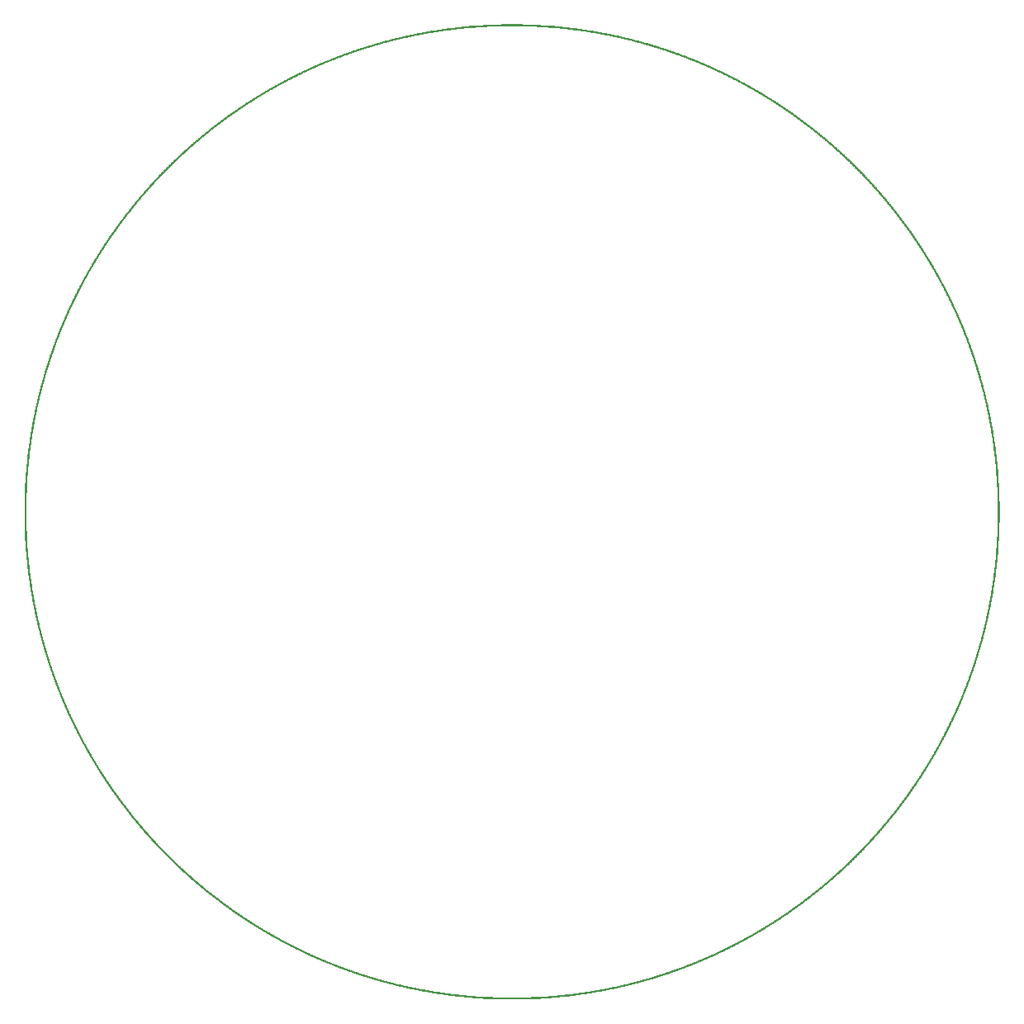
<source format=gbo>
G04 MADE WITH FRITZING*
G04 WWW.FRITZING.ORG*
G04 DOUBLE SIDED*
G04 HOLES PLATED*
G04 CONTOUR ON CENTER OF CONTOUR VECTOR*
%ASAXBY*%
%FSLAX23Y23*%
%MOIN*%
%OFA0B0*%
%SFA1.0B1.0*%
%ADD10R,0.001000X0.001000*%
%LNSILK0*%
G90*
G70*
G54D10*
X1926Y3937D02*
X2012Y3937D01*
X1892Y3936D02*
X2046Y3936D01*
X1870Y3935D02*
X2068Y3935D01*
X1852Y3934D02*
X2086Y3934D01*
X1836Y3933D02*
X2102Y3933D01*
X1822Y3932D02*
X2116Y3932D01*
X1809Y3931D02*
X2129Y3931D01*
X1797Y3930D02*
X2141Y3930D01*
X1786Y3929D02*
X1925Y3929D01*
X2013Y3929D02*
X2152Y3929D01*
X1775Y3928D02*
X1891Y3928D01*
X2047Y3928D02*
X2163Y3928D01*
X1765Y3927D02*
X1869Y3927D01*
X2069Y3927D02*
X2173Y3927D01*
X1756Y3926D02*
X1851Y3926D01*
X2087Y3926D02*
X2182Y3926D01*
X1747Y3925D02*
X1835Y3925D01*
X2103Y3925D02*
X2191Y3925D01*
X1738Y3924D02*
X1821Y3924D01*
X2117Y3924D02*
X2200Y3924D01*
X1730Y3923D02*
X1808Y3923D01*
X2130Y3923D02*
X2208Y3923D01*
X1722Y3922D02*
X1796Y3922D01*
X2142Y3922D02*
X2216Y3922D01*
X1714Y3921D02*
X1785Y3921D01*
X2153Y3921D02*
X2224Y3921D01*
X1706Y3920D02*
X1774Y3920D01*
X2164Y3920D02*
X2232Y3920D01*
X1699Y3919D02*
X1764Y3919D01*
X2174Y3919D02*
X2239Y3919D01*
X1692Y3918D02*
X1755Y3918D01*
X2183Y3918D02*
X2246Y3918D01*
X1685Y3917D02*
X1746Y3917D01*
X2192Y3917D02*
X2253Y3917D01*
X1678Y3916D02*
X1737Y3916D01*
X2201Y3916D02*
X2260Y3916D01*
X1671Y3915D02*
X1729Y3915D01*
X2209Y3915D02*
X2267Y3915D01*
X1665Y3914D02*
X1721Y3914D01*
X2217Y3914D02*
X2273Y3914D01*
X1658Y3913D02*
X1713Y3913D01*
X2225Y3913D02*
X2280Y3913D01*
X1652Y3912D02*
X1705Y3912D01*
X2232Y3912D02*
X2286Y3912D01*
X1646Y3911D02*
X1698Y3911D01*
X2240Y3911D02*
X2292Y3911D01*
X1640Y3910D02*
X1691Y3910D01*
X2247Y3910D02*
X2298Y3910D01*
X1634Y3909D02*
X1684Y3909D01*
X2254Y3909D02*
X2304Y3909D01*
X1628Y3908D02*
X1677Y3908D01*
X2261Y3908D02*
X2310Y3908D01*
X1623Y3907D02*
X1670Y3907D01*
X2268Y3907D02*
X2315Y3907D01*
X1617Y3906D02*
X1664Y3906D01*
X2274Y3906D02*
X2321Y3906D01*
X1612Y3905D02*
X1658Y3905D01*
X2280Y3905D02*
X2326Y3905D01*
X1606Y3904D02*
X1651Y3904D01*
X2287Y3904D02*
X2332Y3904D01*
X1601Y3903D02*
X1645Y3903D01*
X2293Y3903D02*
X2337Y3903D01*
X1596Y3902D02*
X1639Y3902D01*
X2299Y3902D02*
X2342Y3902D01*
X1591Y3901D02*
X1634Y3901D01*
X2304Y3901D02*
X2347Y3901D01*
X1586Y3900D02*
X1628Y3900D01*
X2310Y3900D02*
X2352Y3900D01*
X1580Y3899D02*
X1622Y3899D01*
X2316Y3899D02*
X2358Y3899D01*
X1575Y3898D02*
X1616Y3898D01*
X2322Y3898D02*
X2363Y3898D01*
X1571Y3897D02*
X1611Y3897D01*
X2327Y3897D02*
X2367Y3897D01*
X1566Y3896D02*
X1606Y3896D01*
X2332Y3896D02*
X2372Y3896D01*
X1561Y3895D02*
X1600Y3895D01*
X2338Y3895D02*
X2377Y3895D01*
X1556Y3894D02*
X1595Y3894D01*
X2343Y3894D02*
X2382Y3894D01*
X1552Y3893D02*
X1590Y3893D01*
X2348Y3893D02*
X2386Y3893D01*
X1547Y3892D02*
X1585Y3892D01*
X2353Y3892D02*
X2391Y3892D01*
X1543Y3891D02*
X1580Y3891D01*
X2358Y3891D02*
X2395Y3891D01*
X1538Y3890D02*
X1575Y3890D01*
X2363Y3890D02*
X2400Y3890D01*
X1534Y3889D02*
X1570Y3889D01*
X2368Y3889D02*
X2404Y3889D01*
X1529Y3888D02*
X1565Y3888D01*
X2373Y3888D02*
X2409Y3888D01*
X1525Y3887D02*
X1561Y3887D01*
X2377Y3887D02*
X2413Y3887D01*
X1521Y3886D02*
X1556Y3886D01*
X2382Y3886D02*
X2417Y3886D01*
X1516Y3885D02*
X1551Y3885D01*
X2387Y3885D02*
X2422Y3885D01*
X1512Y3884D02*
X1547Y3884D01*
X2391Y3884D02*
X2426Y3884D01*
X1508Y3883D02*
X1542Y3883D01*
X2396Y3883D02*
X2430Y3883D01*
X1504Y3882D02*
X1538Y3882D01*
X2400Y3882D02*
X2434Y3882D01*
X1500Y3881D02*
X1533Y3881D01*
X2405Y3881D02*
X2438Y3881D01*
X1496Y3880D02*
X1529Y3880D01*
X2409Y3880D02*
X2442Y3880D01*
X1492Y3879D02*
X1524Y3879D01*
X2414Y3879D02*
X2446Y3879D01*
X1488Y3878D02*
X1520Y3878D01*
X2418Y3878D02*
X2450Y3878D01*
X1484Y3877D02*
X1516Y3877D01*
X2422Y3877D02*
X2454Y3877D01*
X1480Y3876D02*
X1512Y3876D01*
X2426Y3876D02*
X2458Y3876D01*
X1476Y3875D02*
X1507Y3875D01*
X2431Y3875D02*
X2462Y3875D01*
X1472Y3874D02*
X1503Y3874D01*
X2435Y3874D02*
X2466Y3874D01*
X1468Y3873D02*
X1499Y3873D01*
X2439Y3873D02*
X2470Y3873D01*
X1464Y3872D02*
X1495Y3872D01*
X2443Y3872D02*
X2474Y3872D01*
X1461Y3871D02*
X1491Y3871D01*
X2447Y3871D02*
X2477Y3871D01*
X1457Y3870D02*
X1487Y3870D01*
X2451Y3870D02*
X2481Y3870D01*
X1453Y3869D02*
X1483Y3869D01*
X2455Y3869D02*
X2485Y3869D01*
X1449Y3868D02*
X1479Y3868D01*
X2459Y3868D02*
X2489Y3868D01*
X1446Y3867D02*
X1475Y3867D01*
X2463Y3867D02*
X2492Y3867D01*
X1442Y3866D02*
X1472Y3866D01*
X2466Y3866D02*
X2496Y3866D01*
X1439Y3865D02*
X1468Y3865D01*
X2470Y3865D02*
X2499Y3865D01*
X1435Y3864D02*
X1464Y3864D01*
X2474Y3864D02*
X2503Y3864D01*
X1431Y3863D02*
X1460Y3863D01*
X2478Y3863D02*
X2507Y3863D01*
X1428Y3862D02*
X1456Y3862D01*
X2482Y3862D02*
X2510Y3862D01*
X1425Y3861D02*
X1453Y3861D01*
X2485Y3861D02*
X2513Y3861D01*
X1421Y3860D02*
X1449Y3860D01*
X2489Y3860D02*
X2517Y3860D01*
X1418Y3859D02*
X1446Y3859D01*
X2492Y3859D02*
X2520Y3859D01*
X1414Y3858D02*
X1442Y3858D01*
X2496Y3858D02*
X2524Y3858D01*
X1411Y3857D02*
X1438Y3857D01*
X2500Y3857D02*
X2527Y3857D01*
X1407Y3856D02*
X1435Y3856D01*
X2503Y3856D02*
X2531Y3856D01*
X1404Y3855D02*
X1431Y3855D01*
X2507Y3855D02*
X2534Y3855D01*
X1401Y3854D02*
X1428Y3854D01*
X2510Y3854D02*
X2537Y3854D01*
X1397Y3853D02*
X1424Y3853D01*
X2514Y3853D02*
X2541Y3853D01*
X1394Y3852D02*
X1421Y3852D01*
X2517Y3852D02*
X2544Y3852D01*
X1391Y3851D02*
X1417Y3851D01*
X2521Y3851D02*
X2547Y3851D01*
X1388Y3850D02*
X1414Y3850D01*
X2524Y3850D02*
X2550Y3850D01*
X1384Y3849D02*
X1410Y3849D01*
X2528Y3849D02*
X2554Y3849D01*
X1381Y3848D02*
X1407Y3848D01*
X2531Y3848D02*
X2557Y3848D01*
X1378Y3847D02*
X1404Y3847D01*
X2534Y3847D02*
X2560Y3847D01*
X1375Y3846D02*
X1401Y3846D01*
X2537Y3846D02*
X2563Y3846D01*
X1372Y3845D02*
X1397Y3845D01*
X2541Y3845D02*
X2566Y3845D01*
X1369Y3844D02*
X1394Y3844D01*
X2544Y3844D02*
X2569Y3844D01*
X1365Y3843D02*
X1391Y3843D01*
X2547Y3843D02*
X2573Y3843D01*
X1362Y3842D02*
X1387Y3842D01*
X2551Y3842D02*
X2576Y3842D01*
X1359Y3841D02*
X1384Y3841D01*
X2554Y3841D02*
X2579Y3841D01*
X1356Y3840D02*
X1381Y3840D01*
X2557Y3840D02*
X2582Y3840D01*
X1353Y3839D02*
X1378Y3839D01*
X2560Y3839D02*
X2585Y3839D01*
X1350Y3838D02*
X1375Y3838D01*
X2563Y3838D02*
X2588Y3838D01*
X1347Y3837D02*
X1372Y3837D01*
X2566Y3837D02*
X2591Y3837D01*
X1344Y3836D02*
X1368Y3836D01*
X2570Y3836D02*
X2594Y3836D01*
X1341Y3835D02*
X1365Y3835D01*
X2573Y3835D02*
X2597Y3835D01*
X1338Y3834D02*
X1362Y3834D01*
X2576Y3834D02*
X2600Y3834D01*
X1335Y3833D02*
X1359Y3833D01*
X2579Y3833D02*
X2603Y3833D01*
X1332Y3832D02*
X1356Y3832D01*
X2582Y3832D02*
X2606Y3832D01*
X1329Y3831D02*
X1353Y3831D01*
X2585Y3831D02*
X2609Y3831D01*
X1327Y3830D02*
X1350Y3830D01*
X2588Y3830D02*
X2611Y3830D01*
X1324Y3829D02*
X1347Y3829D01*
X2591Y3829D02*
X2614Y3829D01*
X1321Y3828D02*
X1344Y3828D01*
X2594Y3828D02*
X2617Y3828D01*
X1318Y3827D02*
X1341Y3827D01*
X2597Y3827D02*
X2620Y3827D01*
X1315Y3826D02*
X1338Y3826D01*
X2600Y3826D02*
X2623Y3826D01*
X1312Y3825D02*
X1335Y3825D01*
X2603Y3825D02*
X2626Y3825D01*
X1309Y3824D02*
X1332Y3824D01*
X2606Y3824D02*
X2629Y3824D01*
X1307Y3823D02*
X1329Y3823D01*
X2609Y3823D02*
X2631Y3823D01*
X1304Y3822D02*
X1326Y3822D01*
X2612Y3822D02*
X2634Y3822D01*
X1301Y3821D02*
X1324Y3821D01*
X2614Y3821D02*
X2637Y3821D01*
X1298Y3820D02*
X1321Y3820D01*
X2617Y3820D02*
X2640Y3820D01*
X1296Y3819D02*
X1318Y3819D01*
X2620Y3819D02*
X2642Y3819D01*
X1293Y3818D02*
X1315Y3818D01*
X2623Y3818D02*
X2645Y3818D01*
X1290Y3817D02*
X1312Y3817D01*
X2626Y3817D02*
X2648Y3817D01*
X1287Y3816D02*
X1309Y3816D01*
X2629Y3816D02*
X2651Y3816D01*
X1285Y3815D02*
X1307Y3815D01*
X2631Y3815D02*
X2653Y3815D01*
X1282Y3814D02*
X1304Y3814D01*
X2634Y3814D02*
X2656Y3814D01*
X1279Y3813D02*
X1301Y3813D01*
X2637Y3813D02*
X2659Y3813D01*
X1277Y3812D02*
X1298Y3812D01*
X2640Y3812D02*
X2661Y3812D01*
X1274Y3811D02*
X1295Y3811D01*
X2643Y3811D02*
X2664Y3811D01*
X1271Y3810D02*
X1293Y3810D01*
X2645Y3810D02*
X2667Y3810D01*
X1269Y3809D02*
X1290Y3809D01*
X2648Y3809D02*
X2669Y3809D01*
X1266Y3808D02*
X1287Y3808D01*
X2651Y3808D02*
X2672Y3808D01*
X1263Y3807D02*
X1285Y3807D01*
X2653Y3807D02*
X2675Y3807D01*
X1261Y3806D02*
X1282Y3806D01*
X2656Y3806D02*
X2677Y3806D01*
X1258Y3805D02*
X1279Y3805D01*
X2659Y3805D02*
X2680Y3805D01*
X1256Y3804D02*
X1277Y3804D01*
X2661Y3804D02*
X2682Y3804D01*
X1253Y3803D02*
X1274Y3803D01*
X2664Y3803D02*
X2685Y3803D01*
X1251Y3802D02*
X1271Y3802D01*
X2667Y3802D02*
X2687Y3802D01*
X1248Y3801D02*
X1269Y3801D01*
X2669Y3801D02*
X2690Y3801D01*
X1245Y3800D02*
X1266Y3800D01*
X2672Y3800D02*
X2692Y3800D01*
X1243Y3799D02*
X1264Y3799D01*
X2674Y3799D02*
X2695Y3799D01*
X1241Y3798D02*
X1261Y3798D01*
X2677Y3798D02*
X2697Y3798D01*
X1238Y3797D02*
X1258Y3797D01*
X2680Y3797D02*
X2700Y3797D01*
X1236Y3796D02*
X1256Y3796D01*
X2682Y3796D02*
X2702Y3796D01*
X1233Y3795D02*
X1253Y3795D01*
X2685Y3795D02*
X2705Y3795D01*
X1231Y3794D02*
X1251Y3794D01*
X2687Y3794D02*
X2707Y3794D01*
X1228Y3793D02*
X1248Y3793D01*
X2690Y3793D02*
X2710Y3793D01*
X1226Y3792D02*
X1246Y3792D01*
X2692Y3792D02*
X2712Y3792D01*
X1223Y3791D02*
X1243Y3791D01*
X2695Y3791D02*
X2715Y3791D01*
X1221Y3790D02*
X1241Y3790D01*
X2697Y3790D02*
X2717Y3790D01*
X1218Y3789D02*
X1238Y3789D01*
X2700Y3789D02*
X2720Y3789D01*
X1216Y3788D02*
X1236Y3788D01*
X2702Y3788D02*
X2722Y3788D01*
X1214Y3787D02*
X1233Y3787D01*
X2705Y3787D02*
X2724Y3787D01*
X1211Y3786D02*
X1231Y3786D01*
X2707Y3786D02*
X2727Y3786D01*
X1209Y3785D02*
X1228Y3785D01*
X2710Y3785D02*
X2729Y3785D01*
X1206Y3784D02*
X1226Y3784D01*
X2712Y3784D02*
X2732Y3784D01*
X1204Y3783D02*
X1223Y3783D01*
X2715Y3783D02*
X2734Y3783D01*
X1202Y3782D02*
X1221Y3782D01*
X2717Y3782D02*
X2736Y3782D01*
X1199Y3781D02*
X1219Y3781D01*
X2719Y3781D02*
X2739Y3781D01*
X1197Y3780D02*
X1216Y3780D01*
X2722Y3780D02*
X2741Y3780D01*
X1195Y3779D02*
X1214Y3779D01*
X2724Y3779D02*
X2743Y3779D01*
X1192Y3778D02*
X1211Y3778D01*
X2727Y3778D02*
X2746Y3778D01*
X1190Y3777D02*
X1209Y3777D01*
X2729Y3777D02*
X2748Y3777D01*
X1188Y3776D02*
X1207Y3776D01*
X2731Y3776D02*
X2750Y3776D01*
X1185Y3775D02*
X1204Y3775D01*
X2734Y3775D02*
X2753Y3775D01*
X1183Y3774D02*
X1202Y3774D01*
X2736Y3774D02*
X2755Y3774D01*
X1181Y3773D02*
X1200Y3773D01*
X2738Y3773D02*
X2757Y3773D01*
X1178Y3772D02*
X1197Y3772D01*
X2741Y3772D02*
X2760Y3772D01*
X1176Y3771D02*
X1195Y3771D01*
X2743Y3771D02*
X2762Y3771D01*
X1174Y3770D02*
X1193Y3770D01*
X2745Y3770D02*
X2764Y3770D01*
X1172Y3769D02*
X1190Y3769D01*
X2748Y3769D02*
X2766Y3769D01*
X1169Y3768D02*
X1188Y3768D01*
X2750Y3768D02*
X2769Y3768D01*
X1167Y3767D02*
X1186Y3767D01*
X2752Y3767D02*
X2771Y3767D01*
X1165Y3766D02*
X1183Y3766D01*
X2755Y3766D02*
X2773Y3766D01*
X1163Y3765D02*
X1181Y3765D01*
X2757Y3765D02*
X2775Y3765D01*
X1160Y3764D02*
X1179Y3764D01*
X2759Y3764D02*
X2778Y3764D01*
X1158Y3763D02*
X1177Y3763D01*
X2761Y3763D02*
X2780Y3763D01*
X1156Y3762D02*
X1174Y3762D01*
X2764Y3762D02*
X2782Y3762D01*
X1154Y3761D02*
X1172Y3761D01*
X2766Y3761D02*
X2784Y3761D01*
X1152Y3760D02*
X1170Y3760D01*
X2768Y3760D02*
X2786Y3760D01*
X1150Y3759D02*
X1168Y3759D01*
X2770Y3759D02*
X2788Y3759D01*
X1147Y3758D02*
X1165Y3758D01*
X2773Y3758D02*
X2791Y3758D01*
X1145Y3757D02*
X1163Y3757D01*
X2775Y3757D02*
X2793Y3757D01*
X1143Y3756D02*
X1161Y3756D01*
X2777Y3756D02*
X2795Y3756D01*
X1141Y3755D02*
X1159Y3755D01*
X2779Y3755D02*
X2797Y3755D01*
X1139Y3754D02*
X1156Y3754D01*
X2782Y3754D02*
X2799Y3754D01*
X1136Y3753D02*
X1154Y3753D01*
X2784Y3753D02*
X2801Y3753D01*
X1134Y3752D02*
X1152Y3752D01*
X2786Y3752D02*
X2804Y3752D01*
X1132Y3751D02*
X1150Y3751D01*
X2788Y3751D02*
X2806Y3751D01*
X1130Y3750D02*
X1148Y3750D01*
X2790Y3750D02*
X2808Y3750D01*
X1128Y3749D02*
X1146Y3749D01*
X2792Y3749D02*
X2810Y3749D01*
X1126Y3748D02*
X1143Y3748D01*
X2795Y3748D02*
X2812Y3748D01*
X1124Y3747D02*
X1141Y3747D01*
X2797Y3747D02*
X2814Y3747D01*
X1122Y3746D02*
X1139Y3746D01*
X2799Y3746D02*
X2816Y3746D01*
X1120Y3745D02*
X1137Y3745D01*
X2801Y3745D02*
X2818Y3745D01*
X1118Y3744D02*
X1135Y3744D01*
X2803Y3744D02*
X2820Y3744D01*
X1115Y3743D02*
X1133Y3743D01*
X2805Y3743D02*
X2823Y3743D01*
X1113Y3742D02*
X1131Y3742D01*
X2807Y3742D02*
X2825Y3742D01*
X1111Y3741D02*
X1129Y3741D01*
X2809Y3741D02*
X2827Y3741D01*
X1109Y3740D02*
X1126Y3740D01*
X2812Y3740D02*
X2829Y3740D01*
X1107Y3739D02*
X1124Y3739D01*
X2814Y3739D02*
X2831Y3739D01*
X1105Y3738D02*
X1122Y3738D01*
X2816Y3738D02*
X2833Y3738D01*
X1103Y3737D02*
X1120Y3737D01*
X2818Y3737D02*
X2835Y3737D01*
X1101Y3736D02*
X1118Y3736D01*
X2820Y3736D02*
X2837Y3736D01*
X1099Y3735D02*
X1116Y3735D01*
X2822Y3735D02*
X2839Y3735D01*
X1097Y3734D02*
X1114Y3734D01*
X2824Y3734D02*
X2841Y3734D01*
X1095Y3733D02*
X1112Y3733D01*
X2826Y3733D02*
X2843Y3733D01*
X1093Y3732D02*
X1110Y3732D01*
X2828Y3732D02*
X2845Y3732D01*
X1091Y3731D02*
X1108Y3731D01*
X2830Y3731D02*
X2847Y3731D01*
X1089Y3730D02*
X1106Y3730D01*
X2832Y3730D02*
X2849Y3730D01*
X1087Y3729D02*
X1104Y3729D01*
X2834Y3729D02*
X2851Y3729D01*
X1085Y3728D02*
X1102Y3728D01*
X2836Y3728D02*
X2853Y3728D01*
X1083Y3727D02*
X1100Y3727D01*
X2838Y3727D02*
X2855Y3727D01*
X1081Y3726D02*
X1098Y3726D01*
X2840Y3726D02*
X2857Y3726D01*
X1079Y3725D02*
X1096Y3725D01*
X2842Y3725D02*
X2859Y3725D01*
X1077Y3724D02*
X1094Y3724D01*
X2844Y3724D02*
X2861Y3724D01*
X1075Y3723D02*
X1092Y3723D01*
X2846Y3723D02*
X2863Y3723D01*
X1073Y3722D02*
X1090Y3722D01*
X2848Y3722D02*
X2865Y3722D01*
X1071Y3721D02*
X1088Y3721D01*
X2850Y3721D02*
X2867Y3721D01*
X1069Y3720D02*
X1086Y3720D01*
X2852Y3720D02*
X2869Y3720D01*
X1067Y3719D02*
X1084Y3719D01*
X2854Y3719D02*
X2871Y3719D01*
X1066Y3718D02*
X1082Y3718D01*
X2856Y3718D02*
X2872Y3718D01*
X1064Y3717D02*
X1080Y3717D01*
X2858Y3717D02*
X2874Y3717D01*
X1062Y3716D02*
X1078Y3716D01*
X2860Y3716D02*
X2876Y3716D01*
X1060Y3715D02*
X1076Y3715D01*
X2862Y3715D02*
X2878Y3715D01*
X1058Y3714D02*
X1074Y3714D01*
X2864Y3714D02*
X2880Y3714D01*
X1056Y3713D02*
X1072Y3713D01*
X2866Y3713D02*
X2882Y3713D01*
X1054Y3712D02*
X1070Y3712D01*
X2868Y3712D02*
X2884Y3712D01*
X1052Y3711D02*
X1068Y3711D01*
X2870Y3711D02*
X2886Y3711D01*
X1050Y3710D02*
X1066Y3710D01*
X2872Y3710D02*
X2888Y3710D01*
X1048Y3709D02*
X1064Y3709D01*
X2874Y3709D02*
X2890Y3709D01*
X1046Y3708D02*
X1062Y3708D01*
X2876Y3708D02*
X2892Y3708D01*
X1045Y3707D02*
X1060Y3707D01*
X2878Y3707D02*
X2893Y3707D01*
X1043Y3706D02*
X1058Y3706D01*
X2880Y3706D02*
X2895Y3706D01*
X1041Y3705D02*
X1057Y3705D01*
X2881Y3705D02*
X2897Y3705D01*
X1039Y3704D02*
X1055Y3704D01*
X2883Y3704D02*
X2899Y3704D01*
X1037Y3703D02*
X1053Y3703D01*
X2885Y3703D02*
X2901Y3703D01*
X1035Y3702D02*
X1051Y3702D01*
X2887Y3702D02*
X2903Y3702D01*
X1033Y3701D02*
X1049Y3701D01*
X2889Y3701D02*
X2905Y3701D01*
X1031Y3700D02*
X1047Y3700D01*
X2891Y3700D02*
X2907Y3700D01*
X1030Y3699D02*
X1045Y3699D01*
X2893Y3699D02*
X2908Y3699D01*
X1028Y3698D02*
X1043Y3698D01*
X2895Y3698D02*
X2910Y3698D01*
X1026Y3697D02*
X1042Y3697D01*
X2896Y3697D02*
X2912Y3697D01*
X1024Y3696D02*
X1040Y3696D01*
X2898Y3696D02*
X2914Y3696D01*
X1022Y3695D02*
X1038Y3695D01*
X2900Y3695D02*
X2916Y3695D01*
X1021Y3694D02*
X1036Y3694D01*
X2902Y3694D02*
X2917Y3694D01*
X1019Y3693D02*
X1034Y3693D01*
X2904Y3693D02*
X2919Y3693D01*
X1017Y3692D02*
X1032Y3692D01*
X2906Y3692D02*
X2921Y3692D01*
X1015Y3691D02*
X1030Y3691D01*
X2908Y3691D02*
X2923Y3691D01*
X1013Y3690D02*
X1029Y3690D01*
X2909Y3690D02*
X2925Y3690D01*
X1012Y3689D02*
X1027Y3689D01*
X2911Y3689D02*
X2926Y3689D01*
X1010Y3688D02*
X1025Y3688D01*
X2913Y3688D02*
X2928Y3688D01*
X1008Y3687D02*
X1023Y3687D01*
X2915Y3687D02*
X2930Y3687D01*
X1006Y3686D02*
X1021Y3686D01*
X2917Y3686D02*
X2932Y3686D01*
X1004Y3685D02*
X1020Y3685D01*
X2918Y3685D02*
X2934Y3685D01*
X1003Y3684D02*
X1018Y3684D01*
X2920Y3684D02*
X2935Y3684D01*
X1001Y3683D02*
X1016Y3683D01*
X2922Y3683D02*
X2937Y3683D01*
X999Y3682D02*
X1014Y3682D01*
X2924Y3682D02*
X2939Y3682D01*
X997Y3681D02*
X1012Y3681D01*
X2926Y3681D02*
X2941Y3681D01*
X996Y3680D02*
X1011Y3680D01*
X2927Y3680D02*
X2942Y3680D01*
X994Y3679D02*
X1009Y3679D01*
X2929Y3679D02*
X2944Y3679D01*
X992Y3678D02*
X1007Y3678D01*
X2931Y3678D02*
X2946Y3678D01*
X990Y3677D02*
X1005Y3677D01*
X2933Y3677D02*
X2948Y3677D01*
X989Y3676D02*
X1004Y3676D01*
X2934Y3676D02*
X2949Y3676D01*
X987Y3675D02*
X1002Y3675D01*
X2936Y3675D02*
X2951Y3675D01*
X985Y3674D02*
X1000Y3674D01*
X2938Y3674D02*
X2953Y3674D01*
X983Y3673D02*
X998Y3673D01*
X2940Y3673D02*
X2955Y3673D01*
X982Y3672D02*
X996Y3672D01*
X2942Y3672D02*
X2956Y3672D01*
X980Y3671D02*
X995Y3671D01*
X2943Y3671D02*
X2958Y3671D01*
X978Y3670D02*
X993Y3670D01*
X2945Y3670D02*
X2960Y3670D01*
X977Y3669D02*
X991Y3669D01*
X2947Y3669D02*
X2961Y3669D01*
X975Y3668D02*
X990Y3668D01*
X2948Y3668D02*
X2963Y3668D01*
X973Y3667D02*
X988Y3667D01*
X2950Y3667D02*
X2965Y3667D01*
X971Y3666D02*
X986Y3666D01*
X2952Y3666D02*
X2967Y3666D01*
X970Y3665D02*
X984Y3665D01*
X2954Y3665D02*
X2968Y3665D01*
X968Y3664D02*
X983Y3664D01*
X2955Y3664D02*
X2970Y3664D01*
X966Y3663D02*
X981Y3663D01*
X2957Y3663D02*
X2972Y3663D01*
X965Y3662D02*
X979Y3662D01*
X2959Y3662D02*
X2973Y3662D01*
X963Y3661D02*
X978Y3661D01*
X2960Y3661D02*
X2975Y3661D01*
X961Y3660D02*
X976Y3660D01*
X2962Y3660D02*
X2977Y3660D01*
X960Y3659D02*
X974Y3659D01*
X2964Y3659D02*
X2978Y3659D01*
X958Y3658D02*
X972Y3658D01*
X2966Y3658D02*
X2980Y3658D01*
X956Y3657D02*
X971Y3657D01*
X2967Y3657D02*
X2982Y3657D01*
X955Y3656D02*
X969Y3656D01*
X2969Y3656D02*
X2983Y3656D01*
X953Y3655D02*
X967Y3655D01*
X2971Y3655D02*
X2985Y3655D01*
X951Y3654D02*
X966Y3654D01*
X2972Y3654D02*
X2987Y3654D01*
X950Y3653D02*
X964Y3653D01*
X2974Y3653D02*
X2988Y3653D01*
X948Y3652D02*
X962Y3652D01*
X2976Y3652D02*
X2990Y3652D01*
X946Y3651D02*
X961Y3651D01*
X2977Y3651D02*
X2992Y3651D01*
X945Y3650D02*
X959Y3650D01*
X2979Y3650D02*
X2993Y3650D01*
X943Y3649D02*
X957Y3649D01*
X2981Y3649D02*
X2995Y3649D01*
X942Y3648D02*
X956Y3648D01*
X2982Y3648D02*
X2996Y3648D01*
X940Y3647D02*
X954Y3647D01*
X2984Y3647D02*
X2998Y3647D01*
X938Y3646D02*
X952Y3646D01*
X2986Y3646D02*
X3000Y3646D01*
X937Y3645D02*
X951Y3645D01*
X2987Y3645D02*
X3001Y3645D01*
X935Y3644D02*
X949Y3644D01*
X2989Y3644D02*
X3003Y3644D01*
X933Y3643D02*
X947Y3643D01*
X2991Y3643D02*
X3005Y3643D01*
X932Y3642D02*
X946Y3642D01*
X2992Y3642D02*
X3006Y3642D01*
X930Y3641D02*
X944Y3641D01*
X2994Y3641D02*
X3008Y3641D01*
X929Y3640D02*
X943Y3640D01*
X2995Y3640D02*
X3009Y3640D01*
X927Y3639D02*
X941Y3639D01*
X2997Y3639D02*
X3011Y3639D01*
X925Y3638D02*
X939Y3638D01*
X2999Y3638D02*
X3013Y3638D01*
X924Y3637D02*
X938Y3637D01*
X3000Y3637D02*
X3014Y3637D01*
X922Y3636D02*
X936Y3636D01*
X3002Y3636D02*
X3016Y3636D01*
X921Y3635D02*
X934Y3635D01*
X3004Y3635D02*
X3017Y3635D01*
X919Y3634D02*
X933Y3634D01*
X3005Y3634D02*
X3019Y3634D01*
X917Y3633D02*
X931Y3633D01*
X3007Y3633D02*
X3021Y3633D01*
X916Y3632D02*
X930Y3632D01*
X3008Y3632D02*
X3022Y3632D01*
X914Y3631D02*
X928Y3631D01*
X3010Y3631D02*
X3024Y3631D01*
X913Y3630D02*
X927Y3630D01*
X3011Y3630D02*
X3025Y3630D01*
X911Y3629D02*
X925Y3629D01*
X3013Y3629D02*
X3027Y3629D01*
X910Y3628D02*
X923Y3628D01*
X3015Y3628D02*
X3028Y3628D01*
X908Y3627D02*
X922Y3627D01*
X3016Y3627D02*
X3030Y3627D01*
X906Y3626D02*
X920Y3626D01*
X3018Y3626D02*
X3032Y3626D01*
X905Y3625D02*
X919Y3625D01*
X3019Y3625D02*
X3033Y3625D01*
X903Y3624D02*
X917Y3624D01*
X3021Y3624D02*
X3035Y3624D01*
X902Y3623D02*
X915Y3623D01*
X3023Y3623D02*
X3036Y3623D01*
X900Y3622D02*
X914Y3622D01*
X3024Y3622D02*
X3038Y3622D01*
X899Y3621D02*
X912Y3621D01*
X3026Y3621D02*
X3039Y3621D01*
X897Y3620D02*
X911Y3620D01*
X3027Y3620D02*
X3041Y3620D01*
X896Y3619D02*
X909Y3619D01*
X3029Y3619D02*
X3042Y3619D01*
X894Y3618D02*
X908Y3618D01*
X3030Y3618D02*
X3044Y3618D01*
X893Y3617D02*
X906Y3617D01*
X3032Y3617D02*
X3045Y3617D01*
X891Y3616D02*
X905Y3616D01*
X3033Y3616D02*
X3047Y3616D01*
X890Y3615D02*
X903Y3615D01*
X3035Y3615D02*
X3048Y3615D01*
X888Y3614D02*
X901Y3614D01*
X3036Y3614D02*
X3050Y3614D01*
X886Y3613D02*
X900Y3613D01*
X3038Y3613D02*
X3051Y3613D01*
X885Y3612D02*
X898Y3612D01*
X3040Y3612D02*
X3053Y3612D01*
X883Y3611D02*
X897Y3611D01*
X3041Y3611D02*
X3054Y3611D01*
X882Y3610D02*
X895Y3610D01*
X3043Y3610D02*
X3056Y3610D01*
X880Y3609D02*
X894Y3609D01*
X3044Y3609D02*
X3057Y3609D01*
X879Y3608D02*
X892Y3608D01*
X3046Y3608D02*
X3059Y3608D01*
X878Y3607D02*
X891Y3607D01*
X3047Y3607D02*
X3060Y3607D01*
X876Y3606D02*
X889Y3606D01*
X3049Y3606D02*
X3062Y3606D01*
X875Y3605D02*
X888Y3605D01*
X3050Y3605D02*
X3063Y3605D01*
X873Y3604D02*
X886Y3604D01*
X3052Y3604D02*
X3065Y3604D01*
X872Y3603D02*
X885Y3603D01*
X3053Y3603D02*
X3066Y3603D01*
X870Y3602D02*
X883Y3602D01*
X3055Y3602D02*
X3068Y3602D01*
X869Y3601D02*
X882Y3601D01*
X3056Y3601D02*
X3069Y3601D01*
X867Y3600D02*
X880Y3600D01*
X3058Y3600D02*
X3071Y3600D01*
X866Y3599D02*
X879Y3599D01*
X3059Y3599D02*
X3072Y3599D01*
X864Y3598D02*
X877Y3598D01*
X3061Y3598D02*
X3074Y3598D01*
X863Y3597D02*
X876Y3597D01*
X3062Y3597D02*
X3075Y3597D01*
X861Y3596D02*
X874Y3596D01*
X3064Y3596D02*
X3077Y3596D01*
X860Y3595D02*
X873Y3595D01*
X3065Y3595D02*
X3078Y3595D01*
X858Y3594D02*
X871Y3594D01*
X3067Y3594D02*
X3080Y3594D01*
X857Y3593D02*
X870Y3593D01*
X3068Y3593D02*
X3081Y3593D01*
X855Y3592D02*
X868Y3592D01*
X3070Y3592D02*
X3083Y3592D01*
X854Y3591D02*
X867Y3591D01*
X3071Y3591D02*
X3084Y3591D01*
X852Y3590D02*
X865Y3590D01*
X3073Y3590D02*
X3086Y3590D01*
X851Y3589D02*
X864Y3589D01*
X3074Y3589D02*
X3087Y3589D01*
X850Y3588D02*
X863Y3588D01*
X3075Y3588D02*
X3088Y3588D01*
X848Y3587D02*
X861Y3587D01*
X3077Y3587D02*
X3090Y3587D01*
X847Y3586D02*
X860Y3586D01*
X3078Y3586D02*
X3091Y3586D01*
X845Y3585D02*
X858Y3585D01*
X3080Y3585D02*
X3093Y3585D01*
X844Y3584D02*
X857Y3584D01*
X3081Y3584D02*
X3094Y3584D01*
X842Y3583D02*
X855Y3583D01*
X3083Y3583D02*
X3096Y3583D01*
X841Y3582D02*
X854Y3582D01*
X3084Y3582D02*
X3097Y3582D01*
X840Y3581D02*
X852Y3581D01*
X3086Y3581D02*
X3098Y3581D01*
X838Y3580D02*
X851Y3580D01*
X3087Y3580D02*
X3100Y3580D01*
X837Y3579D02*
X849Y3579D01*
X3089Y3579D02*
X3101Y3579D01*
X835Y3578D02*
X848Y3578D01*
X3090Y3578D02*
X3103Y3578D01*
X834Y3577D02*
X847Y3577D01*
X3091Y3577D02*
X3104Y3577D01*
X832Y3576D02*
X845Y3576D01*
X3093Y3576D02*
X3106Y3576D01*
X831Y3575D02*
X844Y3575D01*
X3094Y3575D02*
X3107Y3575D01*
X830Y3574D02*
X842Y3574D01*
X3096Y3574D02*
X3108Y3574D01*
X828Y3573D02*
X841Y3573D01*
X3097Y3573D02*
X3110Y3573D01*
X827Y3572D02*
X840Y3572D01*
X3098Y3572D02*
X3111Y3572D01*
X825Y3571D02*
X838Y3571D01*
X3100Y3571D02*
X3113Y3571D01*
X824Y3570D02*
X837Y3570D01*
X3101Y3570D02*
X3114Y3570D01*
X823Y3569D02*
X835Y3569D01*
X3103Y3569D02*
X3115Y3569D01*
X821Y3568D02*
X834Y3568D01*
X3104Y3568D02*
X3117Y3568D01*
X820Y3567D02*
X832Y3567D01*
X3106Y3567D02*
X3118Y3567D01*
X818Y3566D02*
X831Y3566D01*
X3107Y3566D02*
X3120Y3566D01*
X817Y3565D02*
X830Y3565D01*
X3108Y3565D02*
X3121Y3565D01*
X816Y3564D02*
X828Y3564D01*
X3110Y3564D02*
X3122Y3564D01*
X814Y3563D02*
X827Y3563D01*
X3111Y3563D02*
X3124Y3563D01*
X813Y3562D02*
X825Y3562D01*
X3113Y3562D02*
X3125Y3562D01*
X812Y3561D02*
X824Y3561D01*
X3114Y3561D02*
X3126Y3561D01*
X810Y3560D02*
X823Y3560D01*
X3115Y3560D02*
X3128Y3560D01*
X809Y3559D02*
X821Y3559D01*
X3117Y3559D02*
X3129Y3559D01*
X807Y3558D02*
X820Y3558D01*
X3118Y3558D02*
X3131Y3558D01*
X806Y3557D02*
X819Y3557D01*
X3119Y3557D02*
X3132Y3557D01*
X805Y3556D02*
X817Y3556D01*
X3121Y3556D02*
X3133Y3556D01*
X803Y3555D02*
X816Y3555D01*
X3122Y3555D02*
X3135Y3555D01*
X802Y3554D02*
X814Y3554D01*
X3124Y3554D02*
X3136Y3554D01*
X801Y3553D02*
X813Y3553D01*
X3125Y3553D02*
X3137Y3553D01*
X799Y3552D02*
X812Y3552D01*
X3126Y3552D02*
X3139Y3552D01*
X798Y3551D02*
X810Y3551D01*
X3128Y3551D02*
X3140Y3551D01*
X797Y3550D02*
X809Y3550D01*
X3129Y3550D02*
X3141Y3550D01*
X795Y3549D02*
X808Y3549D01*
X3130Y3549D02*
X3143Y3549D01*
X794Y3548D02*
X806Y3548D01*
X3132Y3548D02*
X3144Y3548D01*
X793Y3547D02*
X805Y3547D01*
X3133Y3547D02*
X3145Y3547D01*
X791Y3546D02*
X804Y3546D01*
X3134Y3546D02*
X3147Y3546D01*
X790Y3545D02*
X802Y3545D01*
X3136Y3545D02*
X3148Y3545D01*
X789Y3544D02*
X801Y3544D01*
X3137Y3544D02*
X3149Y3544D01*
X787Y3543D02*
X799Y3543D01*
X3138Y3543D02*
X3151Y3543D01*
X786Y3542D02*
X798Y3542D01*
X3140Y3542D02*
X3152Y3542D01*
X785Y3541D02*
X797Y3541D01*
X3141Y3541D02*
X3153Y3541D01*
X783Y3540D02*
X795Y3540D01*
X3143Y3540D02*
X3155Y3540D01*
X782Y3539D02*
X794Y3539D01*
X3144Y3539D02*
X3156Y3539D01*
X781Y3538D02*
X793Y3538D01*
X3145Y3538D02*
X3157Y3538D01*
X779Y3537D02*
X791Y3537D01*
X3147Y3537D02*
X3159Y3537D01*
X778Y3536D02*
X790Y3536D01*
X3148Y3536D02*
X3160Y3536D01*
X777Y3535D02*
X789Y3535D01*
X3149Y3535D02*
X3161Y3535D01*
X775Y3534D02*
X787Y3534D01*
X3150Y3534D02*
X3163Y3534D01*
X774Y3533D02*
X786Y3533D01*
X3152Y3533D02*
X3164Y3533D01*
X773Y3532D02*
X785Y3532D01*
X3153Y3532D02*
X3165Y3532D01*
X771Y3531D02*
X784Y3531D01*
X3154Y3531D02*
X3167Y3531D01*
X770Y3530D02*
X782Y3530D01*
X3156Y3530D02*
X3168Y3530D01*
X769Y3529D02*
X781Y3529D01*
X3157Y3529D02*
X3169Y3529D01*
X768Y3528D02*
X780Y3528D01*
X3158Y3528D02*
X3170Y3528D01*
X766Y3527D02*
X778Y3527D01*
X3160Y3527D02*
X3172Y3527D01*
X765Y3526D02*
X777Y3526D01*
X3161Y3526D02*
X3173Y3526D01*
X764Y3525D02*
X776Y3525D01*
X3162Y3525D02*
X3174Y3525D01*
X762Y3524D02*
X774Y3524D01*
X3164Y3524D02*
X3176Y3524D01*
X761Y3523D02*
X773Y3523D01*
X3165Y3523D02*
X3177Y3523D01*
X760Y3522D02*
X772Y3522D01*
X3166Y3522D02*
X3178Y3522D01*
X759Y3521D02*
X770Y3521D01*
X3167Y3521D02*
X3179Y3521D01*
X757Y3520D02*
X769Y3520D01*
X3169Y3520D02*
X3181Y3520D01*
X756Y3519D02*
X768Y3519D01*
X3170Y3519D02*
X3182Y3519D01*
X755Y3518D02*
X767Y3518D01*
X3171Y3518D02*
X3183Y3518D01*
X753Y3517D02*
X765Y3517D01*
X3173Y3517D02*
X3185Y3517D01*
X752Y3516D02*
X764Y3516D01*
X3174Y3516D02*
X3186Y3516D01*
X751Y3515D02*
X763Y3515D01*
X3175Y3515D02*
X3187Y3515D01*
X750Y3514D02*
X761Y3514D01*
X3177Y3514D02*
X3188Y3514D01*
X748Y3513D02*
X760Y3513D01*
X3178Y3513D02*
X3190Y3513D01*
X747Y3512D02*
X759Y3512D01*
X3179Y3512D02*
X3191Y3512D01*
X746Y3511D02*
X758Y3511D01*
X3180Y3511D02*
X3192Y3511D01*
X745Y3510D02*
X756Y3510D01*
X3182Y3510D02*
X3193Y3510D01*
X743Y3509D02*
X755Y3509D01*
X3183Y3509D02*
X3195Y3509D01*
X742Y3508D02*
X754Y3508D01*
X3184Y3508D02*
X3196Y3508D01*
X741Y3507D02*
X753Y3507D01*
X3185Y3507D02*
X3197Y3507D01*
X740Y3506D02*
X751Y3506D01*
X3187Y3506D02*
X3198Y3506D01*
X738Y3505D02*
X750Y3505D01*
X3188Y3505D02*
X3200Y3505D01*
X737Y3504D02*
X749Y3504D01*
X3189Y3504D02*
X3201Y3504D01*
X736Y3503D02*
X748Y3503D01*
X3190Y3503D02*
X3202Y3503D01*
X735Y3502D02*
X746Y3502D01*
X3192Y3502D02*
X3203Y3502D01*
X733Y3501D02*
X745Y3501D01*
X3193Y3501D02*
X3205Y3501D01*
X732Y3500D02*
X744Y3500D01*
X3194Y3500D02*
X3206Y3500D01*
X731Y3499D02*
X743Y3499D01*
X3195Y3499D02*
X3207Y3499D01*
X730Y3498D02*
X741Y3498D01*
X3197Y3498D02*
X3208Y3498D01*
X728Y3497D02*
X740Y3497D01*
X3198Y3497D02*
X3210Y3497D01*
X727Y3496D02*
X739Y3496D01*
X3199Y3496D02*
X3211Y3496D01*
X726Y3495D02*
X738Y3495D01*
X3200Y3495D02*
X3212Y3495D01*
X725Y3494D02*
X736Y3494D01*
X3202Y3494D02*
X3213Y3494D01*
X724Y3493D02*
X735Y3493D01*
X3203Y3493D02*
X3214Y3493D01*
X722Y3492D02*
X734Y3492D01*
X3204Y3492D02*
X3216Y3492D01*
X721Y3491D02*
X733Y3491D01*
X3205Y3491D02*
X3217Y3491D01*
X720Y3490D02*
X731Y3490D01*
X3207Y3490D02*
X3218Y3490D01*
X719Y3489D02*
X730Y3489D01*
X3208Y3489D02*
X3219Y3489D01*
X717Y3488D02*
X729Y3488D01*
X3209Y3488D02*
X3221Y3488D01*
X716Y3487D02*
X728Y3487D01*
X3210Y3487D02*
X3222Y3487D01*
X715Y3486D02*
X727Y3486D01*
X3211Y3486D02*
X3223Y3486D01*
X714Y3485D02*
X725Y3485D01*
X3213Y3485D02*
X3224Y3485D01*
X713Y3484D02*
X724Y3484D01*
X3214Y3484D02*
X3225Y3484D01*
X711Y3483D02*
X723Y3483D01*
X3215Y3483D02*
X3227Y3483D01*
X710Y3482D02*
X722Y3482D01*
X3216Y3482D02*
X3228Y3482D01*
X709Y3481D02*
X720Y3481D01*
X3218Y3481D02*
X3229Y3481D01*
X708Y3480D02*
X719Y3480D01*
X3219Y3480D02*
X3230Y3480D01*
X707Y3479D02*
X718Y3479D01*
X3220Y3479D02*
X3231Y3479D01*
X705Y3478D02*
X717Y3478D01*
X3221Y3478D02*
X3233Y3478D01*
X704Y3477D02*
X716Y3477D01*
X3222Y3477D02*
X3234Y3477D01*
X703Y3476D02*
X714Y3476D01*
X3224Y3476D02*
X3235Y3476D01*
X702Y3475D02*
X713Y3475D01*
X3225Y3475D02*
X3236Y3475D01*
X701Y3474D02*
X712Y3474D01*
X3226Y3474D02*
X3237Y3474D01*
X699Y3473D02*
X711Y3473D01*
X3227Y3473D02*
X3239Y3473D01*
X698Y3472D02*
X710Y3472D01*
X3228Y3472D02*
X3240Y3472D01*
X697Y3471D02*
X708Y3471D01*
X3230Y3471D02*
X3241Y3471D01*
X696Y3470D02*
X707Y3470D01*
X3231Y3470D02*
X3242Y3470D01*
X695Y3469D02*
X706Y3469D01*
X3232Y3469D02*
X3243Y3469D01*
X694Y3468D02*
X705Y3468D01*
X3233Y3468D02*
X3244Y3468D01*
X692Y3467D02*
X704Y3467D01*
X3234Y3467D02*
X3246Y3467D01*
X691Y3466D02*
X703Y3466D01*
X3235Y3466D02*
X3247Y3466D01*
X690Y3465D02*
X701Y3465D01*
X3237Y3465D02*
X3248Y3465D01*
X689Y3464D02*
X700Y3464D01*
X3238Y3464D02*
X3249Y3464D01*
X688Y3463D02*
X699Y3463D01*
X3239Y3463D02*
X3250Y3463D01*
X687Y3462D02*
X698Y3462D01*
X3240Y3462D02*
X3251Y3462D01*
X685Y3461D02*
X697Y3461D01*
X3241Y3461D02*
X3253Y3461D01*
X684Y3460D02*
X695Y3460D01*
X3242Y3460D02*
X3254Y3460D01*
X683Y3459D02*
X694Y3459D01*
X3244Y3459D02*
X3255Y3459D01*
X682Y3458D02*
X693Y3458D01*
X3245Y3458D02*
X3256Y3458D01*
X681Y3457D02*
X692Y3457D01*
X3246Y3457D02*
X3257Y3457D01*
X680Y3456D02*
X691Y3456D01*
X3247Y3456D02*
X3258Y3456D01*
X678Y3455D02*
X690Y3455D01*
X3248Y3455D02*
X3260Y3455D01*
X677Y3454D02*
X688Y3454D01*
X3249Y3454D02*
X3261Y3454D01*
X676Y3453D02*
X687Y3453D01*
X3251Y3453D02*
X3262Y3453D01*
X675Y3452D02*
X686Y3452D01*
X3252Y3452D02*
X3263Y3452D01*
X674Y3451D02*
X685Y3451D01*
X3253Y3451D02*
X3264Y3451D01*
X673Y3450D02*
X684Y3450D01*
X3254Y3450D02*
X3265Y3450D01*
X672Y3449D02*
X683Y3449D01*
X3255Y3449D02*
X3266Y3449D01*
X670Y3448D02*
X682Y3448D01*
X3256Y3448D02*
X3268Y3448D01*
X669Y3447D02*
X680Y3447D01*
X3258Y3447D02*
X3269Y3447D01*
X668Y3446D02*
X679Y3446D01*
X3259Y3446D02*
X3270Y3446D01*
X667Y3445D02*
X678Y3445D01*
X3260Y3445D02*
X3271Y3445D01*
X666Y3444D02*
X677Y3444D01*
X3261Y3444D02*
X3272Y3444D01*
X665Y3443D02*
X676Y3443D01*
X3262Y3443D02*
X3273Y3443D01*
X664Y3442D02*
X675Y3442D01*
X3263Y3442D02*
X3274Y3442D01*
X663Y3441D02*
X674Y3441D01*
X3264Y3441D02*
X3275Y3441D01*
X661Y3440D02*
X672Y3440D01*
X3266Y3440D02*
X3277Y3440D01*
X660Y3439D02*
X671Y3439D01*
X3267Y3439D02*
X3278Y3439D01*
X659Y3438D02*
X670Y3438D01*
X3268Y3438D02*
X3279Y3438D01*
X658Y3437D02*
X669Y3437D01*
X3269Y3437D02*
X3280Y3437D01*
X657Y3436D02*
X668Y3436D01*
X3270Y3436D02*
X3281Y3436D01*
X656Y3435D02*
X667Y3435D01*
X3271Y3435D02*
X3282Y3435D01*
X655Y3434D02*
X666Y3434D01*
X3272Y3434D02*
X3283Y3434D01*
X654Y3433D02*
X665Y3433D01*
X3273Y3433D02*
X3284Y3433D01*
X652Y3432D02*
X663Y3432D01*
X3275Y3432D02*
X3286Y3432D01*
X651Y3431D02*
X662Y3431D01*
X3276Y3431D02*
X3287Y3431D01*
X650Y3430D02*
X661Y3430D01*
X3277Y3430D02*
X3288Y3430D01*
X649Y3429D02*
X660Y3429D01*
X3278Y3429D02*
X3289Y3429D01*
X648Y3428D02*
X659Y3428D01*
X3279Y3428D02*
X3290Y3428D01*
X647Y3427D02*
X658Y3427D01*
X3280Y3427D02*
X3291Y3427D01*
X646Y3426D02*
X657Y3426D01*
X3281Y3426D02*
X3292Y3426D01*
X645Y3425D02*
X656Y3425D01*
X3282Y3425D02*
X3293Y3425D01*
X644Y3424D02*
X655Y3424D01*
X3283Y3424D02*
X3294Y3424D01*
X643Y3423D02*
X653Y3423D01*
X3285Y3423D02*
X3295Y3423D01*
X641Y3422D02*
X652Y3422D01*
X3286Y3422D02*
X3297Y3422D01*
X640Y3421D02*
X651Y3421D01*
X3287Y3421D02*
X3298Y3421D01*
X639Y3420D02*
X650Y3420D01*
X3288Y3420D02*
X3299Y3420D01*
X638Y3419D02*
X649Y3419D01*
X3289Y3419D02*
X3300Y3419D01*
X637Y3418D02*
X648Y3418D01*
X3290Y3418D02*
X3301Y3418D01*
X636Y3417D02*
X647Y3417D01*
X3291Y3417D02*
X3302Y3417D01*
X635Y3416D02*
X646Y3416D01*
X3292Y3416D02*
X3303Y3416D01*
X634Y3415D02*
X645Y3415D01*
X3293Y3415D02*
X3304Y3415D01*
X633Y3414D02*
X644Y3414D01*
X3294Y3414D02*
X3305Y3414D01*
X632Y3413D02*
X642Y3413D01*
X3296Y3413D02*
X3306Y3413D01*
X631Y3412D02*
X641Y3412D01*
X3297Y3412D02*
X3307Y3412D01*
X629Y3411D02*
X640Y3411D01*
X3298Y3411D02*
X3309Y3411D01*
X628Y3410D02*
X639Y3410D01*
X3299Y3410D02*
X3310Y3410D01*
X627Y3409D02*
X638Y3409D01*
X3300Y3409D02*
X3311Y3409D01*
X626Y3408D02*
X637Y3408D01*
X3301Y3408D02*
X3312Y3408D01*
X625Y3407D02*
X636Y3407D01*
X3302Y3407D02*
X3313Y3407D01*
X624Y3406D02*
X635Y3406D01*
X3303Y3406D02*
X3314Y3406D01*
X623Y3405D02*
X634Y3405D01*
X3304Y3405D02*
X3315Y3405D01*
X622Y3404D02*
X633Y3404D01*
X3305Y3404D02*
X3316Y3404D01*
X621Y3403D02*
X632Y3403D01*
X3306Y3403D02*
X3317Y3403D01*
X620Y3402D02*
X631Y3402D01*
X3307Y3402D02*
X3318Y3402D01*
X619Y3401D02*
X630Y3401D01*
X3308Y3401D02*
X3319Y3401D01*
X618Y3400D02*
X628Y3400D01*
X3310Y3400D02*
X3320Y3400D01*
X617Y3399D02*
X627Y3399D01*
X3311Y3399D02*
X3321Y3399D01*
X616Y3398D02*
X626Y3398D01*
X3312Y3398D02*
X3322Y3398D01*
X615Y3397D02*
X625Y3397D01*
X3313Y3397D02*
X3323Y3397D01*
X614Y3396D02*
X624Y3396D01*
X3314Y3396D02*
X3324Y3396D01*
X612Y3395D02*
X623Y3395D01*
X3315Y3395D02*
X3326Y3395D01*
X611Y3394D02*
X622Y3394D01*
X3316Y3394D02*
X3327Y3394D01*
X610Y3393D02*
X621Y3393D01*
X3317Y3393D02*
X3328Y3393D01*
X609Y3392D02*
X620Y3392D01*
X3318Y3392D02*
X3329Y3392D01*
X608Y3391D02*
X619Y3391D01*
X3319Y3391D02*
X3330Y3391D01*
X607Y3390D02*
X618Y3390D01*
X3320Y3390D02*
X3331Y3390D01*
X606Y3389D02*
X617Y3389D01*
X3321Y3389D02*
X3332Y3389D01*
X605Y3388D02*
X616Y3388D01*
X3322Y3388D02*
X3333Y3388D01*
X604Y3387D02*
X615Y3387D01*
X3323Y3387D02*
X3334Y3387D01*
X603Y3386D02*
X614Y3386D01*
X3324Y3386D02*
X3335Y3386D01*
X602Y3385D02*
X613Y3385D01*
X3325Y3385D02*
X3336Y3385D01*
X601Y3384D02*
X612Y3384D01*
X3326Y3384D02*
X3337Y3384D01*
X600Y3383D02*
X611Y3383D01*
X3327Y3383D02*
X3338Y3383D01*
X599Y3382D02*
X610Y3382D01*
X3328Y3382D02*
X3339Y3382D01*
X598Y3381D02*
X608Y3381D01*
X3330Y3381D02*
X3340Y3381D01*
X597Y3380D02*
X607Y3380D01*
X3331Y3380D02*
X3341Y3380D01*
X596Y3379D02*
X606Y3379D01*
X3332Y3379D02*
X3342Y3379D01*
X595Y3378D02*
X605Y3378D01*
X3333Y3378D02*
X3343Y3378D01*
X594Y3377D02*
X604Y3377D01*
X3334Y3377D02*
X3344Y3377D01*
X593Y3376D02*
X603Y3376D01*
X3335Y3376D02*
X3345Y3376D01*
X592Y3375D02*
X602Y3375D01*
X3336Y3375D02*
X3346Y3375D01*
X591Y3374D02*
X601Y3374D01*
X3337Y3374D02*
X3347Y3374D01*
X590Y3373D02*
X600Y3373D01*
X3338Y3373D02*
X3348Y3373D01*
X589Y3372D02*
X599Y3372D01*
X3339Y3372D02*
X3349Y3372D01*
X588Y3371D02*
X598Y3371D01*
X3340Y3371D02*
X3350Y3371D01*
X587Y3370D02*
X597Y3370D01*
X3341Y3370D02*
X3351Y3370D01*
X586Y3369D02*
X596Y3369D01*
X3342Y3369D02*
X3352Y3369D01*
X585Y3368D02*
X595Y3368D01*
X3343Y3368D02*
X3353Y3368D01*
X584Y3367D02*
X594Y3367D01*
X3344Y3367D02*
X3354Y3367D01*
X583Y3366D02*
X593Y3366D01*
X3345Y3366D02*
X3355Y3366D01*
X582Y3365D02*
X592Y3365D01*
X3346Y3365D02*
X3356Y3365D01*
X581Y3364D02*
X591Y3364D01*
X3347Y3364D02*
X3357Y3364D01*
X580Y3363D02*
X590Y3363D01*
X3348Y3363D02*
X3358Y3363D01*
X579Y3362D02*
X589Y3362D01*
X3349Y3362D02*
X3359Y3362D01*
X578Y3361D02*
X588Y3361D01*
X3350Y3361D02*
X3360Y3361D01*
X577Y3360D02*
X587Y3360D01*
X3351Y3360D02*
X3361Y3360D01*
X576Y3359D02*
X586Y3359D01*
X3352Y3359D02*
X3362Y3359D01*
X575Y3358D02*
X585Y3358D01*
X3353Y3358D02*
X3363Y3358D01*
X574Y3357D02*
X584Y3357D01*
X3354Y3357D02*
X3364Y3357D01*
X573Y3356D02*
X583Y3356D01*
X3355Y3356D02*
X3365Y3356D01*
X572Y3355D02*
X582Y3355D01*
X3356Y3355D02*
X3366Y3355D01*
X571Y3354D02*
X581Y3354D01*
X3357Y3354D02*
X3367Y3354D01*
X570Y3353D02*
X580Y3353D01*
X3358Y3353D02*
X3368Y3353D01*
X569Y3352D02*
X579Y3352D01*
X3359Y3352D02*
X3369Y3352D01*
X568Y3351D02*
X578Y3351D01*
X3360Y3351D02*
X3370Y3351D01*
X567Y3350D02*
X577Y3350D01*
X3361Y3350D02*
X3371Y3350D01*
X566Y3349D02*
X576Y3349D01*
X3362Y3349D02*
X3372Y3349D01*
X565Y3348D02*
X575Y3348D01*
X3363Y3348D02*
X3373Y3348D01*
X564Y3347D02*
X574Y3347D01*
X3364Y3347D02*
X3374Y3347D01*
X563Y3346D02*
X573Y3346D01*
X3365Y3346D02*
X3375Y3346D01*
X562Y3345D02*
X572Y3345D01*
X3366Y3345D02*
X3376Y3345D01*
X561Y3344D02*
X571Y3344D01*
X3367Y3344D02*
X3377Y3344D01*
X560Y3343D02*
X570Y3343D01*
X3368Y3343D02*
X3378Y3343D01*
X559Y3342D02*
X569Y3342D01*
X3369Y3342D02*
X3379Y3342D01*
X558Y3341D02*
X568Y3341D01*
X3370Y3341D02*
X3380Y3341D01*
X557Y3340D02*
X567Y3340D01*
X3371Y3340D02*
X3381Y3340D01*
X556Y3339D02*
X566Y3339D01*
X3372Y3339D02*
X3382Y3339D01*
X555Y3338D02*
X565Y3338D01*
X3373Y3338D02*
X3383Y3338D01*
X554Y3337D02*
X564Y3337D01*
X3374Y3337D02*
X3384Y3337D01*
X553Y3336D02*
X563Y3336D01*
X3375Y3336D02*
X3385Y3336D01*
X552Y3335D02*
X562Y3335D01*
X3376Y3335D02*
X3386Y3335D01*
X551Y3334D02*
X561Y3334D01*
X3377Y3334D02*
X3387Y3334D01*
X550Y3333D02*
X560Y3333D01*
X3378Y3333D02*
X3388Y3333D01*
X549Y3332D02*
X559Y3332D01*
X3379Y3332D02*
X3389Y3332D01*
X548Y3331D02*
X558Y3331D01*
X3380Y3331D02*
X3390Y3331D01*
X547Y3330D02*
X557Y3330D01*
X3381Y3330D02*
X3391Y3330D01*
X546Y3329D02*
X556Y3329D01*
X3382Y3329D02*
X3392Y3329D01*
X545Y3328D02*
X556Y3328D01*
X3382Y3328D02*
X3393Y3328D01*
X544Y3327D02*
X555Y3327D01*
X3383Y3327D02*
X3394Y3327D01*
X543Y3326D02*
X554Y3326D01*
X3384Y3326D02*
X3395Y3326D01*
X543Y3325D02*
X553Y3325D01*
X3385Y3325D02*
X3395Y3325D01*
X542Y3324D02*
X552Y3324D01*
X3386Y3324D02*
X3396Y3324D01*
X541Y3323D02*
X551Y3323D01*
X3387Y3323D02*
X3397Y3323D01*
X540Y3322D02*
X550Y3322D01*
X3388Y3322D02*
X3398Y3322D01*
X539Y3321D02*
X549Y3321D01*
X3389Y3321D02*
X3399Y3321D01*
X538Y3320D02*
X548Y3320D01*
X3390Y3320D02*
X3400Y3320D01*
X537Y3319D02*
X547Y3319D01*
X3391Y3319D02*
X3401Y3319D01*
X536Y3318D02*
X546Y3318D01*
X3392Y3318D02*
X3402Y3318D01*
X535Y3317D02*
X545Y3317D01*
X3393Y3317D02*
X3403Y3317D01*
X534Y3316D02*
X544Y3316D01*
X3394Y3316D02*
X3404Y3316D01*
X533Y3315D02*
X543Y3315D01*
X3395Y3315D02*
X3405Y3315D01*
X532Y3314D02*
X542Y3314D01*
X3396Y3314D02*
X3406Y3314D01*
X531Y3313D02*
X541Y3313D01*
X3397Y3313D02*
X3407Y3313D01*
X530Y3312D02*
X540Y3312D01*
X3398Y3312D02*
X3408Y3312D01*
X529Y3311D02*
X539Y3311D01*
X3399Y3311D02*
X3409Y3311D01*
X528Y3310D02*
X538Y3310D01*
X3400Y3310D02*
X3410Y3310D01*
X527Y3309D02*
X537Y3309D01*
X3401Y3309D02*
X3411Y3309D01*
X527Y3308D02*
X537Y3308D01*
X3401Y3308D02*
X3411Y3308D01*
X526Y3307D02*
X536Y3307D01*
X3402Y3307D02*
X3412Y3307D01*
X525Y3306D02*
X535Y3306D01*
X3403Y3306D02*
X3413Y3306D01*
X524Y3305D02*
X534Y3305D01*
X3404Y3305D02*
X3414Y3305D01*
X523Y3304D02*
X533Y3304D01*
X3405Y3304D02*
X3415Y3304D01*
X522Y3303D02*
X532Y3303D01*
X3406Y3303D02*
X3416Y3303D01*
X521Y3302D02*
X531Y3302D01*
X3407Y3302D02*
X3417Y3302D01*
X520Y3301D02*
X530Y3301D01*
X3408Y3301D02*
X3418Y3301D01*
X519Y3300D02*
X529Y3300D01*
X3409Y3300D02*
X3419Y3300D01*
X518Y3299D02*
X528Y3299D01*
X3410Y3299D02*
X3420Y3299D01*
X517Y3298D02*
X527Y3298D01*
X3411Y3298D02*
X3421Y3298D01*
X516Y3297D02*
X526Y3297D01*
X3412Y3297D02*
X3422Y3297D01*
X516Y3296D02*
X525Y3296D01*
X3413Y3296D02*
X3422Y3296D01*
X515Y3295D02*
X524Y3295D01*
X3414Y3295D02*
X3423Y3295D01*
X514Y3294D02*
X524Y3294D01*
X3414Y3294D02*
X3424Y3294D01*
X513Y3293D02*
X523Y3293D01*
X3415Y3293D02*
X3425Y3293D01*
X512Y3292D02*
X522Y3292D01*
X3416Y3292D02*
X3426Y3292D01*
X511Y3291D02*
X521Y3291D01*
X3417Y3291D02*
X3427Y3291D01*
X510Y3290D02*
X520Y3290D01*
X3418Y3290D02*
X3428Y3290D01*
X509Y3289D02*
X519Y3289D01*
X3419Y3289D02*
X3429Y3289D01*
X508Y3288D02*
X518Y3288D01*
X3420Y3288D02*
X3430Y3288D01*
X507Y3287D02*
X517Y3287D01*
X3421Y3287D02*
X3431Y3287D01*
X506Y3286D02*
X516Y3286D01*
X3422Y3286D02*
X3432Y3286D01*
X506Y3285D02*
X515Y3285D01*
X3423Y3285D02*
X3432Y3285D01*
X505Y3284D02*
X514Y3284D01*
X3424Y3284D02*
X3433Y3284D01*
X504Y3283D02*
X514Y3283D01*
X3424Y3283D02*
X3434Y3283D01*
X503Y3282D02*
X513Y3282D01*
X3425Y3282D02*
X3435Y3282D01*
X502Y3281D02*
X512Y3281D01*
X3426Y3281D02*
X3436Y3281D01*
X501Y3280D02*
X511Y3280D01*
X3427Y3280D02*
X3437Y3280D01*
X500Y3279D02*
X510Y3279D01*
X3428Y3279D02*
X3438Y3279D01*
X499Y3278D02*
X509Y3278D01*
X3429Y3278D02*
X3439Y3278D01*
X498Y3277D02*
X508Y3277D01*
X3430Y3277D02*
X3440Y3277D01*
X498Y3276D02*
X507Y3276D01*
X3431Y3276D02*
X3440Y3276D01*
X497Y3275D02*
X506Y3275D01*
X3432Y3275D02*
X3441Y3275D01*
X496Y3274D02*
X505Y3274D01*
X3433Y3274D02*
X3442Y3274D01*
X495Y3273D02*
X505Y3273D01*
X3433Y3273D02*
X3443Y3273D01*
X494Y3272D02*
X504Y3272D01*
X3434Y3272D02*
X3444Y3272D01*
X493Y3271D02*
X503Y3271D01*
X3435Y3271D02*
X3445Y3271D01*
X492Y3270D02*
X502Y3270D01*
X3436Y3270D02*
X3446Y3270D01*
X491Y3269D02*
X501Y3269D01*
X3437Y3269D02*
X3447Y3269D01*
X490Y3268D02*
X500Y3268D01*
X3438Y3268D02*
X3448Y3268D01*
X490Y3267D02*
X499Y3267D01*
X3439Y3267D02*
X3448Y3267D01*
X489Y3266D02*
X498Y3266D01*
X3440Y3266D02*
X3449Y3266D01*
X488Y3265D02*
X497Y3265D01*
X3441Y3265D02*
X3450Y3265D01*
X487Y3264D02*
X497Y3264D01*
X3441Y3264D02*
X3451Y3264D01*
X486Y3263D02*
X496Y3263D01*
X3442Y3263D02*
X3452Y3263D01*
X485Y3262D02*
X495Y3262D01*
X3443Y3262D02*
X3453Y3262D01*
X484Y3261D02*
X494Y3261D01*
X3444Y3261D02*
X3454Y3261D01*
X483Y3260D02*
X493Y3260D01*
X3445Y3260D02*
X3455Y3260D01*
X483Y3259D02*
X492Y3259D01*
X3446Y3259D02*
X3455Y3259D01*
X482Y3258D02*
X491Y3258D01*
X3447Y3258D02*
X3456Y3258D01*
X481Y3257D02*
X490Y3257D01*
X3448Y3257D02*
X3457Y3257D01*
X480Y3256D02*
X490Y3256D01*
X3448Y3256D02*
X3458Y3256D01*
X479Y3255D02*
X489Y3255D01*
X3449Y3255D02*
X3459Y3255D01*
X478Y3254D02*
X488Y3254D01*
X3450Y3254D02*
X3460Y3254D01*
X477Y3253D02*
X487Y3253D01*
X3451Y3253D02*
X3461Y3253D01*
X477Y3252D02*
X486Y3252D01*
X3452Y3252D02*
X3461Y3252D01*
X476Y3251D02*
X485Y3251D01*
X3453Y3251D02*
X3462Y3251D01*
X475Y3250D02*
X484Y3250D01*
X3454Y3250D02*
X3463Y3250D01*
X474Y3249D02*
X483Y3249D01*
X3455Y3249D02*
X3464Y3249D01*
X473Y3248D02*
X483Y3248D01*
X3455Y3248D02*
X3465Y3248D01*
X472Y3247D02*
X482Y3247D01*
X3456Y3247D02*
X3466Y3247D01*
X471Y3246D02*
X481Y3246D01*
X3457Y3246D02*
X3467Y3246D01*
X471Y3245D02*
X480Y3245D01*
X3458Y3245D02*
X3467Y3245D01*
X470Y3244D02*
X479Y3244D01*
X3459Y3244D02*
X3468Y3244D01*
X469Y3243D02*
X478Y3243D01*
X3460Y3243D02*
X3469Y3243D01*
X468Y3242D02*
X478Y3242D01*
X3460Y3242D02*
X3470Y3242D01*
X467Y3241D02*
X477Y3241D01*
X3461Y3241D02*
X3471Y3241D01*
X466Y3240D02*
X476Y3240D01*
X3462Y3240D02*
X3472Y3240D01*
X465Y3239D02*
X475Y3239D01*
X3463Y3239D02*
X3473Y3239D01*
X465Y3238D02*
X474Y3238D01*
X3464Y3238D02*
X3473Y3238D01*
X464Y3237D02*
X473Y3237D01*
X3465Y3237D02*
X3474Y3237D01*
X463Y3236D02*
X472Y3236D01*
X3466Y3236D02*
X3475Y3236D01*
X462Y3235D02*
X472Y3235D01*
X3466Y3235D02*
X3476Y3235D01*
X461Y3234D02*
X471Y3234D01*
X3467Y3234D02*
X3477Y3234D01*
X460Y3233D02*
X470Y3233D01*
X3468Y3233D02*
X3478Y3233D01*
X460Y3232D02*
X469Y3232D01*
X3469Y3232D02*
X3478Y3232D01*
X459Y3231D02*
X468Y3231D01*
X3470Y3231D02*
X3479Y3231D01*
X458Y3230D02*
X467Y3230D01*
X3471Y3230D02*
X3480Y3230D01*
X457Y3229D02*
X466Y3229D01*
X3472Y3229D02*
X3481Y3229D01*
X456Y3228D02*
X466Y3228D01*
X3472Y3228D02*
X3482Y3228D01*
X455Y3227D02*
X465Y3227D01*
X3473Y3227D02*
X3483Y3227D01*
X455Y3226D02*
X464Y3226D01*
X3474Y3226D02*
X3483Y3226D01*
X454Y3225D02*
X463Y3225D01*
X3475Y3225D02*
X3484Y3225D01*
X453Y3224D02*
X462Y3224D01*
X3476Y3224D02*
X3485Y3224D01*
X452Y3223D02*
X461Y3223D01*
X3477Y3223D02*
X3486Y3223D01*
X451Y3222D02*
X461Y3222D01*
X3477Y3222D02*
X3487Y3222D01*
X450Y3221D02*
X460Y3221D01*
X3478Y3221D02*
X3488Y3221D01*
X450Y3220D02*
X459Y3220D01*
X3479Y3220D02*
X3488Y3220D01*
X449Y3219D02*
X458Y3219D01*
X3480Y3219D02*
X3489Y3219D01*
X448Y3218D02*
X457Y3218D01*
X3481Y3218D02*
X3490Y3218D01*
X447Y3217D02*
X456Y3217D01*
X3482Y3217D02*
X3491Y3217D01*
X446Y3216D02*
X456Y3216D01*
X3482Y3216D02*
X3492Y3216D01*
X446Y3215D02*
X455Y3215D01*
X3483Y3215D02*
X3492Y3215D01*
X445Y3214D02*
X454Y3214D01*
X3484Y3214D02*
X3493Y3214D01*
X444Y3213D02*
X453Y3213D01*
X3485Y3213D02*
X3494Y3213D01*
X443Y3212D02*
X452Y3212D01*
X3486Y3212D02*
X3495Y3212D01*
X442Y3211D02*
X452Y3211D01*
X3486Y3211D02*
X3496Y3211D01*
X441Y3210D02*
X451Y3210D01*
X3487Y3210D02*
X3497Y3210D01*
X441Y3209D02*
X450Y3209D01*
X3488Y3209D02*
X3497Y3209D01*
X440Y3208D02*
X449Y3208D01*
X3489Y3208D02*
X3498Y3208D01*
X439Y3207D02*
X448Y3207D01*
X3490Y3207D02*
X3499Y3207D01*
X438Y3206D02*
X447Y3206D01*
X3491Y3206D02*
X3500Y3206D01*
X437Y3205D02*
X447Y3205D01*
X3491Y3205D02*
X3501Y3205D01*
X437Y3204D02*
X446Y3204D01*
X3492Y3204D02*
X3501Y3204D01*
X436Y3203D02*
X445Y3203D01*
X3493Y3203D02*
X3502Y3203D01*
X435Y3202D02*
X444Y3202D01*
X3494Y3202D02*
X3503Y3202D01*
X434Y3201D02*
X443Y3201D01*
X3495Y3201D02*
X3504Y3201D01*
X433Y3200D02*
X443Y3200D01*
X3495Y3200D02*
X3505Y3200D01*
X433Y3199D02*
X442Y3199D01*
X3496Y3199D02*
X3505Y3199D01*
X432Y3198D02*
X441Y3198D01*
X3497Y3198D02*
X3506Y3198D01*
X431Y3197D02*
X440Y3197D01*
X3498Y3197D02*
X3507Y3197D01*
X430Y3196D02*
X439Y3196D01*
X3499Y3196D02*
X3508Y3196D01*
X429Y3195D02*
X439Y3195D01*
X3499Y3195D02*
X3509Y3195D01*
X429Y3194D02*
X438Y3194D01*
X3500Y3194D02*
X3509Y3194D01*
X428Y3193D02*
X437Y3193D01*
X3501Y3193D02*
X3510Y3193D01*
X427Y3192D02*
X436Y3192D01*
X3502Y3192D02*
X3511Y3192D01*
X426Y3191D02*
X435Y3191D01*
X3503Y3191D02*
X3512Y3191D01*
X425Y3190D02*
X435Y3190D01*
X3503Y3190D02*
X3513Y3190D01*
X425Y3189D02*
X434Y3189D01*
X3504Y3189D02*
X3513Y3189D01*
X424Y3188D02*
X433Y3188D01*
X3505Y3188D02*
X3514Y3188D01*
X423Y3187D02*
X432Y3187D01*
X3506Y3187D02*
X3515Y3187D01*
X422Y3186D02*
X431Y3186D01*
X3507Y3186D02*
X3516Y3186D01*
X421Y3185D02*
X431Y3185D01*
X3507Y3185D02*
X3517Y3185D01*
X421Y3184D02*
X430Y3184D01*
X3508Y3184D02*
X3517Y3184D01*
X420Y3183D02*
X429Y3183D01*
X3509Y3183D02*
X3518Y3183D01*
X419Y3182D02*
X428Y3182D01*
X3510Y3182D02*
X3519Y3182D01*
X418Y3181D02*
X427Y3181D01*
X3511Y3181D02*
X3520Y3181D01*
X418Y3180D02*
X427Y3180D01*
X3511Y3180D02*
X3520Y3180D01*
X417Y3179D02*
X426Y3179D01*
X3512Y3179D02*
X3521Y3179D01*
X416Y3178D02*
X425Y3178D01*
X3513Y3178D02*
X3522Y3178D01*
X415Y3177D02*
X424Y3177D01*
X3514Y3177D02*
X3523Y3177D01*
X414Y3176D02*
X423Y3176D01*
X3514Y3176D02*
X3524Y3176D01*
X414Y3175D02*
X423Y3175D01*
X3515Y3175D02*
X3524Y3175D01*
X413Y3174D02*
X422Y3174D01*
X3516Y3174D02*
X3525Y3174D01*
X412Y3173D02*
X421Y3173D01*
X3517Y3173D02*
X3526Y3173D01*
X411Y3172D02*
X420Y3172D01*
X3518Y3172D02*
X3527Y3172D01*
X411Y3171D02*
X420Y3171D01*
X3518Y3171D02*
X3527Y3171D01*
X410Y3170D02*
X419Y3170D01*
X3519Y3170D02*
X3528Y3170D01*
X409Y3169D02*
X418Y3169D01*
X3520Y3169D02*
X3529Y3169D01*
X408Y3168D02*
X417Y3168D01*
X3521Y3168D02*
X3530Y3168D01*
X407Y3167D02*
X416Y3167D01*
X3521Y3167D02*
X3531Y3167D01*
X407Y3166D02*
X416Y3166D01*
X3522Y3166D02*
X3531Y3166D01*
X406Y3165D02*
X415Y3165D01*
X3523Y3165D02*
X3532Y3165D01*
X405Y3164D02*
X414Y3164D01*
X3524Y3164D02*
X3533Y3164D01*
X404Y3163D02*
X413Y3163D01*
X3525Y3163D02*
X3534Y3163D01*
X404Y3162D02*
X413Y3162D01*
X3525Y3162D02*
X3534Y3162D01*
X403Y3161D02*
X412Y3161D01*
X3526Y3161D02*
X3535Y3161D01*
X402Y3160D02*
X411Y3160D01*
X3527Y3160D02*
X3536Y3160D01*
X401Y3159D02*
X410Y3159D01*
X3528Y3159D02*
X3537Y3159D01*
X401Y3158D02*
X410Y3158D01*
X3528Y3158D02*
X3537Y3158D01*
X400Y3157D02*
X409Y3157D01*
X3529Y3157D02*
X3538Y3157D01*
X399Y3156D02*
X408Y3156D01*
X3530Y3156D02*
X3539Y3156D01*
X398Y3155D02*
X407Y3155D01*
X3531Y3155D02*
X3540Y3155D01*
X398Y3154D02*
X407Y3154D01*
X3531Y3154D02*
X3540Y3154D01*
X397Y3153D02*
X406Y3153D01*
X3532Y3153D02*
X3541Y3153D01*
X396Y3152D02*
X405Y3152D01*
X3533Y3152D02*
X3542Y3152D01*
X395Y3151D02*
X404Y3151D01*
X3534Y3151D02*
X3543Y3151D01*
X395Y3150D02*
X403Y3150D01*
X3534Y3150D02*
X3543Y3150D01*
X394Y3149D02*
X403Y3149D01*
X3535Y3149D02*
X3544Y3149D01*
X393Y3148D02*
X402Y3148D01*
X3536Y3148D02*
X3545Y3148D01*
X392Y3147D02*
X401Y3147D01*
X3537Y3147D02*
X3546Y3147D01*
X392Y3146D02*
X400Y3146D01*
X3538Y3146D02*
X3546Y3146D01*
X391Y3145D02*
X400Y3145D01*
X3538Y3145D02*
X3547Y3145D01*
X390Y3144D02*
X399Y3144D01*
X3539Y3144D02*
X3548Y3144D01*
X389Y3143D02*
X398Y3143D01*
X3540Y3143D02*
X3549Y3143D01*
X389Y3142D02*
X397Y3142D01*
X3541Y3142D02*
X3549Y3142D01*
X388Y3141D02*
X397Y3141D01*
X3541Y3141D02*
X3550Y3141D01*
X387Y3140D02*
X396Y3140D01*
X3542Y3140D02*
X3551Y3140D01*
X386Y3139D02*
X395Y3139D01*
X3543Y3139D02*
X3552Y3139D01*
X386Y3138D02*
X394Y3138D01*
X3543Y3138D02*
X3552Y3138D01*
X385Y3137D02*
X394Y3137D01*
X3544Y3137D02*
X3553Y3137D01*
X384Y3136D02*
X393Y3136D01*
X3545Y3136D02*
X3554Y3136D01*
X383Y3135D02*
X392Y3135D01*
X3546Y3135D02*
X3555Y3135D01*
X383Y3134D02*
X392Y3134D01*
X3546Y3134D02*
X3555Y3134D01*
X382Y3133D02*
X391Y3133D01*
X3547Y3133D02*
X3556Y3133D01*
X381Y3132D02*
X390Y3132D01*
X3548Y3132D02*
X3557Y3132D01*
X380Y3131D02*
X389Y3131D01*
X3549Y3131D02*
X3558Y3131D01*
X380Y3130D02*
X389Y3130D01*
X3549Y3130D02*
X3558Y3130D01*
X379Y3129D02*
X388Y3129D01*
X3550Y3129D02*
X3559Y3129D01*
X378Y3128D02*
X387Y3128D01*
X3551Y3128D02*
X3560Y3128D01*
X378Y3127D02*
X386Y3127D01*
X3552Y3127D02*
X3560Y3127D01*
X377Y3126D02*
X386Y3126D01*
X3552Y3126D02*
X3561Y3126D01*
X376Y3125D02*
X385Y3125D01*
X3553Y3125D02*
X3562Y3125D01*
X375Y3124D02*
X384Y3124D01*
X3554Y3124D02*
X3563Y3124D01*
X375Y3123D02*
X383Y3123D01*
X3555Y3123D02*
X3563Y3123D01*
X374Y3122D02*
X383Y3122D01*
X3555Y3122D02*
X3564Y3122D01*
X373Y3121D02*
X382Y3121D01*
X3556Y3121D02*
X3565Y3121D01*
X372Y3120D02*
X381Y3120D01*
X3557Y3120D02*
X3566Y3120D01*
X372Y3119D02*
X381Y3119D01*
X3557Y3119D02*
X3566Y3119D01*
X371Y3118D02*
X380Y3118D01*
X3558Y3118D02*
X3567Y3118D01*
X370Y3117D02*
X379Y3117D01*
X3559Y3117D02*
X3568Y3117D01*
X370Y3116D02*
X378Y3116D01*
X3560Y3116D02*
X3568Y3116D01*
X369Y3115D02*
X378Y3115D01*
X3560Y3115D02*
X3569Y3115D01*
X368Y3114D02*
X377Y3114D01*
X3561Y3114D02*
X3570Y3114D01*
X367Y3113D02*
X376Y3113D01*
X3562Y3113D02*
X3571Y3113D01*
X367Y3112D02*
X375Y3112D01*
X3563Y3112D02*
X3571Y3112D01*
X366Y3111D02*
X375Y3111D01*
X3563Y3111D02*
X3572Y3111D01*
X365Y3110D02*
X374Y3110D01*
X3564Y3110D02*
X3573Y3110D01*
X365Y3109D02*
X373Y3109D01*
X3565Y3109D02*
X3573Y3109D01*
X364Y3108D02*
X373Y3108D01*
X3565Y3108D02*
X3574Y3108D01*
X363Y3107D02*
X372Y3107D01*
X3566Y3107D02*
X3575Y3107D01*
X362Y3106D02*
X371Y3106D01*
X3567Y3106D02*
X3576Y3106D01*
X362Y3105D02*
X370Y3105D01*
X3568Y3105D02*
X3576Y3105D01*
X361Y3104D02*
X370Y3104D01*
X3568Y3104D02*
X3577Y3104D01*
X360Y3103D02*
X369Y3103D01*
X3569Y3103D02*
X3578Y3103D01*
X360Y3102D02*
X368Y3102D01*
X3570Y3102D02*
X3578Y3102D01*
X359Y3101D02*
X368Y3101D01*
X3570Y3101D02*
X3579Y3101D01*
X358Y3100D02*
X367Y3100D01*
X3571Y3100D02*
X3580Y3100D01*
X358Y3099D02*
X366Y3099D01*
X3572Y3099D02*
X3580Y3099D01*
X357Y3098D02*
X366Y3098D01*
X3572Y3098D02*
X3581Y3098D01*
X356Y3097D02*
X365Y3097D01*
X3573Y3097D02*
X3582Y3097D01*
X355Y3096D02*
X364Y3096D01*
X3574Y3096D02*
X3583Y3096D01*
X355Y3095D02*
X363Y3095D01*
X3575Y3095D02*
X3583Y3095D01*
X354Y3094D02*
X363Y3094D01*
X3575Y3094D02*
X3584Y3094D01*
X353Y3093D02*
X362Y3093D01*
X3576Y3093D02*
X3585Y3093D01*
X353Y3092D02*
X361Y3092D01*
X3577Y3092D02*
X3585Y3092D01*
X352Y3091D02*
X361Y3091D01*
X3577Y3091D02*
X3586Y3091D01*
X351Y3090D02*
X360Y3090D01*
X3578Y3090D02*
X3587Y3090D01*
X351Y3089D02*
X359Y3089D01*
X3579Y3089D02*
X3587Y3089D01*
X350Y3088D02*
X358Y3088D01*
X3580Y3088D02*
X3588Y3088D01*
X349Y3087D02*
X358Y3087D01*
X3580Y3087D02*
X3589Y3087D01*
X348Y3086D02*
X357Y3086D01*
X3581Y3086D02*
X3590Y3086D01*
X348Y3085D02*
X356Y3085D01*
X3582Y3085D02*
X3590Y3085D01*
X347Y3084D02*
X356Y3084D01*
X3582Y3084D02*
X3591Y3084D01*
X346Y3083D02*
X355Y3083D01*
X3583Y3083D02*
X3592Y3083D01*
X346Y3082D02*
X354Y3082D01*
X3584Y3082D02*
X3592Y3082D01*
X345Y3081D02*
X354Y3081D01*
X3584Y3081D02*
X3593Y3081D01*
X344Y3080D02*
X353Y3080D01*
X3585Y3080D02*
X3594Y3080D01*
X344Y3079D02*
X352Y3079D01*
X3586Y3079D02*
X3594Y3079D01*
X343Y3078D02*
X352Y3078D01*
X3586Y3078D02*
X3595Y3078D01*
X342Y3077D02*
X351Y3077D01*
X3587Y3077D02*
X3596Y3077D01*
X342Y3076D02*
X350Y3076D01*
X3588Y3076D02*
X3596Y3076D01*
X341Y3075D02*
X350Y3075D01*
X3588Y3075D02*
X3597Y3075D01*
X340Y3074D02*
X349Y3074D01*
X3589Y3074D02*
X3598Y3074D01*
X340Y3073D02*
X348Y3073D01*
X3590Y3073D02*
X3598Y3073D01*
X339Y3072D02*
X347Y3072D01*
X3591Y3072D02*
X3599Y3072D01*
X338Y3071D02*
X347Y3071D01*
X3591Y3071D02*
X3600Y3071D01*
X338Y3070D02*
X346Y3070D01*
X3592Y3070D02*
X3600Y3070D01*
X337Y3069D02*
X345Y3069D01*
X3593Y3069D02*
X3601Y3069D01*
X336Y3068D02*
X345Y3068D01*
X3593Y3068D02*
X3602Y3068D01*
X336Y3067D02*
X344Y3067D01*
X3594Y3067D02*
X3602Y3067D01*
X335Y3066D02*
X343Y3066D01*
X3595Y3066D02*
X3603Y3066D01*
X334Y3065D02*
X343Y3065D01*
X3595Y3065D02*
X3604Y3065D01*
X334Y3064D02*
X342Y3064D01*
X3596Y3064D02*
X3604Y3064D01*
X333Y3063D02*
X341Y3063D01*
X3597Y3063D02*
X3605Y3063D01*
X332Y3062D02*
X341Y3062D01*
X3597Y3062D02*
X3606Y3062D01*
X332Y3061D02*
X340Y3061D01*
X3598Y3061D02*
X3606Y3061D01*
X331Y3060D02*
X339Y3060D01*
X3599Y3060D02*
X3607Y3060D01*
X330Y3059D02*
X339Y3059D01*
X3599Y3059D02*
X3608Y3059D01*
X329Y3058D02*
X338Y3058D01*
X3600Y3058D02*
X3608Y3058D01*
X329Y3057D02*
X337Y3057D01*
X3601Y3057D02*
X3609Y3057D01*
X328Y3056D02*
X337Y3056D01*
X3601Y3056D02*
X3610Y3056D01*
X327Y3055D02*
X336Y3055D01*
X3602Y3055D02*
X3610Y3055D01*
X327Y3054D02*
X335Y3054D01*
X3603Y3054D02*
X3611Y3054D01*
X326Y3053D02*
X335Y3053D01*
X3603Y3053D02*
X3612Y3053D01*
X325Y3052D02*
X334Y3052D01*
X3604Y3052D02*
X3612Y3052D01*
X325Y3051D02*
X333Y3051D01*
X3605Y3051D02*
X3613Y3051D01*
X324Y3050D02*
X333Y3050D01*
X3605Y3050D02*
X3614Y3050D01*
X324Y3049D02*
X332Y3049D01*
X3606Y3049D02*
X3614Y3049D01*
X323Y3048D02*
X331Y3048D01*
X3607Y3048D02*
X3615Y3048D01*
X322Y3047D02*
X331Y3047D01*
X3607Y3047D02*
X3616Y3047D01*
X322Y3046D02*
X330Y3046D01*
X3608Y3046D02*
X3616Y3046D01*
X321Y3045D02*
X329Y3045D01*
X3609Y3045D02*
X3617Y3045D01*
X320Y3044D02*
X329Y3044D01*
X3609Y3044D02*
X3618Y3044D01*
X320Y3043D02*
X328Y3043D01*
X3610Y3043D02*
X3618Y3043D01*
X319Y3042D02*
X327Y3042D01*
X3611Y3042D02*
X3619Y3042D01*
X318Y3041D02*
X327Y3041D01*
X3611Y3041D02*
X3620Y3041D01*
X318Y3040D02*
X326Y3040D01*
X3612Y3040D02*
X3620Y3040D01*
X317Y3039D02*
X325Y3039D01*
X3613Y3039D02*
X3621Y3039D01*
X316Y3038D02*
X325Y3038D01*
X3613Y3038D02*
X3622Y3038D01*
X316Y3037D02*
X324Y3037D01*
X3614Y3037D02*
X3622Y3037D01*
X315Y3036D02*
X323Y3036D01*
X3614Y3036D02*
X3623Y3036D01*
X314Y3035D02*
X323Y3035D01*
X3615Y3035D02*
X3624Y3035D01*
X314Y3034D02*
X322Y3034D01*
X3616Y3034D02*
X3624Y3034D01*
X313Y3033D02*
X322Y3033D01*
X3616Y3033D02*
X3625Y3033D01*
X312Y3032D02*
X321Y3032D01*
X3617Y3032D02*
X3626Y3032D01*
X312Y3031D02*
X320Y3031D01*
X3618Y3031D02*
X3626Y3031D01*
X311Y3030D02*
X320Y3030D01*
X3618Y3030D02*
X3627Y3030D01*
X311Y3029D02*
X319Y3029D01*
X3619Y3029D02*
X3627Y3029D01*
X310Y3028D02*
X318Y3028D01*
X3620Y3028D02*
X3628Y3028D01*
X309Y3027D02*
X318Y3027D01*
X3620Y3027D02*
X3629Y3027D01*
X309Y3026D02*
X317Y3026D01*
X3621Y3026D02*
X3629Y3026D01*
X308Y3025D02*
X316Y3025D01*
X3622Y3025D02*
X3630Y3025D01*
X307Y3024D02*
X316Y3024D01*
X3622Y3024D02*
X3631Y3024D01*
X307Y3023D02*
X315Y3023D01*
X3623Y3023D02*
X3631Y3023D01*
X306Y3022D02*
X314Y3022D01*
X3624Y3022D02*
X3632Y3022D01*
X305Y3021D02*
X314Y3021D01*
X3624Y3021D02*
X3633Y3021D01*
X305Y3020D02*
X313Y3020D01*
X3625Y3020D02*
X3633Y3020D01*
X304Y3019D02*
X313Y3019D01*
X3625Y3019D02*
X3634Y3019D01*
X304Y3018D02*
X312Y3018D01*
X3626Y3018D02*
X3634Y3018D01*
X303Y3017D02*
X311Y3017D01*
X3627Y3017D02*
X3635Y3017D01*
X302Y3016D02*
X311Y3016D01*
X3627Y3016D02*
X3636Y3016D01*
X302Y3015D02*
X310Y3015D01*
X3628Y3015D02*
X3636Y3015D01*
X301Y3014D02*
X309Y3014D01*
X3629Y3014D02*
X3637Y3014D01*
X300Y3013D02*
X309Y3013D01*
X3629Y3013D02*
X3638Y3013D01*
X300Y3012D02*
X308Y3012D01*
X3630Y3012D02*
X3638Y3012D01*
X299Y3011D02*
X308Y3011D01*
X3630Y3011D02*
X3639Y3011D01*
X299Y3010D02*
X307Y3010D01*
X3631Y3010D02*
X3639Y3010D01*
X298Y3009D02*
X306Y3009D01*
X3632Y3009D02*
X3640Y3009D01*
X297Y3008D02*
X306Y3008D01*
X3632Y3008D02*
X3641Y3008D01*
X297Y3007D02*
X305Y3007D01*
X3633Y3007D02*
X3641Y3007D01*
X296Y3006D02*
X304Y3006D01*
X3634Y3006D02*
X3642Y3006D01*
X295Y3005D02*
X304Y3005D01*
X3634Y3005D02*
X3643Y3005D01*
X295Y3004D02*
X303Y3004D01*
X3635Y3004D02*
X3643Y3004D01*
X294Y3003D02*
X302Y3003D01*
X3636Y3003D02*
X3644Y3003D01*
X294Y3002D02*
X302Y3002D01*
X3636Y3002D02*
X3644Y3002D01*
X293Y3001D02*
X301Y3001D01*
X3637Y3001D02*
X3645Y3001D01*
X292Y3000D02*
X301Y3000D01*
X3637Y3000D02*
X3646Y3000D01*
X292Y2999D02*
X300Y2999D01*
X3638Y2999D02*
X3646Y2999D01*
X291Y2998D02*
X299Y2998D01*
X3639Y2998D02*
X3647Y2998D01*
X291Y2997D02*
X299Y2997D01*
X3639Y2997D02*
X3647Y2997D01*
X290Y2996D02*
X298Y2996D01*
X3640Y2996D02*
X3648Y2996D01*
X289Y2995D02*
X298Y2995D01*
X3640Y2995D02*
X3649Y2995D01*
X289Y2994D02*
X297Y2994D01*
X3641Y2994D02*
X3649Y2994D01*
X288Y2993D02*
X296Y2993D01*
X3642Y2993D02*
X3650Y2993D01*
X287Y2992D02*
X296Y2992D01*
X3642Y2992D02*
X3651Y2992D01*
X287Y2991D02*
X295Y2991D01*
X3643Y2991D02*
X3651Y2991D01*
X286Y2990D02*
X294Y2990D01*
X3644Y2990D02*
X3652Y2990D01*
X286Y2989D02*
X294Y2989D01*
X3644Y2989D02*
X3652Y2989D01*
X285Y2988D02*
X293Y2988D01*
X3645Y2988D02*
X3653Y2988D01*
X284Y2987D02*
X293Y2987D01*
X3645Y2987D02*
X3654Y2987D01*
X284Y2986D02*
X292Y2986D01*
X3646Y2986D02*
X3654Y2986D01*
X283Y2985D02*
X291Y2985D01*
X3647Y2985D02*
X3655Y2985D01*
X283Y2984D02*
X291Y2984D01*
X3647Y2984D02*
X3655Y2984D01*
X282Y2983D02*
X290Y2983D01*
X3648Y2983D02*
X3656Y2983D01*
X281Y2982D02*
X290Y2982D01*
X3648Y2982D02*
X3657Y2982D01*
X281Y2981D02*
X289Y2981D01*
X3649Y2981D02*
X3657Y2981D01*
X280Y2980D02*
X288Y2980D01*
X3650Y2980D02*
X3658Y2980D01*
X280Y2979D02*
X288Y2979D01*
X3650Y2979D02*
X3658Y2979D01*
X279Y2978D02*
X287Y2978D01*
X3651Y2978D02*
X3659Y2978D01*
X278Y2977D02*
X287Y2977D01*
X3651Y2977D02*
X3660Y2977D01*
X278Y2976D02*
X286Y2976D01*
X3652Y2976D02*
X3660Y2976D01*
X277Y2975D02*
X285Y2975D01*
X3653Y2975D02*
X3661Y2975D01*
X277Y2974D02*
X285Y2974D01*
X3653Y2974D02*
X3661Y2974D01*
X276Y2973D02*
X284Y2973D01*
X3654Y2973D02*
X3662Y2973D01*
X275Y2972D02*
X284Y2972D01*
X3654Y2972D02*
X3663Y2972D01*
X275Y2971D02*
X283Y2971D01*
X3655Y2971D02*
X3663Y2971D01*
X274Y2970D02*
X282Y2970D01*
X3656Y2970D02*
X3664Y2970D01*
X274Y2969D02*
X282Y2969D01*
X3656Y2969D02*
X3664Y2969D01*
X273Y2968D02*
X281Y2968D01*
X3657Y2968D02*
X3665Y2968D01*
X272Y2967D02*
X281Y2967D01*
X3657Y2967D02*
X3666Y2967D01*
X272Y2966D02*
X280Y2966D01*
X3658Y2966D02*
X3666Y2966D01*
X271Y2965D02*
X279Y2965D01*
X3659Y2965D02*
X3667Y2965D01*
X271Y2964D02*
X279Y2964D01*
X3659Y2964D02*
X3667Y2964D01*
X270Y2963D02*
X278Y2963D01*
X3660Y2963D02*
X3668Y2963D01*
X270Y2962D02*
X278Y2962D01*
X3660Y2962D02*
X3668Y2962D01*
X269Y2961D02*
X277Y2961D01*
X3661Y2961D02*
X3669Y2961D01*
X268Y2960D02*
X277Y2960D01*
X3661Y2960D02*
X3670Y2960D01*
X268Y2959D02*
X276Y2959D01*
X3662Y2959D02*
X3670Y2959D01*
X267Y2958D02*
X275Y2958D01*
X3663Y2958D02*
X3671Y2958D01*
X267Y2957D02*
X275Y2957D01*
X3663Y2957D02*
X3671Y2957D01*
X266Y2956D02*
X274Y2956D01*
X3664Y2956D02*
X3672Y2956D01*
X265Y2955D02*
X274Y2955D01*
X3664Y2955D02*
X3673Y2955D01*
X265Y2954D02*
X273Y2954D01*
X3665Y2954D02*
X3673Y2954D01*
X264Y2953D02*
X272Y2953D01*
X3666Y2953D02*
X3674Y2953D01*
X264Y2952D02*
X272Y2952D01*
X3666Y2952D02*
X3674Y2952D01*
X263Y2951D02*
X271Y2951D01*
X3667Y2951D02*
X3675Y2951D01*
X263Y2950D02*
X271Y2950D01*
X3667Y2950D02*
X3675Y2950D01*
X262Y2949D02*
X270Y2949D01*
X3668Y2949D02*
X3676Y2949D01*
X261Y2948D02*
X270Y2948D01*
X3668Y2948D02*
X3677Y2948D01*
X261Y2947D02*
X269Y2947D01*
X3669Y2947D02*
X3677Y2947D01*
X260Y2946D02*
X268Y2946D01*
X3670Y2946D02*
X3678Y2946D01*
X260Y2945D02*
X268Y2945D01*
X3670Y2945D02*
X3678Y2945D01*
X259Y2944D02*
X267Y2944D01*
X3671Y2944D02*
X3679Y2944D01*
X259Y2943D02*
X267Y2943D01*
X3671Y2943D02*
X3679Y2943D01*
X258Y2942D02*
X266Y2942D01*
X3672Y2942D02*
X3680Y2942D01*
X257Y2941D02*
X265Y2941D01*
X3673Y2941D02*
X3681Y2941D01*
X257Y2940D02*
X265Y2940D01*
X3673Y2940D02*
X3681Y2940D01*
X256Y2939D02*
X264Y2939D01*
X3674Y2939D02*
X3682Y2939D01*
X256Y2938D02*
X264Y2938D01*
X3674Y2938D02*
X3682Y2938D01*
X255Y2937D02*
X263Y2937D01*
X3675Y2937D02*
X3683Y2937D01*
X255Y2936D02*
X263Y2936D01*
X3675Y2936D02*
X3683Y2936D01*
X254Y2935D02*
X262Y2935D01*
X3676Y2935D02*
X3684Y2935D01*
X253Y2934D02*
X262Y2934D01*
X3676Y2934D02*
X3685Y2934D01*
X253Y2933D02*
X261Y2933D01*
X3677Y2933D02*
X3685Y2933D01*
X252Y2932D02*
X260Y2932D01*
X3678Y2932D02*
X3686Y2932D01*
X252Y2931D02*
X260Y2931D01*
X3678Y2931D02*
X3686Y2931D01*
X251Y2930D02*
X259Y2930D01*
X3679Y2930D02*
X3687Y2930D01*
X251Y2929D02*
X259Y2929D01*
X3679Y2929D02*
X3687Y2929D01*
X250Y2928D02*
X258Y2928D01*
X3680Y2928D02*
X3688Y2928D01*
X250Y2927D02*
X258Y2927D01*
X3680Y2927D02*
X3688Y2927D01*
X249Y2926D02*
X257Y2926D01*
X3681Y2926D02*
X3689Y2926D01*
X248Y2925D02*
X256Y2925D01*
X3682Y2925D02*
X3690Y2925D01*
X248Y2924D02*
X256Y2924D01*
X3682Y2924D02*
X3690Y2924D01*
X247Y2923D02*
X255Y2923D01*
X3683Y2923D02*
X3691Y2923D01*
X247Y2922D02*
X255Y2922D01*
X3683Y2922D02*
X3691Y2922D01*
X246Y2921D02*
X254Y2921D01*
X3684Y2921D02*
X3692Y2921D01*
X246Y2920D02*
X254Y2920D01*
X3684Y2920D02*
X3692Y2920D01*
X245Y2919D02*
X253Y2919D01*
X3685Y2919D02*
X3693Y2919D01*
X245Y2918D02*
X253Y2918D01*
X3685Y2918D02*
X3693Y2918D01*
X244Y2917D02*
X252Y2917D01*
X3686Y2917D02*
X3694Y2917D01*
X243Y2916D02*
X251Y2916D01*
X3687Y2916D02*
X3695Y2916D01*
X243Y2915D02*
X251Y2915D01*
X3687Y2915D02*
X3695Y2915D01*
X242Y2914D02*
X250Y2914D01*
X3688Y2914D02*
X3696Y2914D01*
X242Y2913D02*
X250Y2913D01*
X3688Y2913D02*
X3696Y2913D01*
X241Y2912D02*
X249Y2912D01*
X3689Y2912D02*
X3697Y2912D01*
X241Y2911D02*
X249Y2911D01*
X3689Y2911D02*
X3697Y2911D01*
X240Y2910D02*
X248Y2910D01*
X3690Y2910D02*
X3698Y2910D01*
X240Y2909D02*
X248Y2909D01*
X3690Y2909D02*
X3698Y2909D01*
X239Y2908D02*
X247Y2908D01*
X3691Y2908D02*
X3699Y2908D01*
X238Y2907D02*
X246Y2907D01*
X3692Y2907D02*
X3699Y2907D01*
X238Y2906D02*
X246Y2906D01*
X3692Y2906D02*
X3700Y2906D01*
X237Y2905D02*
X245Y2905D01*
X3693Y2905D02*
X3701Y2905D01*
X237Y2904D02*
X245Y2904D01*
X3693Y2904D02*
X3701Y2904D01*
X236Y2903D02*
X244Y2903D01*
X3694Y2903D02*
X3702Y2903D01*
X236Y2902D02*
X244Y2902D01*
X3694Y2902D02*
X3702Y2902D01*
X235Y2901D02*
X243Y2901D01*
X3695Y2901D02*
X3703Y2901D01*
X235Y2900D02*
X243Y2900D01*
X3695Y2900D02*
X3703Y2900D01*
X234Y2899D02*
X242Y2899D01*
X3696Y2899D02*
X3704Y2899D01*
X234Y2898D02*
X242Y2898D01*
X3696Y2898D02*
X3704Y2898D01*
X233Y2897D02*
X241Y2897D01*
X3697Y2897D02*
X3705Y2897D01*
X233Y2896D02*
X241Y2896D01*
X3697Y2896D02*
X3705Y2896D01*
X232Y2895D02*
X240Y2895D01*
X3698Y2895D02*
X3706Y2895D01*
X232Y2894D02*
X239Y2894D01*
X3699Y2894D02*
X3706Y2894D01*
X231Y2893D02*
X239Y2893D01*
X3699Y2893D02*
X3707Y2893D01*
X230Y2892D02*
X238Y2892D01*
X3700Y2892D02*
X3708Y2892D01*
X230Y2891D02*
X238Y2891D01*
X3700Y2891D02*
X3708Y2891D01*
X229Y2890D02*
X237Y2890D01*
X3701Y2890D02*
X3709Y2890D01*
X229Y2889D02*
X237Y2889D01*
X3701Y2889D02*
X3709Y2889D01*
X228Y2888D02*
X236Y2888D01*
X3702Y2888D02*
X3710Y2888D01*
X228Y2887D02*
X236Y2887D01*
X3702Y2887D02*
X3710Y2887D01*
X227Y2886D02*
X235Y2886D01*
X3703Y2886D02*
X3711Y2886D01*
X227Y2885D02*
X235Y2885D01*
X3703Y2885D02*
X3711Y2885D01*
X226Y2884D02*
X234Y2884D01*
X3704Y2884D02*
X3712Y2884D01*
X226Y2883D02*
X234Y2883D01*
X3704Y2883D02*
X3712Y2883D01*
X225Y2882D02*
X233Y2882D01*
X3705Y2882D02*
X3713Y2882D01*
X225Y2881D02*
X233Y2881D01*
X3705Y2881D02*
X3713Y2881D01*
X224Y2880D02*
X232Y2880D01*
X3706Y2880D02*
X3714Y2880D01*
X224Y2879D02*
X231Y2879D01*
X3707Y2879D02*
X3714Y2879D01*
X223Y2878D02*
X231Y2878D01*
X3707Y2878D02*
X3715Y2878D01*
X223Y2877D02*
X230Y2877D01*
X3708Y2877D02*
X3715Y2877D01*
X222Y2876D02*
X230Y2876D01*
X3708Y2876D02*
X3716Y2876D01*
X222Y2875D02*
X229Y2875D01*
X3709Y2875D02*
X3716Y2875D01*
X221Y2874D02*
X229Y2874D01*
X3709Y2874D02*
X3717Y2874D01*
X221Y2873D02*
X228Y2873D01*
X3710Y2873D02*
X3717Y2873D01*
X220Y2872D02*
X228Y2872D01*
X3710Y2872D02*
X3718Y2872D01*
X219Y2871D02*
X227Y2871D01*
X3711Y2871D02*
X3719Y2871D01*
X219Y2870D02*
X227Y2870D01*
X3711Y2870D02*
X3719Y2870D01*
X218Y2869D02*
X226Y2869D01*
X3712Y2869D02*
X3720Y2869D01*
X218Y2868D02*
X226Y2868D01*
X3712Y2868D02*
X3720Y2868D01*
X217Y2867D02*
X225Y2867D01*
X3713Y2867D02*
X3721Y2867D01*
X217Y2866D02*
X225Y2866D01*
X3713Y2866D02*
X3721Y2866D01*
X216Y2865D02*
X224Y2865D01*
X3714Y2865D02*
X3722Y2865D01*
X216Y2864D02*
X224Y2864D01*
X3714Y2864D02*
X3722Y2864D01*
X215Y2863D02*
X223Y2863D01*
X3715Y2863D02*
X3723Y2863D01*
X215Y2862D02*
X223Y2862D01*
X3715Y2862D02*
X3723Y2862D01*
X214Y2861D02*
X222Y2861D01*
X3716Y2861D02*
X3724Y2861D01*
X214Y2860D02*
X222Y2860D01*
X3716Y2860D02*
X3724Y2860D01*
X213Y2859D02*
X221Y2859D01*
X3717Y2859D02*
X3725Y2859D01*
X213Y2858D02*
X221Y2858D01*
X3717Y2858D02*
X3725Y2858D01*
X212Y2857D02*
X220Y2857D01*
X3718Y2857D02*
X3726Y2857D01*
X212Y2856D02*
X220Y2856D01*
X3718Y2856D02*
X3726Y2856D01*
X211Y2855D02*
X219Y2855D01*
X3719Y2855D02*
X3727Y2855D01*
X211Y2854D02*
X219Y2854D01*
X3719Y2854D02*
X3727Y2854D01*
X210Y2853D02*
X218Y2853D01*
X3720Y2853D02*
X3728Y2853D01*
X210Y2852D02*
X218Y2852D01*
X3720Y2852D02*
X3728Y2852D01*
X209Y2851D02*
X217Y2851D01*
X3721Y2851D02*
X3729Y2851D01*
X209Y2850D02*
X217Y2850D01*
X3721Y2850D02*
X3729Y2850D01*
X208Y2849D02*
X216Y2849D01*
X3722Y2849D02*
X3730Y2849D01*
X208Y2848D02*
X216Y2848D01*
X3722Y2848D02*
X3730Y2848D01*
X207Y2847D02*
X215Y2847D01*
X3723Y2847D02*
X3731Y2847D01*
X207Y2846D02*
X215Y2846D01*
X3723Y2846D02*
X3731Y2846D01*
X206Y2845D02*
X214Y2845D01*
X3724Y2845D02*
X3732Y2845D01*
X206Y2844D02*
X214Y2844D01*
X3724Y2844D02*
X3732Y2844D01*
X205Y2843D02*
X213Y2843D01*
X3725Y2843D02*
X3733Y2843D01*
X205Y2842D02*
X213Y2842D01*
X3725Y2842D02*
X3733Y2842D01*
X204Y2841D02*
X212Y2841D01*
X3726Y2841D02*
X3734Y2841D01*
X204Y2840D02*
X212Y2840D01*
X3726Y2840D02*
X3734Y2840D01*
X203Y2839D02*
X211Y2839D01*
X3727Y2839D02*
X3735Y2839D01*
X203Y2838D02*
X211Y2838D01*
X3727Y2838D02*
X3735Y2838D01*
X202Y2837D02*
X210Y2837D01*
X3728Y2837D02*
X3736Y2837D01*
X202Y2836D02*
X210Y2836D01*
X3728Y2836D02*
X3736Y2836D01*
X201Y2835D02*
X209Y2835D01*
X3729Y2835D02*
X3737Y2835D01*
X201Y2834D02*
X209Y2834D01*
X3729Y2834D02*
X3737Y2834D01*
X200Y2833D02*
X208Y2833D01*
X3730Y2833D02*
X3738Y2833D01*
X200Y2832D02*
X208Y2832D01*
X3730Y2832D02*
X3738Y2832D01*
X199Y2831D02*
X207Y2831D01*
X3731Y2831D02*
X3739Y2831D01*
X199Y2830D02*
X207Y2830D01*
X3731Y2830D02*
X3739Y2830D01*
X198Y2829D02*
X206Y2829D01*
X3732Y2829D02*
X3740Y2829D01*
X198Y2828D02*
X206Y2828D01*
X3732Y2828D02*
X3740Y2828D01*
X197Y2827D02*
X205Y2827D01*
X3733Y2827D02*
X3741Y2827D01*
X197Y2826D02*
X205Y2826D01*
X3733Y2826D02*
X3741Y2826D01*
X196Y2825D02*
X204Y2825D01*
X3734Y2825D02*
X3742Y2825D01*
X196Y2824D02*
X204Y2824D01*
X3734Y2824D02*
X3742Y2824D01*
X195Y2823D02*
X203Y2823D01*
X3735Y2823D02*
X3743Y2823D01*
X195Y2822D02*
X203Y2822D01*
X3735Y2822D02*
X3743Y2822D01*
X195Y2821D02*
X202Y2821D01*
X3736Y2821D02*
X3743Y2821D01*
X194Y2820D02*
X202Y2820D01*
X3736Y2820D02*
X3744Y2820D01*
X194Y2819D02*
X201Y2819D01*
X3737Y2819D02*
X3744Y2819D01*
X193Y2818D02*
X201Y2818D01*
X3737Y2818D02*
X3745Y2818D01*
X193Y2817D02*
X200Y2817D01*
X3738Y2817D02*
X3745Y2817D01*
X192Y2816D02*
X200Y2816D01*
X3738Y2816D02*
X3746Y2816D01*
X192Y2815D02*
X199Y2815D01*
X3739Y2815D02*
X3746Y2815D01*
X191Y2814D02*
X199Y2814D01*
X3739Y2814D02*
X3747Y2814D01*
X191Y2813D02*
X198Y2813D01*
X3740Y2813D02*
X3747Y2813D01*
X190Y2812D02*
X198Y2812D01*
X3740Y2812D02*
X3748Y2812D01*
X190Y2811D02*
X197Y2811D01*
X3741Y2811D02*
X3748Y2811D01*
X189Y2810D02*
X197Y2810D01*
X3741Y2810D02*
X3749Y2810D01*
X189Y2809D02*
X197Y2809D01*
X3741Y2809D02*
X3749Y2809D01*
X188Y2808D02*
X196Y2808D01*
X3742Y2808D02*
X3750Y2808D01*
X188Y2807D02*
X196Y2807D01*
X3742Y2807D02*
X3750Y2807D01*
X187Y2806D02*
X195Y2806D01*
X3743Y2806D02*
X3751Y2806D01*
X187Y2805D02*
X195Y2805D01*
X3743Y2805D02*
X3751Y2805D01*
X186Y2804D02*
X194Y2804D01*
X3744Y2804D02*
X3752Y2804D01*
X186Y2803D02*
X194Y2803D01*
X3744Y2803D02*
X3752Y2803D01*
X185Y2802D02*
X193Y2802D01*
X3745Y2802D02*
X3752Y2802D01*
X185Y2801D02*
X193Y2801D01*
X3745Y2801D02*
X3753Y2801D01*
X185Y2800D02*
X192Y2800D01*
X3746Y2800D02*
X3753Y2800D01*
X184Y2799D02*
X192Y2799D01*
X3746Y2799D02*
X3754Y2799D01*
X184Y2798D02*
X191Y2798D01*
X3747Y2798D02*
X3754Y2798D01*
X183Y2797D02*
X191Y2797D01*
X3747Y2797D02*
X3755Y2797D01*
X183Y2796D02*
X190Y2796D01*
X3748Y2796D02*
X3755Y2796D01*
X182Y2795D02*
X190Y2795D01*
X3748Y2795D02*
X3756Y2795D01*
X182Y2794D02*
X189Y2794D01*
X3749Y2794D02*
X3756Y2794D01*
X181Y2793D02*
X189Y2793D01*
X3749Y2793D02*
X3757Y2793D01*
X181Y2792D02*
X189Y2792D01*
X3749Y2792D02*
X3757Y2792D01*
X180Y2791D02*
X188Y2791D01*
X3750Y2791D02*
X3758Y2791D01*
X180Y2790D02*
X188Y2790D01*
X3750Y2790D02*
X3758Y2790D01*
X180Y2789D02*
X187Y2789D01*
X3751Y2789D02*
X3758Y2789D01*
X179Y2788D02*
X187Y2788D01*
X3751Y2788D02*
X3759Y2788D01*
X179Y2787D02*
X186Y2787D01*
X3752Y2787D02*
X3759Y2787D01*
X178Y2786D02*
X186Y2786D01*
X3752Y2786D02*
X3760Y2786D01*
X178Y2785D02*
X185Y2785D01*
X3753Y2785D02*
X3760Y2785D01*
X177Y2784D02*
X185Y2784D01*
X3753Y2784D02*
X3761Y2784D01*
X177Y2783D02*
X184Y2783D01*
X3754Y2783D02*
X3761Y2783D01*
X176Y2782D02*
X184Y2782D01*
X3754Y2782D02*
X3762Y2782D01*
X176Y2781D02*
X183Y2781D01*
X3755Y2781D02*
X3762Y2781D01*
X175Y2780D02*
X183Y2780D01*
X3755Y2780D02*
X3763Y2780D01*
X175Y2779D02*
X183Y2779D01*
X3755Y2779D02*
X3763Y2779D01*
X174Y2778D02*
X182Y2778D01*
X3756Y2778D02*
X3764Y2778D01*
X174Y2777D02*
X182Y2777D01*
X3756Y2777D02*
X3764Y2777D01*
X174Y2776D02*
X181Y2776D01*
X3757Y2776D02*
X3764Y2776D01*
X173Y2775D02*
X181Y2775D01*
X3757Y2775D02*
X3765Y2775D01*
X173Y2774D02*
X180Y2774D01*
X3758Y2774D02*
X3765Y2774D01*
X172Y2773D02*
X180Y2773D01*
X3758Y2773D02*
X3766Y2773D01*
X172Y2772D02*
X179Y2772D01*
X3759Y2772D02*
X3766Y2772D01*
X171Y2771D02*
X179Y2771D01*
X3759Y2771D02*
X3767Y2771D01*
X171Y2770D02*
X179Y2770D01*
X3759Y2770D02*
X3767Y2770D01*
X170Y2769D02*
X178Y2769D01*
X3760Y2769D02*
X3768Y2769D01*
X170Y2768D02*
X178Y2768D01*
X3760Y2768D02*
X3768Y2768D01*
X170Y2767D02*
X177Y2767D01*
X3761Y2767D02*
X3768Y2767D01*
X169Y2766D02*
X177Y2766D01*
X3761Y2766D02*
X3769Y2766D01*
X169Y2765D02*
X176Y2765D01*
X3762Y2765D02*
X3769Y2765D01*
X168Y2764D02*
X176Y2764D01*
X3762Y2764D02*
X3770Y2764D01*
X168Y2763D02*
X175Y2763D01*
X3763Y2763D02*
X3770Y2763D01*
X167Y2762D02*
X175Y2762D01*
X3763Y2762D02*
X3771Y2762D01*
X167Y2761D02*
X175Y2761D01*
X3763Y2761D02*
X3771Y2761D01*
X166Y2760D02*
X174Y2760D01*
X3764Y2760D02*
X3772Y2760D01*
X166Y2759D02*
X174Y2759D01*
X3764Y2759D02*
X3772Y2759D01*
X166Y2758D02*
X173Y2758D01*
X3765Y2758D02*
X3772Y2758D01*
X165Y2757D02*
X173Y2757D01*
X3765Y2757D02*
X3773Y2757D01*
X165Y2756D02*
X172Y2756D01*
X3766Y2756D02*
X3773Y2756D01*
X164Y2755D02*
X172Y2755D01*
X3766Y2755D02*
X3774Y2755D01*
X164Y2754D02*
X171Y2754D01*
X3767Y2754D02*
X3774Y2754D01*
X163Y2753D02*
X171Y2753D01*
X3767Y2753D02*
X3775Y2753D01*
X163Y2752D02*
X171Y2752D01*
X3767Y2752D02*
X3775Y2752D01*
X163Y2751D02*
X170Y2751D01*
X3768Y2751D02*
X3775Y2751D01*
X162Y2750D02*
X170Y2750D01*
X3768Y2750D02*
X3776Y2750D01*
X162Y2749D02*
X169Y2749D01*
X3769Y2749D02*
X3776Y2749D01*
X161Y2748D02*
X169Y2748D01*
X3769Y2748D02*
X3777Y2748D01*
X161Y2747D02*
X168Y2747D01*
X3770Y2747D02*
X3777Y2747D01*
X160Y2746D02*
X168Y2746D01*
X3770Y2746D02*
X3778Y2746D01*
X160Y2745D02*
X168Y2745D01*
X3770Y2745D02*
X3778Y2745D01*
X160Y2744D02*
X167Y2744D01*
X3771Y2744D02*
X3778Y2744D01*
X159Y2743D02*
X167Y2743D01*
X3771Y2743D02*
X3779Y2743D01*
X159Y2742D02*
X166Y2742D01*
X3772Y2742D02*
X3779Y2742D01*
X158Y2741D02*
X166Y2741D01*
X3772Y2741D02*
X3780Y2741D01*
X158Y2740D02*
X165Y2740D01*
X3773Y2740D02*
X3780Y2740D01*
X157Y2739D02*
X165Y2739D01*
X3773Y2739D02*
X3781Y2739D01*
X157Y2738D02*
X165Y2738D01*
X3773Y2738D02*
X3781Y2738D01*
X157Y2737D02*
X164Y2737D01*
X3774Y2737D02*
X3781Y2737D01*
X156Y2736D02*
X164Y2736D01*
X3774Y2736D02*
X3782Y2736D01*
X156Y2735D02*
X163Y2735D01*
X3775Y2735D02*
X3782Y2735D01*
X155Y2734D02*
X163Y2734D01*
X3775Y2734D02*
X3783Y2734D01*
X155Y2733D02*
X162Y2733D01*
X3776Y2733D02*
X3783Y2733D01*
X154Y2732D02*
X162Y2732D01*
X3776Y2732D02*
X3784Y2732D01*
X154Y2731D02*
X162Y2731D01*
X3776Y2731D02*
X3784Y2731D01*
X154Y2730D02*
X161Y2730D01*
X3777Y2730D02*
X3784Y2730D01*
X153Y2729D02*
X161Y2729D01*
X3777Y2729D02*
X3785Y2729D01*
X153Y2728D02*
X160Y2728D01*
X3778Y2728D02*
X3785Y2728D01*
X152Y2727D02*
X160Y2727D01*
X3778Y2727D02*
X3786Y2727D01*
X152Y2726D02*
X159Y2726D01*
X3779Y2726D02*
X3786Y2726D01*
X152Y2725D02*
X159Y2725D01*
X3779Y2725D02*
X3786Y2725D01*
X151Y2724D02*
X159Y2724D01*
X3779Y2724D02*
X3787Y2724D01*
X151Y2723D02*
X158Y2723D01*
X3780Y2723D02*
X3787Y2723D01*
X150Y2722D02*
X158Y2722D01*
X3780Y2722D02*
X3788Y2722D01*
X150Y2721D02*
X157Y2721D01*
X3781Y2721D02*
X3788Y2721D01*
X149Y2720D02*
X157Y2720D01*
X3781Y2720D02*
X3789Y2720D01*
X149Y2719D02*
X157Y2719D01*
X3781Y2719D02*
X3789Y2719D01*
X149Y2718D02*
X156Y2718D01*
X3782Y2718D02*
X3789Y2718D01*
X148Y2717D02*
X156Y2717D01*
X3782Y2717D02*
X3790Y2717D01*
X148Y2716D02*
X155Y2716D01*
X3783Y2716D02*
X3790Y2716D01*
X147Y2715D02*
X155Y2715D01*
X3783Y2715D02*
X3791Y2715D01*
X147Y2714D02*
X154Y2714D01*
X3784Y2714D02*
X3791Y2714D01*
X147Y2713D02*
X154Y2713D01*
X3784Y2713D02*
X3791Y2713D01*
X146Y2712D02*
X154Y2712D01*
X3784Y2712D02*
X3792Y2712D01*
X146Y2711D02*
X153Y2711D01*
X3785Y2711D02*
X3792Y2711D01*
X145Y2710D02*
X153Y2710D01*
X3785Y2710D02*
X3793Y2710D01*
X145Y2709D02*
X152Y2709D01*
X3786Y2709D02*
X3793Y2709D01*
X145Y2708D02*
X152Y2708D01*
X3786Y2708D02*
X3793Y2708D01*
X144Y2707D02*
X152Y2707D01*
X3786Y2707D02*
X3794Y2707D01*
X144Y2706D02*
X151Y2706D01*
X3787Y2706D02*
X3794Y2706D01*
X143Y2705D02*
X151Y2705D01*
X3787Y2705D02*
X3795Y2705D01*
X143Y2704D02*
X150Y2704D01*
X3788Y2704D02*
X3795Y2704D01*
X143Y2703D02*
X150Y2703D01*
X3788Y2703D02*
X3795Y2703D01*
X142Y2702D02*
X150Y2702D01*
X3788Y2702D02*
X3796Y2702D01*
X142Y2701D02*
X149Y2701D01*
X3789Y2701D02*
X3796Y2701D01*
X141Y2700D02*
X149Y2700D01*
X3789Y2700D02*
X3797Y2700D01*
X141Y2699D02*
X148Y2699D01*
X3790Y2699D02*
X3797Y2699D01*
X141Y2698D02*
X148Y2698D01*
X3790Y2698D02*
X3797Y2698D01*
X140Y2697D02*
X148Y2697D01*
X3790Y2697D02*
X3798Y2697D01*
X140Y2696D02*
X147Y2696D01*
X3791Y2696D02*
X3798Y2696D01*
X139Y2695D02*
X147Y2695D01*
X3791Y2695D02*
X3799Y2695D01*
X139Y2694D02*
X146Y2694D01*
X3792Y2694D02*
X3799Y2694D01*
X138Y2693D02*
X146Y2693D01*
X3792Y2693D02*
X3799Y2693D01*
X138Y2692D02*
X146Y2692D01*
X3792Y2692D02*
X3800Y2692D01*
X138Y2691D02*
X145Y2691D01*
X3793Y2691D02*
X3800Y2691D01*
X137Y2690D02*
X145Y2690D01*
X3793Y2690D02*
X3801Y2690D01*
X137Y2689D02*
X144Y2689D01*
X3794Y2689D02*
X3801Y2689D01*
X137Y2688D02*
X144Y2688D01*
X3794Y2688D02*
X3801Y2688D01*
X136Y2687D02*
X144Y2687D01*
X3794Y2687D02*
X3802Y2687D01*
X136Y2686D02*
X143Y2686D01*
X3795Y2686D02*
X3802Y2686D01*
X135Y2685D02*
X143Y2685D01*
X3795Y2685D02*
X3803Y2685D01*
X135Y2684D02*
X142Y2684D01*
X3796Y2684D02*
X3803Y2684D01*
X135Y2683D02*
X142Y2683D01*
X3796Y2683D02*
X3803Y2683D01*
X134Y2682D02*
X142Y2682D01*
X3796Y2682D02*
X3804Y2682D01*
X134Y2681D02*
X141Y2681D01*
X3797Y2681D02*
X3804Y2681D01*
X133Y2680D02*
X141Y2680D01*
X3797Y2680D02*
X3805Y2680D01*
X133Y2679D02*
X140Y2679D01*
X3798Y2679D02*
X3805Y2679D01*
X133Y2678D02*
X140Y2678D01*
X3798Y2678D02*
X3805Y2678D01*
X132Y2677D02*
X140Y2677D01*
X3798Y2677D02*
X3806Y2677D01*
X132Y2676D02*
X139Y2676D01*
X3799Y2676D02*
X3806Y2676D01*
X131Y2675D02*
X139Y2675D01*
X3799Y2675D02*
X3806Y2675D01*
X131Y2674D02*
X139Y2674D01*
X3799Y2674D02*
X3807Y2674D01*
X131Y2673D02*
X138Y2673D01*
X3800Y2673D02*
X3807Y2673D01*
X130Y2672D02*
X138Y2672D01*
X3800Y2672D02*
X3808Y2672D01*
X130Y2671D02*
X137Y2671D01*
X3801Y2671D02*
X3808Y2671D01*
X130Y2670D02*
X137Y2670D01*
X3801Y2670D02*
X3808Y2670D01*
X129Y2669D02*
X137Y2669D01*
X3801Y2669D02*
X3809Y2669D01*
X129Y2668D02*
X136Y2668D01*
X3802Y2668D02*
X3809Y2668D01*
X128Y2667D02*
X136Y2667D01*
X3802Y2667D02*
X3810Y2667D01*
X128Y2666D02*
X135Y2666D01*
X3803Y2666D02*
X3810Y2666D01*
X128Y2665D02*
X135Y2665D01*
X3803Y2665D02*
X3810Y2665D01*
X127Y2664D02*
X135Y2664D01*
X3803Y2664D02*
X3811Y2664D01*
X127Y2663D02*
X134Y2663D01*
X3804Y2663D02*
X3811Y2663D01*
X127Y2662D02*
X134Y2662D01*
X3804Y2662D02*
X3811Y2662D01*
X126Y2661D02*
X134Y2661D01*
X3804Y2661D02*
X3812Y2661D01*
X126Y2660D02*
X133Y2660D01*
X3805Y2660D02*
X3812Y2660D01*
X125Y2659D02*
X133Y2659D01*
X3805Y2659D02*
X3813Y2659D01*
X125Y2658D02*
X132Y2658D01*
X3806Y2658D02*
X3813Y2658D01*
X125Y2657D02*
X132Y2657D01*
X3806Y2657D02*
X3813Y2657D01*
X124Y2656D02*
X132Y2656D01*
X3806Y2656D02*
X3814Y2656D01*
X124Y2655D02*
X131Y2655D01*
X3807Y2655D02*
X3814Y2655D01*
X124Y2654D02*
X131Y2654D01*
X3807Y2654D02*
X3814Y2654D01*
X123Y2653D02*
X131Y2653D01*
X3807Y2653D02*
X3815Y2653D01*
X123Y2652D02*
X130Y2652D01*
X3808Y2652D02*
X3815Y2652D01*
X122Y2651D02*
X130Y2651D01*
X3808Y2651D02*
X3816Y2651D01*
X122Y2650D02*
X129Y2650D01*
X3809Y2650D02*
X3816Y2650D01*
X122Y2649D02*
X129Y2649D01*
X3809Y2649D02*
X3816Y2649D01*
X121Y2648D02*
X129Y2648D01*
X3809Y2648D02*
X3817Y2648D01*
X121Y2647D02*
X128Y2647D01*
X3810Y2647D02*
X3817Y2647D01*
X121Y2646D02*
X128Y2646D01*
X3810Y2646D02*
X3817Y2646D01*
X120Y2645D02*
X128Y2645D01*
X3810Y2645D02*
X3818Y2645D01*
X120Y2644D02*
X127Y2644D01*
X3811Y2644D02*
X3818Y2644D01*
X120Y2643D02*
X127Y2643D01*
X3811Y2643D02*
X3818Y2643D01*
X119Y2642D02*
X126Y2642D01*
X3811Y2642D02*
X3819Y2642D01*
X119Y2641D02*
X126Y2641D01*
X3812Y2641D02*
X3819Y2641D01*
X118Y2640D02*
X126Y2640D01*
X3812Y2640D02*
X3820Y2640D01*
X118Y2639D02*
X125Y2639D01*
X3813Y2639D02*
X3820Y2639D01*
X118Y2638D02*
X125Y2638D01*
X3813Y2638D02*
X3820Y2638D01*
X117Y2637D02*
X125Y2637D01*
X3813Y2637D02*
X3821Y2637D01*
X117Y2636D02*
X124Y2636D01*
X3814Y2636D02*
X3821Y2636D01*
X117Y2635D02*
X124Y2635D01*
X3814Y2635D02*
X3821Y2635D01*
X116Y2634D02*
X124Y2634D01*
X3814Y2634D02*
X3822Y2634D01*
X116Y2633D02*
X123Y2633D01*
X3815Y2633D02*
X3822Y2633D01*
X116Y2632D02*
X123Y2632D01*
X3815Y2632D02*
X3822Y2632D01*
X115Y2631D02*
X123Y2631D01*
X3815Y2631D02*
X3823Y2631D01*
X115Y2630D02*
X122Y2630D01*
X3816Y2630D02*
X3823Y2630D01*
X114Y2629D02*
X122Y2629D01*
X3816Y2629D02*
X3824Y2629D01*
X114Y2628D02*
X121Y2628D01*
X3817Y2628D02*
X3824Y2628D01*
X114Y2627D02*
X121Y2627D01*
X3817Y2627D02*
X3824Y2627D01*
X113Y2626D02*
X121Y2626D01*
X3817Y2626D02*
X3825Y2626D01*
X113Y2625D02*
X120Y2625D01*
X3818Y2625D02*
X3825Y2625D01*
X113Y2624D02*
X120Y2624D01*
X3818Y2624D02*
X3825Y2624D01*
X112Y2623D02*
X120Y2623D01*
X3818Y2623D02*
X3826Y2623D01*
X112Y2622D02*
X119Y2622D01*
X3819Y2622D02*
X3826Y2622D01*
X112Y2621D02*
X119Y2621D01*
X3819Y2621D02*
X3826Y2621D01*
X111Y2620D02*
X119Y2620D01*
X3819Y2620D02*
X3827Y2620D01*
X111Y2619D02*
X118Y2619D01*
X3820Y2619D02*
X3827Y2619D01*
X111Y2618D02*
X118Y2618D01*
X3820Y2618D02*
X3827Y2618D01*
X110Y2617D02*
X118Y2617D01*
X3820Y2617D02*
X3828Y2617D01*
X110Y2616D02*
X117Y2616D01*
X3821Y2616D02*
X3828Y2616D01*
X110Y2615D02*
X117Y2615D01*
X3821Y2615D02*
X3828Y2615D01*
X109Y2614D02*
X117Y2614D01*
X3821Y2614D02*
X3829Y2614D01*
X109Y2613D02*
X116Y2613D01*
X3822Y2613D02*
X3829Y2613D01*
X109Y2612D02*
X116Y2612D01*
X3822Y2612D02*
X3829Y2612D01*
X108Y2611D02*
X115Y2611D01*
X3822Y2611D02*
X3830Y2611D01*
X108Y2610D02*
X115Y2610D01*
X3823Y2610D02*
X3830Y2610D01*
X107Y2609D02*
X115Y2609D01*
X3823Y2609D02*
X3831Y2609D01*
X107Y2608D02*
X114Y2608D01*
X3824Y2608D02*
X3831Y2608D01*
X107Y2607D02*
X114Y2607D01*
X3824Y2607D02*
X3831Y2607D01*
X106Y2606D02*
X114Y2606D01*
X3824Y2606D02*
X3832Y2606D01*
X106Y2605D02*
X113Y2605D01*
X3825Y2605D02*
X3832Y2605D01*
X106Y2604D02*
X113Y2604D01*
X3825Y2604D02*
X3832Y2604D01*
X105Y2603D02*
X113Y2603D01*
X3825Y2603D02*
X3833Y2603D01*
X105Y2602D02*
X112Y2602D01*
X3826Y2602D02*
X3833Y2602D01*
X105Y2601D02*
X112Y2601D01*
X3826Y2601D02*
X3833Y2601D01*
X104Y2600D02*
X112Y2600D01*
X3826Y2600D02*
X3834Y2600D01*
X104Y2599D02*
X111Y2599D01*
X3827Y2599D02*
X3834Y2599D01*
X104Y2598D02*
X111Y2598D01*
X3827Y2598D02*
X3834Y2598D01*
X103Y2597D02*
X111Y2597D01*
X3827Y2597D02*
X3835Y2597D01*
X103Y2596D02*
X110Y2596D01*
X3828Y2596D02*
X3835Y2596D01*
X103Y2595D02*
X110Y2595D01*
X3828Y2595D02*
X3835Y2595D01*
X102Y2594D02*
X110Y2594D01*
X3828Y2594D02*
X3836Y2594D01*
X102Y2593D02*
X109Y2593D01*
X3829Y2593D02*
X3836Y2593D01*
X102Y2592D02*
X109Y2592D01*
X3829Y2592D02*
X3836Y2592D01*
X101Y2591D02*
X109Y2591D01*
X3829Y2591D02*
X3837Y2591D01*
X101Y2590D02*
X108Y2590D01*
X3830Y2590D02*
X3837Y2590D01*
X101Y2589D02*
X108Y2589D01*
X3830Y2589D02*
X3837Y2589D01*
X100Y2588D02*
X108Y2588D01*
X3830Y2588D02*
X3838Y2588D01*
X100Y2587D02*
X107Y2587D01*
X3831Y2587D02*
X3838Y2587D01*
X100Y2586D02*
X107Y2586D01*
X3831Y2586D02*
X3838Y2586D01*
X99Y2585D02*
X107Y2585D01*
X3831Y2585D02*
X3839Y2585D01*
X99Y2584D02*
X106Y2584D01*
X3832Y2584D02*
X3839Y2584D01*
X99Y2583D02*
X106Y2583D01*
X3832Y2583D02*
X3839Y2583D01*
X98Y2582D02*
X106Y2582D01*
X3832Y2582D02*
X3840Y2582D01*
X98Y2581D02*
X105Y2581D01*
X3833Y2581D02*
X3840Y2581D01*
X98Y2580D02*
X105Y2580D01*
X3833Y2580D02*
X3840Y2580D01*
X97Y2579D02*
X105Y2579D01*
X3833Y2579D02*
X3841Y2579D01*
X97Y2578D02*
X104Y2578D01*
X3834Y2578D02*
X3841Y2578D01*
X97Y2577D02*
X104Y2577D01*
X3834Y2577D02*
X3841Y2577D01*
X96Y2576D02*
X104Y2576D01*
X3834Y2576D02*
X3842Y2576D01*
X96Y2575D02*
X103Y2575D01*
X3835Y2575D02*
X3842Y2575D01*
X96Y2574D02*
X103Y2574D01*
X3835Y2574D02*
X3842Y2574D01*
X95Y2573D02*
X103Y2573D01*
X3835Y2573D02*
X3843Y2573D01*
X95Y2572D02*
X102Y2572D01*
X3836Y2572D02*
X3843Y2572D01*
X95Y2571D02*
X102Y2571D01*
X3836Y2571D02*
X3843Y2571D01*
X95Y2570D02*
X102Y2570D01*
X3836Y2570D02*
X3843Y2570D01*
X94Y2569D02*
X101Y2569D01*
X3837Y2569D02*
X3844Y2569D01*
X94Y2568D02*
X101Y2568D01*
X3837Y2568D02*
X3844Y2568D01*
X94Y2567D02*
X101Y2567D01*
X3837Y2567D02*
X3844Y2567D01*
X93Y2566D02*
X101Y2566D01*
X3837Y2566D02*
X3845Y2566D01*
X93Y2565D02*
X100Y2565D01*
X3838Y2565D02*
X3845Y2565D01*
X93Y2564D02*
X100Y2564D01*
X3838Y2564D02*
X3845Y2564D01*
X92Y2563D02*
X100Y2563D01*
X3838Y2563D02*
X3846Y2563D01*
X92Y2562D02*
X99Y2562D01*
X3839Y2562D02*
X3846Y2562D01*
X92Y2561D02*
X99Y2561D01*
X3839Y2561D02*
X3846Y2561D01*
X91Y2560D02*
X99Y2560D01*
X3839Y2560D02*
X3847Y2560D01*
X91Y2559D02*
X98Y2559D01*
X3840Y2559D02*
X3847Y2559D01*
X91Y2558D02*
X98Y2558D01*
X3840Y2558D02*
X3847Y2558D01*
X90Y2557D02*
X98Y2557D01*
X3840Y2557D02*
X3848Y2557D01*
X90Y2556D02*
X97Y2556D01*
X3841Y2556D02*
X3848Y2556D01*
X90Y2555D02*
X97Y2555D01*
X3841Y2555D02*
X3848Y2555D01*
X89Y2554D02*
X97Y2554D01*
X3841Y2554D02*
X3849Y2554D01*
X89Y2553D02*
X96Y2553D01*
X3842Y2553D02*
X3849Y2553D01*
X89Y2552D02*
X96Y2552D01*
X3842Y2552D02*
X3849Y2552D01*
X89Y2551D02*
X96Y2551D01*
X3842Y2551D02*
X3849Y2551D01*
X88Y2550D02*
X95Y2550D01*
X3843Y2550D02*
X3850Y2550D01*
X88Y2549D02*
X95Y2549D01*
X3843Y2549D02*
X3850Y2549D01*
X88Y2548D02*
X95Y2548D01*
X3843Y2548D02*
X3850Y2548D01*
X87Y2547D02*
X95Y2547D01*
X3843Y2547D02*
X3851Y2547D01*
X87Y2546D02*
X94Y2546D01*
X3844Y2546D02*
X3851Y2546D01*
X87Y2545D02*
X94Y2545D01*
X3844Y2545D02*
X3851Y2545D01*
X86Y2544D02*
X94Y2544D01*
X3844Y2544D02*
X3852Y2544D01*
X86Y2543D02*
X93Y2543D01*
X3845Y2543D02*
X3852Y2543D01*
X86Y2542D02*
X93Y2542D01*
X3845Y2542D02*
X3852Y2542D01*
X85Y2541D02*
X93Y2541D01*
X3845Y2541D02*
X3852Y2541D01*
X85Y2540D02*
X92Y2540D01*
X3846Y2540D02*
X3853Y2540D01*
X85Y2539D02*
X92Y2539D01*
X3846Y2539D02*
X3853Y2539D01*
X85Y2538D02*
X92Y2538D01*
X3846Y2538D02*
X3853Y2538D01*
X84Y2537D02*
X92Y2537D01*
X3846Y2537D02*
X3854Y2537D01*
X84Y2536D02*
X91Y2536D01*
X3847Y2536D02*
X3854Y2536D01*
X84Y2535D02*
X91Y2535D01*
X3847Y2535D02*
X3854Y2535D01*
X83Y2534D02*
X91Y2534D01*
X3847Y2534D02*
X3855Y2534D01*
X83Y2533D02*
X90Y2533D01*
X3848Y2533D02*
X3855Y2533D01*
X83Y2532D02*
X90Y2532D01*
X3848Y2532D02*
X3855Y2532D01*
X82Y2531D02*
X90Y2531D01*
X3848Y2531D02*
X3856Y2531D01*
X82Y2530D02*
X89Y2530D01*
X3849Y2530D02*
X3856Y2530D01*
X82Y2529D02*
X89Y2529D01*
X3849Y2529D02*
X3856Y2529D01*
X82Y2528D02*
X89Y2528D01*
X3849Y2528D02*
X3856Y2528D01*
X81Y2527D02*
X88Y2527D01*
X3849Y2527D02*
X3857Y2527D01*
X81Y2526D02*
X88Y2526D01*
X3850Y2526D02*
X3857Y2526D01*
X81Y2525D02*
X88Y2525D01*
X3850Y2525D02*
X3857Y2525D01*
X80Y2524D02*
X88Y2524D01*
X3850Y2524D02*
X3858Y2524D01*
X80Y2523D02*
X87Y2523D01*
X3851Y2523D02*
X3858Y2523D01*
X80Y2522D02*
X87Y2522D01*
X3851Y2522D02*
X3858Y2522D01*
X80Y2521D02*
X87Y2521D01*
X3851Y2521D02*
X3858Y2521D01*
X79Y2520D02*
X86Y2520D01*
X3852Y2520D02*
X3859Y2520D01*
X79Y2519D02*
X86Y2519D01*
X3852Y2519D02*
X3859Y2519D01*
X79Y2518D02*
X86Y2518D01*
X3852Y2518D02*
X3859Y2518D01*
X78Y2517D02*
X86Y2517D01*
X3852Y2517D02*
X3860Y2517D01*
X78Y2516D02*
X85Y2516D01*
X3853Y2516D02*
X3860Y2516D01*
X78Y2515D02*
X85Y2515D01*
X3853Y2515D02*
X3860Y2515D01*
X78Y2514D02*
X85Y2514D01*
X3853Y2514D02*
X3860Y2514D01*
X77Y2513D02*
X84Y2513D01*
X3854Y2513D02*
X3861Y2513D01*
X77Y2512D02*
X84Y2512D01*
X3854Y2512D02*
X3861Y2512D01*
X77Y2511D02*
X84Y2511D01*
X3854Y2511D02*
X3861Y2511D01*
X76Y2510D02*
X84Y2510D01*
X3854Y2510D02*
X3862Y2510D01*
X76Y2509D02*
X83Y2509D01*
X3855Y2509D02*
X3862Y2509D01*
X76Y2508D02*
X83Y2508D01*
X3855Y2508D02*
X3862Y2508D01*
X75Y2507D02*
X83Y2507D01*
X3855Y2507D02*
X3863Y2507D01*
X75Y2506D02*
X82Y2506D01*
X3856Y2506D02*
X3863Y2506D01*
X75Y2505D02*
X82Y2505D01*
X3856Y2505D02*
X3863Y2505D01*
X75Y2504D02*
X82Y2504D01*
X3856Y2504D02*
X3863Y2504D01*
X74Y2503D02*
X82Y2503D01*
X3856Y2503D02*
X3864Y2503D01*
X74Y2502D02*
X81Y2502D01*
X3857Y2502D02*
X3864Y2502D01*
X74Y2501D02*
X81Y2501D01*
X3857Y2501D02*
X3864Y2501D01*
X74Y2500D02*
X81Y2500D01*
X3857Y2500D02*
X3864Y2500D01*
X73Y2499D02*
X80Y2499D01*
X3858Y2499D02*
X3865Y2499D01*
X73Y2498D02*
X80Y2498D01*
X3858Y2498D02*
X3865Y2498D01*
X73Y2497D02*
X80Y2497D01*
X3858Y2497D02*
X3865Y2497D01*
X72Y2496D02*
X80Y2496D01*
X3858Y2496D02*
X3866Y2496D01*
X72Y2495D02*
X79Y2495D01*
X3859Y2495D02*
X3866Y2495D01*
X72Y2494D02*
X79Y2494D01*
X3859Y2494D02*
X3866Y2494D01*
X72Y2493D02*
X79Y2493D01*
X3859Y2493D02*
X3866Y2493D01*
X71Y2492D02*
X79Y2492D01*
X3859Y2492D02*
X3867Y2492D01*
X71Y2491D02*
X78Y2491D01*
X3860Y2491D02*
X3867Y2491D01*
X71Y2490D02*
X78Y2490D01*
X3860Y2490D02*
X3867Y2490D01*
X70Y2489D02*
X78Y2489D01*
X3860Y2489D02*
X3867Y2489D01*
X70Y2488D02*
X77Y2488D01*
X3861Y2488D02*
X3868Y2488D01*
X70Y2487D02*
X77Y2487D01*
X3861Y2487D02*
X3868Y2487D01*
X70Y2486D02*
X77Y2486D01*
X3861Y2486D02*
X3868Y2486D01*
X69Y2485D02*
X77Y2485D01*
X3861Y2485D02*
X3869Y2485D01*
X69Y2484D02*
X76Y2484D01*
X3862Y2484D02*
X3869Y2484D01*
X69Y2483D02*
X76Y2483D01*
X3862Y2483D02*
X3869Y2483D01*
X69Y2482D02*
X76Y2482D01*
X3862Y2482D02*
X3869Y2482D01*
X68Y2481D02*
X75Y2481D01*
X3863Y2481D02*
X3870Y2481D01*
X68Y2480D02*
X75Y2480D01*
X3863Y2480D02*
X3870Y2480D01*
X68Y2479D02*
X75Y2479D01*
X3863Y2479D02*
X3870Y2479D01*
X68Y2478D02*
X75Y2478D01*
X3863Y2478D02*
X3870Y2478D01*
X67Y2477D02*
X74Y2477D01*
X3864Y2477D02*
X3871Y2477D01*
X67Y2476D02*
X74Y2476D01*
X3864Y2476D02*
X3871Y2476D01*
X67Y2475D02*
X74Y2475D01*
X3864Y2475D02*
X3871Y2475D01*
X66Y2474D02*
X74Y2474D01*
X3864Y2474D02*
X3872Y2474D01*
X66Y2473D02*
X73Y2473D01*
X3865Y2473D02*
X3872Y2473D01*
X66Y2472D02*
X73Y2472D01*
X3865Y2472D02*
X3872Y2472D01*
X66Y2471D02*
X73Y2471D01*
X3865Y2471D02*
X3872Y2471D01*
X65Y2470D02*
X73Y2470D01*
X3865Y2470D02*
X3873Y2470D01*
X65Y2469D02*
X72Y2469D01*
X3866Y2469D02*
X3873Y2469D01*
X65Y2468D02*
X72Y2468D01*
X3866Y2468D02*
X3873Y2468D01*
X65Y2467D02*
X72Y2467D01*
X3866Y2467D02*
X3873Y2467D01*
X64Y2466D02*
X72Y2466D01*
X3866Y2466D02*
X3874Y2466D01*
X64Y2465D02*
X71Y2465D01*
X3867Y2465D02*
X3874Y2465D01*
X64Y2464D02*
X71Y2464D01*
X3867Y2464D02*
X3874Y2464D01*
X64Y2463D02*
X71Y2463D01*
X3867Y2463D02*
X3874Y2463D01*
X63Y2462D02*
X70Y2462D01*
X3868Y2462D02*
X3875Y2462D01*
X63Y2461D02*
X70Y2461D01*
X3868Y2461D02*
X3875Y2461D01*
X63Y2460D02*
X70Y2460D01*
X3868Y2460D02*
X3875Y2460D01*
X63Y2459D02*
X70Y2459D01*
X3868Y2459D02*
X3875Y2459D01*
X62Y2458D02*
X69Y2458D01*
X3869Y2458D02*
X3876Y2458D01*
X62Y2457D02*
X69Y2457D01*
X3869Y2457D02*
X3876Y2457D01*
X62Y2456D02*
X69Y2456D01*
X3869Y2456D02*
X3876Y2456D01*
X62Y2455D02*
X69Y2455D01*
X3869Y2455D02*
X3876Y2455D01*
X61Y2454D02*
X68Y2454D01*
X3870Y2454D02*
X3877Y2454D01*
X61Y2453D02*
X68Y2453D01*
X3870Y2453D02*
X3877Y2453D01*
X61Y2452D02*
X68Y2452D01*
X3870Y2452D02*
X3877Y2452D01*
X61Y2451D02*
X68Y2451D01*
X3870Y2451D02*
X3877Y2451D01*
X60Y2450D02*
X67Y2450D01*
X3871Y2450D02*
X3878Y2450D01*
X60Y2449D02*
X67Y2449D01*
X3871Y2449D02*
X3878Y2449D01*
X60Y2448D02*
X67Y2448D01*
X3871Y2448D02*
X3878Y2448D01*
X60Y2447D02*
X67Y2447D01*
X3871Y2447D02*
X3878Y2447D01*
X59Y2446D02*
X66Y2446D01*
X3872Y2446D02*
X3879Y2446D01*
X59Y2445D02*
X66Y2445D01*
X3872Y2445D02*
X3879Y2445D01*
X59Y2444D02*
X66Y2444D01*
X3872Y2444D02*
X3879Y2444D01*
X59Y2443D02*
X66Y2443D01*
X3872Y2443D02*
X3879Y2443D01*
X58Y2442D02*
X65Y2442D01*
X3873Y2442D02*
X3880Y2442D01*
X58Y2441D02*
X65Y2441D01*
X3873Y2441D02*
X3880Y2441D01*
X58Y2440D02*
X65Y2440D01*
X3873Y2440D02*
X3880Y2440D01*
X58Y2439D02*
X65Y2439D01*
X3873Y2439D02*
X3880Y2439D01*
X57Y2438D02*
X64Y2438D01*
X3874Y2438D02*
X3881Y2438D01*
X57Y2437D02*
X64Y2437D01*
X3874Y2437D02*
X3881Y2437D01*
X57Y2436D02*
X64Y2436D01*
X3874Y2436D02*
X3881Y2436D01*
X57Y2435D02*
X64Y2435D01*
X3874Y2435D02*
X3881Y2435D01*
X56Y2434D02*
X63Y2434D01*
X3875Y2434D02*
X3882Y2434D01*
X56Y2433D02*
X63Y2433D01*
X3875Y2433D02*
X3882Y2433D01*
X56Y2432D02*
X63Y2432D01*
X3875Y2432D02*
X3882Y2432D01*
X56Y2431D02*
X63Y2431D01*
X3875Y2431D02*
X3882Y2431D01*
X55Y2430D02*
X62Y2430D01*
X3876Y2430D02*
X3883Y2430D01*
X55Y2429D02*
X62Y2429D01*
X3876Y2429D02*
X3883Y2429D01*
X55Y2428D02*
X62Y2428D01*
X3876Y2428D02*
X3883Y2428D01*
X55Y2427D02*
X62Y2427D01*
X3876Y2427D02*
X3883Y2427D01*
X54Y2426D02*
X62Y2426D01*
X3876Y2426D02*
X3884Y2426D01*
X54Y2425D02*
X61Y2425D01*
X3877Y2425D02*
X3884Y2425D01*
X54Y2424D02*
X61Y2424D01*
X3877Y2424D02*
X3884Y2424D01*
X54Y2423D02*
X61Y2423D01*
X3877Y2423D02*
X3884Y2423D01*
X53Y2422D02*
X61Y2422D01*
X3877Y2422D02*
X3885Y2422D01*
X53Y2421D02*
X60Y2421D01*
X3878Y2421D02*
X3885Y2421D01*
X53Y2420D02*
X60Y2420D01*
X3878Y2420D02*
X3885Y2420D01*
X53Y2419D02*
X60Y2419D01*
X3878Y2419D02*
X3885Y2419D01*
X53Y2418D02*
X60Y2418D01*
X3878Y2418D02*
X3885Y2418D01*
X52Y2417D02*
X59Y2417D01*
X3879Y2417D02*
X3886Y2417D01*
X52Y2416D02*
X59Y2416D01*
X3879Y2416D02*
X3886Y2416D01*
X52Y2415D02*
X59Y2415D01*
X3879Y2415D02*
X3886Y2415D01*
X52Y2414D02*
X59Y2414D01*
X3879Y2414D02*
X3886Y2414D01*
X51Y2413D02*
X58Y2413D01*
X3880Y2413D02*
X3887Y2413D01*
X51Y2412D02*
X58Y2412D01*
X3880Y2412D02*
X3887Y2412D01*
X51Y2411D02*
X58Y2411D01*
X3880Y2411D02*
X3887Y2411D01*
X51Y2410D02*
X58Y2410D01*
X3880Y2410D02*
X3887Y2410D01*
X50Y2409D02*
X58Y2409D01*
X3880Y2409D02*
X3888Y2409D01*
X50Y2408D02*
X57Y2408D01*
X3881Y2408D02*
X3888Y2408D01*
X50Y2407D02*
X57Y2407D01*
X3881Y2407D02*
X3888Y2407D01*
X50Y2406D02*
X57Y2406D01*
X3881Y2406D02*
X3888Y2406D01*
X50Y2405D02*
X57Y2405D01*
X3881Y2405D02*
X3888Y2405D01*
X49Y2404D02*
X56Y2404D01*
X3882Y2404D02*
X3889Y2404D01*
X49Y2403D02*
X56Y2403D01*
X3882Y2403D02*
X3889Y2403D01*
X49Y2402D02*
X56Y2402D01*
X3882Y2402D02*
X3889Y2402D01*
X49Y2401D02*
X56Y2401D01*
X3882Y2401D02*
X3889Y2401D01*
X48Y2400D02*
X56Y2400D01*
X3882Y2400D02*
X3890Y2400D01*
X48Y2399D02*
X55Y2399D01*
X3883Y2399D02*
X3890Y2399D01*
X48Y2398D02*
X55Y2398D01*
X3883Y2398D02*
X3890Y2398D01*
X48Y2397D02*
X55Y2397D01*
X3883Y2397D02*
X3890Y2397D01*
X48Y2396D02*
X55Y2396D01*
X3883Y2396D02*
X3890Y2396D01*
X47Y2395D02*
X54Y2395D01*
X3884Y2395D02*
X3891Y2395D01*
X47Y2394D02*
X54Y2394D01*
X3884Y2394D02*
X3891Y2394D01*
X47Y2393D02*
X54Y2393D01*
X3884Y2393D02*
X3891Y2393D01*
X47Y2392D02*
X54Y2392D01*
X3884Y2392D02*
X3891Y2392D01*
X46Y2391D02*
X54Y2391D01*
X3884Y2391D02*
X3892Y2391D01*
X46Y2390D02*
X53Y2390D01*
X3885Y2390D02*
X3892Y2390D01*
X46Y2389D02*
X53Y2389D01*
X3885Y2389D02*
X3892Y2389D01*
X46Y2388D02*
X53Y2388D01*
X3885Y2388D02*
X3892Y2388D01*
X46Y2387D02*
X53Y2387D01*
X3885Y2387D02*
X3892Y2387D01*
X45Y2386D02*
X52Y2386D01*
X3886Y2386D02*
X3893Y2386D01*
X45Y2385D02*
X52Y2385D01*
X3886Y2385D02*
X3893Y2385D01*
X45Y2384D02*
X52Y2384D01*
X3886Y2384D02*
X3893Y2384D01*
X45Y2383D02*
X52Y2383D01*
X3886Y2383D02*
X3893Y2383D01*
X44Y2382D02*
X52Y2382D01*
X3886Y2382D02*
X3894Y2382D01*
X44Y2381D02*
X51Y2381D01*
X3887Y2381D02*
X3894Y2381D01*
X44Y2380D02*
X51Y2380D01*
X3887Y2380D02*
X3894Y2380D01*
X44Y2379D02*
X51Y2379D01*
X3887Y2379D02*
X3894Y2379D01*
X44Y2378D02*
X51Y2378D01*
X3887Y2378D02*
X3894Y2378D01*
X43Y2377D02*
X51Y2377D01*
X3887Y2377D02*
X3895Y2377D01*
X43Y2376D02*
X50Y2376D01*
X3888Y2376D02*
X3895Y2376D01*
X43Y2375D02*
X50Y2375D01*
X3888Y2375D02*
X3895Y2375D01*
X43Y2374D02*
X50Y2374D01*
X3888Y2374D02*
X3895Y2374D01*
X43Y2373D02*
X50Y2373D01*
X3888Y2373D02*
X3895Y2373D01*
X42Y2372D02*
X49Y2372D01*
X3889Y2372D02*
X3896Y2372D01*
X42Y2371D02*
X49Y2371D01*
X3889Y2371D02*
X3896Y2371D01*
X42Y2370D02*
X49Y2370D01*
X3889Y2370D02*
X3896Y2370D01*
X42Y2369D02*
X49Y2369D01*
X3889Y2369D02*
X3896Y2369D01*
X42Y2368D02*
X49Y2368D01*
X3889Y2368D02*
X3896Y2368D01*
X41Y2367D02*
X48Y2367D01*
X3890Y2367D02*
X3897Y2367D01*
X41Y2366D02*
X48Y2366D01*
X3890Y2366D02*
X3897Y2366D01*
X41Y2365D02*
X48Y2365D01*
X3890Y2365D02*
X3897Y2365D01*
X41Y2364D02*
X48Y2364D01*
X3890Y2364D02*
X3897Y2364D01*
X40Y2363D02*
X48Y2363D01*
X3890Y2363D02*
X3897Y2363D01*
X40Y2362D02*
X47Y2362D01*
X3891Y2362D02*
X3898Y2362D01*
X40Y2361D02*
X47Y2361D01*
X3891Y2361D02*
X3898Y2361D01*
X40Y2360D02*
X47Y2360D01*
X3891Y2360D02*
X3898Y2360D01*
X40Y2359D02*
X47Y2359D01*
X3891Y2359D02*
X3898Y2359D01*
X39Y2358D02*
X47Y2358D01*
X3891Y2358D02*
X3898Y2358D01*
X39Y2357D02*
X46Y2357D01*
X3892Y2357D02*
X3899Y2357D01*
X39Y2356D02*
X46Y2356D01*
X3892Y2356D02*
X3899Y2356D01*
X39Y2355D02*
X46Y2355D01*
X3892Y2355D02*
X3899Y2355D01*
X39Y2354D02*
X46Y2354D01*
X3892Y2354D02*
X3899Y2354D01*
X39Y2353D02*
X46Y2353D01*
X3892Y2353D02*
X3899Y2353D01*
X38Y2352D02*
X45Y2352D01*
X3893Y2352D02*
X3900Y2352D01*
X38Y2351D02*
X45Y2351D01*
X3893Y2351D02*
X3900Y2351D01*
X38Y2350D02*
X45Y2350D01*
X3893Y2350D02*
X3900Y2350D01*
X38Y2349D02*
X45Y2349D01*
X3893Y2349D02*
X3900Y2349D01*
X38Y2348D02*
X45Y2348D01*
X3893Y2348D02*
X3900Y2348D01*
X37Y2347D02*
X44Y2347D01*
X3894Y2347D02*
X3901Y2347D01*
X37Y2346D02*
X44Y2346D01*
X3894Y2346D02*
X3901Y2346D01*
X37Y2345D02*
X44Y2345D01*
X3894Y2345D02*
X3901Y2345D01*
X37Y2344D02*
X44Y2344D01*
X3894Y2344D02*
X3901Y2344D01*
X37Y2343D02*
X44Y2343D01*
X3894Y2343D02*
X3901Y2343D01*
X36Y2342D02*
X43Y2342D01*
X3895Y2342D02*
X3902Y2342D01*
X36Y2341D02*
X43Y2341D01*
X3895Y2341D02*
X3902Y2341D01*
X36Y2340D02*
X43Y2340D01*
X3895Y2340D02*
X3902Y2340D01*
X36Y2339D02*
X43Y2339D01*
X3895Y2339D02*
X3902Y2339D01*
X36Y2338D02*
X43Y2338D01*
X3895Y2338D02*
X3902Y2338D01*
X35Y2337D02*
X42Y2337D01*
X3896Y2337D02*
X3903Y2337D01*
X35Y2336D02*
X42Y2336D01*
X3896Y2336D02*
X3903Y2336D01*
X35Y2335D02*
X42Y2335D01*
X3896Y2335D02*
X3903Y2335D01*
X35Y2334D02*
X42Y2334D01*
X3896Y2334D02*
X3903Y2334D01*
X35Y2333D02*
X42Y2333D01*
X3896Y2333D02*
X3903Y2333D01*
X34Y2332D02*
X42Y2332D01*
X3896Y2332D02*
X3904Y2332D01*
X34Y2331D02*
X41Y2331D01*
X3897Y2331D02*
X3904Y2331D01*
X34Y2330D02*
X41Y2330D01*
X3897Y2330D02*
X3904Y2330D01*
X34Y2329D02*
X41Y2329D01*
X3897Y2329D02*
X3904Y2329D01*
X34Y2328D02*
X41Y2328D01*
X3897Y2328D02*
X3904Y2328D01*
X34Y2327D02*
X41Y2327D01*
X3897Y2327D02*
X3904Y2327D01*
X33Y2326D02*
X40Y2326D01*
X3898Y2326D02*
X3905Y2326D01*
X33Y2325D02*
X40Y2325D01*
X3898Y2325D02*
X3905Y2325D01*
X33Y2324D02*
X40Y2324D01*
X3898Y2324D02*
X3905Y2324D01*
X33Y2323D02*
X40Y2323D01*
X3898Y2323D02*
X3905Y2323D01*
X33Y2322D02*
X40Y2322D01*
X3898Y2322D02*
X3905Y2322D01*
X32Y2321D02*
X39Y2321D01*
X3898Y2321D02*
X3906Y2321D01*
X32Y2320D02*
X39Y2320D01*
X3899Y2320D02*
X3906Y2320D01*
X32Y2319D02*
X39Y2319D01*
X3899Y2319D02*
X3906Y2319D01*
X32Y2318D02*
X39Y2318D01*
X3899Y2318D02*
X3906Y2318D01*
X32Y2317D02*
X39Y2317D01*
X3899Y2317D02*
X3906Y2317D01*
X32Y2316D02*
X39Y2316D01*
X3899Y2316D02*
X3906Y2316D01*
X31Y2315D02*
X38Y2315D01*
X3900Y2315D02*
X3907Y2315D01*
X31Y2314D02*
X38Y2314D01*
X3900Y2314D02*
X3907Y2314D01*
X31Y2313D02*
X38Y2313D01*
X3900Y2313D02*
X3907Y2313D01*
X31Y2312D02*
X38Y2312D01*
X3900Y2312D02*
X3907Y2312D01*
X31Y2311D02*
X38Y2311D01*
X3900Y2311D02*
X3907Y2311D01*
X30Y2310D02*
X38Y2310D01*
X3900Y2310D02*
X3907Y2310D01*
X30Y2309D02*
X37Y2309D01*
X3901Y2309D02*
X3908Y2309D01*
X30Y2308D02*
X37Y2308D01*
X3901Y2308D02*
X3908Y2308D01*
X30Y2307D02*
X37Y2307D01*
X3901Y2307D02*
X3908Y2307D01*
X30Y2306D02*
X37Y2306D01*
X3901Y2306D02*
X3908Y2306D01*
X30Y2305D02*
X37Y2305D01*
X3901Y2305D02*
X3908Y2305D01*
X29Y2304D02*
X37Y2304D01*
X3901Y2304D02*
X3909Y2304D01*
X29Y2303D02*
X36Y2303D01*
X3902Y2303D02*
X3909Y2303D01*
X29Y2302D02*
X36Y2302D01*
X3902Y2302D02*
X3909Y2302D01*
X29Y2301D02*
X36Y2301D01*
X3902Y2301D02*
X3909Y2301D01*
X29Y2300D02*
X36Y2300D01*
X3902Y2300D02*
X3909Y2300D01*
X29Y2299D02*
X36Y2299D01*
X3902Y2299D02*
X3909Y2299D01*
X28Y2298D02*
X35Y2298D01*
X3903Y2298D02*
X3910Y2298D01*
X28Y2297D02*
X35Y2297D01*
X3903Y2297D02*
X3910Y2297D01*
X28Y2296D02*
X35Y2296D01*
X3903Y2296D02*
X3910Y2296D01*
X28Y2295D02*
X35Y2295D01*
X3903Y2295D02*
X3910Y2295D01*
X28Y2294D02*
X35Y2294D01*
X3903Y2294D02*
X3910Y2294D01*
X28Y2293D02*
X35Y2293D01*
X3903Y2293D02*
X3910Y2293D01*
X27Y2292D02*
X34Y2292D01*
X3904Y2292D02*
X3911Y2292D01*
X27Y2291D02*
X34Y2291D01*
X3904Y2291D02*
X3911Y2291D01*
X27Y2290D02*
X34Y2290D01*
X3904Y2290D02*
X3911Y2290D01*
X27Y2289D02*
X34Y2289D01*
X3904Y2289D02*
X3911Y2289D01*
X27Y2288D02*
X34Y2288D01*
X3904Y2288D02*
X3911Y2288D01*
X27Y2287D02*
X34Y2287D01*
X3904Y2287D02*
X3911Y2287D01*
X26Y2286D02*
X33Y2286D01*
X3904Y2286D02*
X3912Y2286D01*
X26Y2285D02*
X33Y2285D01*
X3905Y2285D02*
X3912Y2285D01*
X26Y2284D02*
X33Y2284D01*
X3905Y2284D02*
X3912Y2284D01*
X26Y2283D02*
X33Y2283D01*
X3905Y2283D02*
X3912Y2283D01*
X26Y2282D02*
X33Y2282D01*
X3905Y2282D02*
X3912Y2282D01*
X26Y2281D02*
X33Y2281D01*
X3905Y2281D02*
X3912Y2281D01*
X25Y2280D02*
X33Y2280D01*
X3905Y2280D02*
X3912Y2280D01*
X25Y2279D02*
X32Y2279D01*
X3906Y2279D02*
X3913Y2279D01*
X25Y2278D02*
X32Y2278D01*
X3906Y2278D02*
X3913Y2278D01*
X25Y2277D02*
X32Y2277D01*
X3906Y2277D02*
X3913Y2277D01*
X25Y2276D02*
X32Y2276D01*
X3906Y2276D02*
X3913Y2276D01*
X25Y2275D02*
X32Y2275D01*
X3906Y2275D02*
X3913Y2275D01*
X25Y2274D02*
X32Y2274D01*
X3906Y2274D02*
X3913Y2274D01*
X24Y2273D02*
X31Y2273D01*
X3907Y2273D02*
X3914Y2273D01*
X24Y2272D02*
X31Y2272D01*
X3907Y2272D02*
X3914Y2272D01*
X24Y2271D02*
X31Y2271D01*
X3907Y2271D02*
X3914Y2271D01*
X24Y2270D02*
X31Y2270D01*
X3907Y2270D02*
X3914Y2270D01*
X24Y2269D02*
X31Y2269D01*
X3907Y2269D02*
X3914Y2269D01*
X24Y2268D02*
X31Y2268D01*
X3907Y2268D02*
X3914Y2268D01*
X23Y2267D02*
X30Y2267D01*
X3908Y2267D02*
X3915Y2267D01*
X23Y2266D02*
X30Y2266D01*
X3908Y2266D02*
X3915Y2266D01*
X23Y2265D02*
X30Y2265D01*
X3908Y2265D02*
X3915Y2265D01*
X23Y2264D02*
X30Y2264D01*
X3908Y2264D02*
X3915Y2264D01*
X23Y2263D02*
X30Y2263D01*
X3908Y2263D02*
X3915Y2263D01*
X23Y2262D02*
X30Y2262D01*
X3908Y2262D02*
X3915Y2262D01*
X23Y2261D02*
X30Y2261D01*
X3908Y2261D02*
X3915Y2261D01*
X22Y2260D02*
X29Y2260D01*
X3909Y2260D02*
X3916Y2260D01*
X22Y2259D02*
X29Y2259D01*
X3909Y2259D02*
X3916Y2259D01*
X22Y2258D02*
X29Y2258D01*
X3909Y2258D02*
X3916Y2258D01*
X22Y2257D02*
X29Y2257D01*
X3909Y2257D02*
X3916Y2257D01*
X22Y2256D02*
X29Y2256D01*
X3909Y2256D02*
X3916Y2256D01*
X22Y2255D02*
X29Y2255D01*
X3909Y2255D02*
X3916Y2255D01*
X22Y2254D02*
X29Y2254D01*
X3909Y2254D02*
X3916Y2254D01*
X21Y2253D02*
X28Y2253D01*
X3910Y2253D02*
X3917Y2253D01*
X21Y2252D02*
X28Y2252D01*
X3910Y2252D02*
X3917Y2252D01*
X21Y2251D02*
X28Y2251D01*
X3910Y2251D02*
X3917Y2251D01*
X21Y2250D02*
X28Y2250D01*
X3910Y2250D02*
X3917Y2250D01*
X21Y2249D02*
X28Y2249D01*
X3910Y2249D02*
X3917Y2249D01*
X21Y2248D02*
X28Y2248D01*
X3910Y2248D02*
X3917Y2248D01*
X21Y2247D02*
X28Y2247D01*
X3910Y2247D02*
X3917Y2247D01*
X20Y2246D02*
X27Y2246D01*
X3911Y2246D02*
X3918Y2246D01*
X20Y2245D02*
X27Y2245D01*
X3911Y2245D02*
X3918Y2245D01*
X20Y2244D02*
X27Y2244D01*
X3911Y2244D02*
X3918Y2244D01*
X20Y2243D02*
X27Y2243D01*
X3911Y2243D02*
X3918Y2243D01*
X20Y2242D02*
X27Y2242D01*
X3911Y2242D02*
X3918Y2242D01*
X20Y2241D02*
X27Y2241D01*
X3911Y2241D02*
X3918Y2241D01*
X20Y2240D02*
X27Y2240D01*
X3911Y2240D02*
X3918Y2240D01*
X19Y2239D02*
X26Y2239D01*
X3912Y2239D02*
X3919Y2239D01*
X19Y2238D02*
X26Y2238D01*
X3912Y2238D02*
X3919Y2238D01*
X19Y2237D02*
X26Y2237D01*
X3912Y2237D02*
X3919Y2237D01*
X19Y2236D02*
X26Y2236D01*
X3912Y2236D02*
X3919Y2236D01*
X19Y2235D02*
X26Y2235D01*
X3912Y2235D02*
X3919Y2235D01*
X19Y2234D02*
X26Y2234D01*
X3912Y2234D02*
X3919Y2234D01*
X19Y2233D02*
X26Y2233D01*
X3912Y2233D02*
X3919Y2233D01*
X18Y2232D02*
X25Y2232D01*
X3912Y2232D02*
X3920Y2232D01*
X18Y2231D02*
X25Y2231D01*
X3913Y2231D02*
X3920Y2231D01*
X18Y2230D02*
X25Y2230D01*
X3913Y2230D02*
X3920Y2230D01*
X18Y2229D02*
X25Y2229D01*
X3913Y2229D02*
X3920Y2229D01*
X18Y2228D02*
X25Y2228D01*
X3913Y2228D02*
X3920Y2228D01*
X18Y2227D02*
X25Y2227D01*
X3913Y2227D02*
X3920Y2227D01*
X18Y2226D02*
X25Y2226D01*
X3913Y2226D02*
X3920Y2226D01*
X18Y2225D02*
X25Y2225D01*
X3913Y2225D02*
X3920Y2225D01*
X17Y2224D02*
X24Y2224D01*
X3914Y2224D02*
X3921Y2224D01*
X17Y2223D02*
X24Y2223D01*
X3914Y2223D02*
X3921Y2223D01*
X17Y2222D02*
X24Y2222D01*
X3914Y2222D02*
X3921Y2222D01*
X17Y2221D02*
X24Y2221D01*
X3914Y2221D02*
X3921Y2221D01*
X17Y2220D02*
X24Y2220D01*
X3914Y2220D02*
X3921Y2220D01*
X17Y2219D02*
X24Y2219D01*
X3914Y2219D02*
X3921Y2219D01*
X17Y2218D02*
X24Y2218D01*
X3914Y2218D02*
X3921Y2218D01*
X17Y2217D02*
X24Y2217D01*
X3914Y2217D02*
X3921Y2217D01*
X16Y2216D02*
X23Y2216D01*
X3915Y2216D02*
X3922Y2216D01*
X16Y2215D02*
X23Y2215D01*
X3915Y2215D02*
X3922Y2215D01*
X16Y2214D02*
X23Y2214D01*
X3915Y2214D02*
X3922Y2214D01*
X16Y2213D02*
X23Y2213D01*
X3915Y2213D02*
X3922Y2213D01*
X16Y2212D02*
X23Y2212D01*
X3915Y2212D02*
X3922Y2212D01*
X16Y2211D02*
X23Y2211D01*
X3915Y2211D02*
X3922Y2211D01*
X16Y2210D02*
X23Y2210D01*
X3915Y2210D02*
X3922Y2210D01*
X16Y2209D02*
X23Y2209D01*
X3915Y2209D02*
X3922Y2209D01*
X15Y2208D02*
X22Y2208D01*
X3916Y2208D02*
X3923Y2208D01*
X15Y2207D02*
X22Y2207D01*
X3916Y2207D02*
X3923Y2207D01*
X15Y2206D02*
X22Y2206D01*
X3916Y2206D02*
X3923Y2206D01*
X15Y2205D02*
X22Y2205D01*
X3916Y2205D02*
X3923Y2205D01*
X15Y2204D02*
X22Y2204D01*
X3916Y2204D02*
X3923Y2204D01*
X15Y2203D02*
X22Y2203D01*
X3916Y2203D02*
X3923Y2203D01*
X15Y2202D02*
X22Y2202D01*
X3916Y2202D02*
X3923Y2202D01*
X15Y2201D02*
X22Y2201D01*
X3916Y2201D02*
X3923Y2201D01*
X14Y2200D02*
X21Y2200D01*
X3917Y2200D02*
X3924Y2200D01*
X14Y2199D02*
X21Y2199D01*
X3917Y2199D02*
X3924Y2199D01*
X14Y2198D02*
X21Y2198D01*
X3917Y2198D02*
X3924Y2198D01*
X14Y2197D02*
X21Y2197D01*
X3917Y2197D02*
X3924Y2197D01*
X14Y2196D02*
X21Y2196D01*
X3917Y2196D02*
X3924Y2196D01*
X14Y2195D02*
X21Y2195D01*
X3917Y2195D02*
X3924Y2195D01*
X14Y2194D02*
X21Y2194D01*
X3917Y2194D02*
X3924Y2194D01*
X14Y2193D02*
X21Y2193D01*
X3917Y2193D02*
X3924Y2193D01*
X14Y2192D02*
X21Y2192D01*
X3917Y2192D02*
X3924Y2192D01*
X13Y2191D02*
X20Y2191D01*
X3918Y2191D02*
X3925Y2191D01*
X13Y2190D02*
X20Y2190D01*
X3918Y2190D02*
X3925Y2190D01*
X13Y2189D02*
X20Y2189D01*
X3918Y2189D02*
X3925Y2189D01*
X13Y2188D02*
X20Y2188D01*
X3918Y2188D02*
X3925Y2188D01*
X13Y2187D02*
X20Y2187D01*
X3918Y2187D02*
X3925Y2187D01*
X13Y2186D02*
X20Y2186D01*
X3918Y2186D02*
X3925Y2186D01*
X13Y2185D02*
X20Y2185D01*
X3918Y2185D02*
X3925Y2185D01*
X13Y2184D02*
X20Y2184D01*
X3918Y2184D02*
X3925Y2184D01*
X13Y2183D02*
X20Y2183D01*
X3918Y2183D02*
X3925Y2183D01*
X12Y2182D02*
X19Y2182D01*
X3919Y2182D02*
X3926Y2182D01*
X12Y2181D02*
X19Y2181D01*
X3919Y2181D02*
X3926Y2181D01*
X12Y2180D02*
X19Y2180D01*
X3919Y2180D02*
X3926Y2180D01*
X12Y2179D02*
X19Y2179D01*
X3919Y2179D02*
X3926Y2179D01*
X12Y2178D02*
X19Y2178D01*
X3919Y2178D02*
X3926Y2178D01*
X12Y2177D02*
X19Y2177D01*
X3919Y2177D02*
X3926Y2177D01*
X12Y2176D02*
X19Y2176D01*
X3919Y2176D02*
X3926Y2176D01*
X12Y2175D02*
X19Y2175D01*
X3919Y2175D02*
X3926Y2175D01*
X12Y2174D02*
X19Y2174D01*
X3919Y2174D02*
X3926Y2174D01*
X11Y2173D02*
X18Y2173D01*
X3919Y2173D02*
X3927Y2173D01*
X11Y2172D02*
X18Y2172D01*
X3920Y2172D02*
X3927Y2172D01*
X11Y2171D02*
X18Y2171D01*
X3920Y2171D02*
X3927Y2171D01*
X11Y2170D02*
X18Y2170D01*
X3920Y2170D02*
X3927Y2170D01*
X11Y2169D02*
X18Y2169D01*
X3920Y2169D02*
X3927Y2169D01*
X11Y2168D02*
X18Y2168D01*
X3920Y2168D02*
X3927Y2168D01*
X11Y2167D02*
X18Y2167D01*
X3920Y2167D02*
X3927Y2167D01*
X11Y2166D02*
X18Y2166D01*
X3920Y2166D02*
X3927Y2166D01*
X11Y2165D02*
X18Y2165D01*
X3920Y2165D02*
X3927Y2165D01*
X11Y2164D02*
X18Y2164D01*
X3920Y2164D02*
X3927Y2164D01*
X10Y2163D02*
X17Y2163D01*
X3920Y2163D02*
X3928Y2163D01*
X10Y2162D02*
X17Y2162D01*
X3921Y2162D02*
X3928Y2162D01*
X10Y2161D02*
X17Y2161D01*
X3921Y2161D02*
X3928Y2161D01*
X10Y2160D02*
X17Y2160D01*
X3921Y2160D02*
X3928Y2160D01*
X10Y2159D02*
X17Y2159D01*
X3921Y2159D02*
X3928Y2159D01*
X10Y2158D02*
X17Y2158D01*
X3921Y2158D02*
X3928Y2158D01*
X10Y2157D02*
X17Y2157D01*
X3921Y2157D02*
X3928Y2157D01*
X10Y2156D02*
X17Y2156D01*
X3921Y2156D02*
X3928Y2156D01*
X10Y2155D02*
X17Y2155D01*
X3921Y2155D02*
X3928Y2155D01*
X10Y2154D02*
X17Y2154D01*
X3921Y2154D02*
X3928Y2154D01*
X10Y2153D02*
X17Y2153D01*
X3921Y2153D02*
X3928Y2153D01*
X9Y2152D02*
X16Y2152D01*
X3922Y2152D02*
X3929Y2152D01*
X9Y2151D02*
X16Y2151D01*
X3922Y2151D02*
X3929Y2151D01*
X9Y2150D02*
X16Y2150D01*
X3922Y2150D02*
X3929Y2150D01*
X9Y2149D02*
X16Y2149D01*
X3922Y2149D02*
X3929Y2149D01*
X9Y2148D02*
X16Y2148D01*
X3922Y2148D02*
X3929Y2148D01*
X9Y2147D02*
X16Y2147D01*
X3922Y2147D02*
X3929Y2147D01*
X9Y2146D02*
X16Y2146D01*
X3922Y2146D02*
X3929Y2146D01*
X9Y2145D02*
X16Y2145D01*
X3922Y2145D02*
X3929Y2145D01*
X9Y2144D02*
X16Y2144D01*
X3922Y2144D02*
X3929Y2144D01*
X9Y2143D02*
X16Y2143D01*
X3922Y2143D02*
X3929Y2143D01*
X9Y2142D02*
X16Y2142D01*
X3922Y2142D02*
X3929Y2142D01*
X8Y2141D02*
X15Y2141D01*
X3923Y2141D02*
X3930Y2141D01*
X8Y2140D02*
X15Y2140D01*
X3923Y2140D02*
X3930Y2140D01*
X8Y2139D02*
X15Y2139D01*
X3923Y2139D02*
X3930Y2139D01*
X8Y2138D02*
X15Y2138D01*
X3923Y2138D02*
X3930Y2138D01*
X8Y2137D02*
X15Y2137D01*
X3923Y2137D02*
X3930Y2137D01*
X8Y2136D02*
X15Y2136D01*
X3923Y2136D02*
X3930Y2136D01*
X8Y2135D02*
X15Y2135D01*
X3923Y2135D02*
X3930Y2135D01*
X8Y2134D02*
X15Y2134D01*
X3923Y2134D02*
X3930Y2134D01*
X8Y2133D02*
X15Y2133D01*
X3923Y2133D02*
X3930Y2133D01*
X8Y2132D02*
X15Y2132D01*
X3923Y2132D02*
X3930Y2132D01*
X8Y2131D02*
X15Y2131D01*
X3923Y2131D02*
X3930Y2131D01*
X8Y2130D02*
X15Y2130D01*
X3923Y2130D02*
X3930Y2130D01*
X7Y2129D02*
X14Y2129D01*
X3924Y2129D02*
X3931Y2129D01*
X7Y2128D02*
X14Y2128D01*
X3924Y2128D02*
X3931Y2128D01*
X7Y2127D02*
X14Y2127D01*
X3924Y2127D02*
X3931Y2127D01*
X7Y2126D02*
X14Y2126D01*
X3924Y2126D02*
X3931Y2126D01*
X7Y2125D02*
X14Y2125D01*
X3924Y2125D02*
X3931Y2125D01*
X7Y2124D02*
X14Y2124D01*
X3924Y2124D02*
X3931Y2124D01*
X7Y2123D02*
X14Y2123D01*
X3924Y2123D02*
X3931Y2123D01*
X7Y2122D02*
X14Y2122D01*
X3924Y2122D02*
X3931Y2122D01*
X7Y2121D02*
X14Y2121D01*
X3924Y2121D02*
X3931Y2121D01*
X7Y2120D02*
X14Y2120D01*
X3924Y2120D02*
X3931Y2120D01*
X7Y2119D02*
X14Y2119D01*
X3924Y2119D02*
X3931Y2119D01*
X7Y2118D02*
X14Y2118D01*
X3924Y2118D02*
X3931Y2118D01*
X7Y2117D02*
X14Y2117D01*
X3924Y2117D02*
X3931Y2117D01*
X6Y2116D02*
X13Y2116D01*
X3925Y2116D02*
X3932Y2116D01*
X6Y2115D02*
X13Y2115D01*
X3925Y2115D02*
X3932Y2115D01*
X6Y2114D02*
X13Y2114D01*
X3925Y2114D02*
X3932Y2114D01*
X6Y2113D02*
X13Y2113D01*
X3925Y2113D02*
X3932Y2113D01*
X6Y2112D02*
X13Y2112D01*
X3925Y2112D02*
X3932Y2112D01*
X6Y2111D02*
X13Y2111D01*
X3925Y2111D02*
X3932Y2111D01*
X6Y2110D02*
X13Y2110D01*
X3925Y2110D02*
X3932Y2110D01*
X6Y2109D02*
X13Y2109D01*
X3925Y2109D02*
X3932Y2109D01*
X6Y2108D02*
X13Y2108D01*
X3925Y2108D02*
X3932Y2108D01*
X6Y2107D02*
X13Y2107D01*
X3925Y2107D02*
X3932Y2107D01*
X6Y2106D02*
X13Y2106D01*
X3925Y2106D02*
X3932Y2106D01*
X6Y2105D02*
X13Y2105D01*
X3925Y2105D02*
X3932Y2105D01*
X6Y2104D02*
X13Y2104D01*
X3925Y2104D02*
X3932Y2104D01*
X6Y2103D02*
X13Y2103D01*
X3925Y2103D02*
X3932Y2103D01*
X5Y2102D02*
X12Y2102D01*
X3926Y2102D02*
X3933Y2102D01*
X5Y2101D02*
X12Y2101D01*
X3926Y2101D02*
X3933Y2101D01*
X5Y2100D02*
X12Y2100D01*
X3926Y2100D02*
X3933Y2100D01*
X5Y2099D02*
X12Y2099D01*
X3926Y2099D02*
X3933Y2099D01*
X5Y2098D02*
X12Y2098D01*
X3926Y2098D02*
X3933Y2098D01*
X5Y2097D02*
X12Y2097D01*
X3926Y2097D02*
X3933Y2097D01*
X5Y2096D02*
X12Y2096D01*
X3926Y2096D02*
X3933Y2096D01*
X5Y2095D02*
X12Y2095D01*
X3926Y2095D02*
X3933Y2095D01*
X5Y2094D02*
X12Y2094D01*
X3926Y2094D02*
X3933Y2094D01*
X5Y2093D02*
X12Y2093D01*
X3926Y2093D02*
X3933Y2093D01*
X5Y2092D02*
X12Y2092D01*
X3926Y2092D02*
X3933Y2092D01*
X5Y2091D02*
X12Y2091D01*
X3926Y2091D02*
X3933Y2091D01*
X5Y2090D02*
X12Y2090D01*
X3926Y2090D02*
X3933Y2090D01*
X5Y2089D02*
X12Y2089D01*
X3926Y2089D02*
X3933Y2089D01*
X5Y2088D02*
X12Y2088D01*
X3926Y2088D02*
X3933Y2088D01*
X5Y2087D02*
X12Y2087D01*
X3926Y2087D02*
X3933Y2087D01*
X4Y2086D02*
X11Y2086D01*
X3927Y2086D02*
X3934Y2086D01*
X4Y2085D02*
X11Y2085D01*
X3927Y2085D02*
X3934Y2085D01*
X4Y2084D02*
X11Y2084D01*
X3927Y2084D02*
X3934Y2084D01*
X4Y2083D02*
X11Y2083D01*
X3927Y2083D02*
X3934Y2083D01*
X4Y2082D02*
X11Y2082D01*
X3927Y2082D02*
X3934Y2082D01*
X4Y2081D02*
X11Y2081D01*
X3927Y2081D02*
X3934Y2081D01*
X4Y2080D02*
X11Y2080D01*
X3927Y2080D02*
X3934Y2080D01*
X4Y2079D02*
X11Y2079D01*
X3927Y2079D02*
X3934Y2079D01*
X4Y2078D02*
X11Y2078D01*
X3927Y2078D02*
X3934Y2078D01*
X4Y2077D02*
X11Y2077D01*
X3927Y2077D02*
X3934Y2077D01*
X4Y2076D02*
X11Y2076D01*
X3927Y2076D02*
X3934Y2076D01*
X4Y2075D02*
X11Y2075D01*
X3927Y2075D02*
X3934Y2075D01*
X4Y2074D02*
X11Y2074D01*
X3927Y2074D02*
X3934Y2074D01*
X4Y2073D02*
X11Y2073D01*
X3927Y2073D02*
X3934Y2073D01*
X4Y2072D02*
X11Y2072D01*
X3927Y2072D02*
X3934Y2072D01*
X4Y2071D02*
X11Y2071D01*
X3927Y2071D02*
X3934Y2071D01*
X4Y2070D02*
X11Y2070D01*
X3927Y2070D02*
X3934Y2070D01*
X4Y2069D02*
X11Y2069D01*
X3927Y2069D02*
X3934Y2069D01*
X3Y2068D02*
X10Y2068D01*
X3928Y2068D02*
X3935Y2068D01*
X3Y2067D02*
X10Y2067D01*
X3928Y2067D02*
X3935Y2067D01*
X3Y2066D02*
X10Y2066D01*
X3928Y2066D02*
X3935Y2066D01*
X3Y2065D02*
X10Y2065D01*
X3928Y2065D02*
X3935Y2065D01*
X3Y2064D02*
X10Y2064D01*
X3928Y2064D02*
X3935Y2064D01*
X3Y2063D02*
X10Y2063D01*
X3928Y2063D02*
X3935Y2063D01*
X3Y2062D02*
X10Y2062D01*
X3928Y2062D02*
X3935Y2062D01*
X3Y2061D02*
X10Y2061D01*
X3928Y2061D02*
X3935Y2061D01*
X3Y2060D02*
X10Y2060D01*
X3928Y2060D02*
X3935Y2060D01*
X3Y2059D02*
X10Y2059D01*
X3928Y2059D02*
X3935Y2059D01*
X3Y2058D02*
X10Y2058D01*
X3928Y2058D02*
X3935Y2058D01*
X3Y2057D02*
X10Y2057D01*
X3928Y2057D02*
X3935Y2057D01*
X3Y2056D02*
X10Y2056D01*
X3928Y2056D02*
X3935Y2056D01*
X3Y2055D02*
X10Y2055D01*
X3928Y2055D02*
X3935Y2055D01*
X3Y2054D02*
X10Y2054D01*
X3928Y2054D02*
X3935Y2054D01*
X3Y2053D02*
X10Y2053D01*
X3928Y2053D02*
X3935Y2053D01*
X3Y2052D02*
X10Y2052D01*
X3928Y2052D02*
X3935Y2052D01*
X3Y2051D02*
X10Y2051D01*
X3928Y2051D02*
X3935Y2051D01*
X3Y2050D02*
X10Y2050D01*
X3928Y2050D02*
X3935Y2050D01*
X3Y2049D02*
X10Y2049D01*
X3928Y2049D02*
X3935Y2049D01*
X3Y2048D02*
X10Y2048D01*
X3928Y2048D02*
X3935Y2048D01*
X3Y2047D02*
X10Y2047D01*
X3928Y2047D02*
X3935Y2047D01*
X2Y2046D02*
X9Y2046D01*
X3928Y2046D02*
X3936Y2046D01*
X2Y2045D02*
X9Y2045D01*
X3929Y2045D02*
X3936Y2045D01*
X2Y2044D02*
X9Y2044D01*
X3929Y2044D02*
X3936Y2044D01*
X2Y2043D02*
X9Y2043D01*
X3929Y2043D02*
X3936Y2043D01*
X2Y2042D02*
X9Y2042D01*
X3929Y2042D02*
X3936Y2042D01*
X2Y2041D02*
X9Y2041D01*
X3929Y2041D02*
X3936Y2041D01*
X2Y2040D02*
X9Y2040D01*
X3929Y2040D02*
X3936Y2040D01*
X2Y2039D02*
X9Y2039D01*
X3929Y2039D02*
X3936Y2039D01*
X2Y2038D02*
X9Y2038D01*
X3929Y2038D02*
X3936Y2038D01*
X2Y2037D02*
X9Y2037D01*
X3929Y2037D02*
X3936Y2037D01*
X2Y2036D02*
X9Y2036D01*
X3929Y2036D02*
X3936Y2036D01*
X2Y2035D02*
X9Y2035D01*
X3929Y2035D02*
X3936Y2035D01*
X2Y2034D02*
X9Y2034D01*
X3929Y2034D02*
X3936Y2034D01*
X2Y2033D02*
X9Y2033D01*
X3929Y2033D02*
X3936Y2033D01*
X2Y2032D02*
X9Y2032D01*
X3929Y2032D02*
X3936Y2032D01*
X2Y2031D02*
X9Y2031D01*
X3929Y2031D02*
X3936Y2031D01*
X2Y2030D02*
X9Y2030D01*
X3929Y2030D02*
X3936Y2030D01*
X2Y2029D02*
X9Y2029D01*
X3929Y2029D02*
X3936Y2029D01*
X2Y2028D02*
X9Y2028D01*
X3929Y2028D02*
X3936Y2028D01*
X2Y2027D02*
X9Y2027D01*
X3929Y2027D02*
X3936Y2027D01*
X2Y2026D02*
X9Y2026D01*
X3929Y2026D02*
X3936Y2026D01*
X2Y2025D02*
X9Y2025D01*
X3929Y2025D02*
X3936Y2025D01*
X2Y2024D02*
X9Y2024D01*
X3929Y2024D02*
X3936Y2024D01*
X2Y2023D02*
X9Y2023D01*
X3929Y2023D02*
X3936Y2023D01*
X2Y2022D02*
X9Y2022D01*
X3929Y2022D02*
X3936Y2022D01*
X2Y2021D02*
X9Y2021D01*
X3929Y2021D02*
X3936Y2021D01*
X2Y2020D02*
X9Y2020D01*
X3929Y2020D02*
X3936Y2020D01*
X2Y2019D02*
X9Y2019D01*
X3929Y2019D02*
X3936Y2019D01*
X2Y2018D02*
X9Y2018D01*
X3929Y2018D02*
X3936Y2018D01*
X2Y2017D02*
X9Y2017D01*
X3929Y2017D02*
X3936Y2017D01*
X2Y2016D02*
X9Y2016D01*
X3929Y2016D02*
X3936Y2016D01*
X2Y2015D02*
X9Y2015D01*
X3929Y2015D02*
X3936Y2015D01*
X2Y2014D02*
X9Y2014D01*
X3929Y2014D02*
X3936Y2014D01*
X2Y2013D02*
X9Y2013D01*
X3929Y2013D02*
X3936Y2013D01*
X1Y2012D02*
X8Y2012D01*
X3929Y2012D02*
X3936Y2012D01*
X1Y2011D02*
X8Y2011D01*
X3930Y2011D02*
X3937Y2011D01*
X1Y2010D02*
X8Y2010D01*
X3930Y2010D02*
X3937Y2010D01*
X1Y2009D02*
X8Y2009D01*
X3930Y2009D02*
X3937Y2009D01*
X1Y2008D02*
X8Y2008D01*
X3930Y2008D02*
X3937Y2008D01*
X1Y2007D02*
X8Y2007D01*
X3930Y2007D02*
X3937Y2007D01*
X1Y2006D02*
X8Y2006D01*
X3930Y2006D02*
X3937Y2006D01*
X1Y2005D02*
X8Y2005D01*
X3930Y2005D02*
X3937Y2005D01*
X1Y2004D02*
X8Y2004D01*
X3930Y2004D02*
X3937Y2004D01*
X1Y2003D02*
X8Y2003D01*
X3930Y2003D02*
X3937Y2003D01*
X1Y2002D02*
X8Y2002D01*
X3930Y2002D02*
X3937Y2002D01*
X1Y2001D02*
X8Y2001D01*
X3930Y2001D02*
X3937Y2001D01*
X1Y2000D02*
X8Y2000D01*
X3930Y2000D02*
X3937Y2000D01*
X1Y1999D02*
X8Y1999D01*
X3930Y1999D02*
X3937Y1999D01*
X1Y1998D02*
X8Y1998D01*
X3930Y1998D02*
X3937Y1998D01*
X1Y1997D02*
X8Y1997D01*
X3930Y1997D02*
X3937Y1997D01*
X1Y1996D02*
X8Y1996D01*
X3930Y1996D02*
X3937Y1996D01*
X1Y1995D02*
X8Y1995D01*
X3930Y1995D02*
X3937Y1995D01*
X1Y1994D02*
X8Y1994D01*
X3930Y1994D02*
X3937Y1994D01*
X1Y1993D02*
X8Y1993D01*
X3930Y1993D02*
X3937Y1993D01*
X1Y1992D02*
X8Y1992D01*
X3930Y1992D02*
X3937Y1992D01*
X1Y1991D02*
X8Y1991D01*
X3930Y1991D02*
X3937Y1991D01*
X1Y1990D02*
X8Y1990D01*
X3930Y1990D02*
X3937Y1990D01*
X1Y1989D02*
X8Y1989D01*
X3930Y1989D02*
X3937Y1989D01*
X1Y1988D02*
X8Y1988D01*
X3930Y1988D02*
X3937Y1988D01*
X1Y1987D02*
X8Y1987D01*
X3930Y1987D02*
X3937Y1987D01*
X1Y1986D02*
X8Y1986D01*
X3930Y1986D02*
X3937Y1986D01*
X1Y1985D02*
X8Y1985D01*
X3930Y1985D02*
X3937Y1985D01*
X1Y1984D02*
X8Y1984D01*
X3930Y1984D02*
X3937Y1984D01*
X1Y1983D02*
X8Y1983D01*
X3930Y1983D02*
X3937Y1983D01*
X1Y1982D02*
X8Y1982D01*
X3930Y1982D02*
X3937Y1982D01*
X1Y1981D02*
X8Y1981D01*
X3930Y1981D02*
X3937Y1981D01*
X1Y1980D02*
X8Y1980D01*
X3930Y1980D02*
X3937Y1980D01*
X1Y1979D02*
X8Y1979D01*
X3930Y1979D02*
X3937Y1979D01*
X1Y1978D02*
X8Y1978D01*
X3930Y1978D02*
X3937Y1978D01*
X1Y1977D02*
X8Y1977D01*
X3930Y1977D02*
X3937Y1977D01*
X1Y1976D02*
X8Y1976D01*
X3930Y1976D02*
X3937Y1976D01*
X1Y1975D02*
X8Y1975D01*
X3930Y1975D02*
X3937Y1975D01*
X1Y1974D02*
X8Y1974D01*
X3930Y1974D02*
X3937Y1974D01*
X1Y1973D02*
X8Y1973D01*
X3930Y1973D02*
X3937Y1973D01*
X1Y1972D02*
X8Y1972D01*
X3930Y1972D02*
X3937Y1972D01*
X1Y1971D02*
X8Y1971D01*
X3930Y1971D02*
X3937Y1971D01*
X1Y1970D02*
X8Y1970D01*
X3930Y1970D02*
X3937Y1970D01*
X1Y1969D02*
X8Y1969D01*
X3930Y1969D02*
X3937Y1969D01*
X1Y1968D02*
X8Y1968D01*
X3930Y1968D02*
X3937Y1968D01*
X1Y1967D02*
X8Y1967D01*
X3930Y1967D02*
X3937Y1967D01*
X1Y1966D02*
X8Y1966D01*
X3930Y1966D02*
X3937Y1966D01*
X1Y1965D02*
X8Y1965D01*
X3930Y1965D02*
X3937Y1965D01*
X1Y1964D02*
X8Y1964D01*
X3930Y1964D02*
X3937Y1964D01*
X1Y1963D02*
X8Y1963D01*
X3930Y1963D02*
X3937Y1963D01*
X1Y1962D02*
X8Y1962D01*
X3930Y1962D02*
X3937Y1962D01*
X1Y1961D02*
X8Y1961D01*
X3930Y1961D02*
X3937Y1961D01*
X1Y1960D02*
X8Y1960D01*
X3930Y1960D02*
X3937Y1960D01*
X1Y1959D02*
X8Y1959D01*
X3930Y1959D02*
X3937Y1959D01*
X1Y1958D02*
X8Y1958D01*
X3930Y1958D02*
X3937Y1958D01*
X1Y1957D02*
X8Y1957D01*
X3930Y1957D02*
X3937Y1957D01*
X1Y1956D02*
X8Y1956D01*
X3930Y1956D02*
X3937Y1956D01*
X1Y1955D02*
X8Y1955D01*
X3930Y1955D02*
X3937Y1955D01*
X1Y1954D02*
X8Y1954D01*
X3930Y1954D02*
X3937Y1954D01*
X1Y1953D02*
X8Y1953D01*
X3930Y1953D02*
X3937Y1953D01*
X1Y1952D02*
X8Y1952D01*
X3930Y1952D02*
X3937Y1952D01*
X1Y1951D02*
X8Y1951D01*
X3930Y1951D02*
X3937Y1951D01*
X1Y1950D02*
X8Y1950D01*
X3930Y1950D02*
X3937Y1950D01*
X1Y1949D02*
X8Y1949D01*
X3930Y1949D02*
X3937Y1949D01*
X1Y1948D02*
X8Y1948D01*
X3930Y1948D02*
X3937Y1948D01*
X1Y1947D02*
X8Y1947D01*
X3930Y1947D02*
X3937Y1947D01*
X1Y1946D02*
X8Y1946D01*
X3930Y1946D02*
X3937Y1946D01*
X1Y1945D02*
X8Y1945D01*
X3930Y1945D02*
X3937Y1945D01*
X1Y1944D02*
X8Y1944D01*
X3930Y1944D02*
X3937Y1944D01*
X1Y1943D02*
X8Y1943D01*
X3930Y1943D02*
X3937Y1943D01*
X1Y1942D02*
X8Y1942D01*
X3930Y1942D02*
X3937Y1942D01*
X1Y1941D02*
X8Y1941D01*
X3930Y1941D02*
X3937Y1941D01*
X1Y1940D02*
X8Y1940D01*
X3930Y1940D02*
X3937Y1940D01*
X1Y1939D02*
X8Y1939D01*
X3930Y1939D02*
X3937Y1939D01*
X1Y1938D02*
X8Y1938D01*
X3930Y1938D02*
X3937Y1938D01*
X1Y1937D02*
X8Y1937D01*
X3930Y1937D02*
X3937Y1937D01*
X1Y1936D02*
X8Y1936D01*
X3930Y1936D02*
X3937Y1936D01*
X1Y1935D02*
X8Y1935D01*
X3930Y1935D02*
X3937Y1935D01*
X1Y1934D02*
X8Y1934D01*
X3930Y1934D02*
X3937Y1934D01*
X1Y1933D02*
X8Y1933D01*
X3930Y1933D02*
X3937Y1933D01*
X1Y1932D02*
X8Y1932D01*
X3930Y1932D02*
X3937Y1932D01*
X1Y1931D02*
X8Y1931D01*
X3930Y1931D02*
X3937Y1931D01*
X1Y1930D02*
X8Y1930D01*
X3930Y1930D02*
X3937Y1930D01*
X1Y1929D02*
X8Y1929D01*
X3930Y1929D02*
X3937Y1929D01*
X1Y1928D02*
X8Y1928D01*
X3930Y1928D02*
X3937Y1928D01*
X1Y1927D02*
X8Y1927D01*
X3930Y1927D02*
X3937Y1927D01*
X1Y1926D02*
X8Y1926D01*
X3929Y1926D02*
X3936Y1926D01*
X2Y1925D02*
X9Y1925D01*
X3929Y1925D02*
X3936Y1925D01*
X2Y1924D02*
X9Y1924D01*
X3929Y1924D02*
X3936Y1924D01*
X2Y1923D02*
X9Y1923D01*
X3929Y1923D02*
X3936Y1923D01*
X2Y1922D02*
X9Y1922D01*
X3929Y1922D02*
X3936Y1922D01*
X2Y1921D02*
X9Y1921D01*
X3929Y1921D02*
X3936Y1921D01*
X2Y1920D02*
X9Y1920D01*
X3929Y1920D02*
X3936Y1920D01*
X2Y1919D02*
X9Y1919D01*
X3929Y1919D02*
X3936Y1919D01*
X2Y1918D02*
X9Y1918D01*
X3929Y1918D02*
X3936Y1918D01*
X2Y1917D02*
X9Y1917D01*
X3929Y1917D02*
X3936Y1917D01*
X2Y1916D02*
X9Y1916D01*
X3929Y1916D02*
X3936Y1916D01*
X2Y1915D02*
X9Y1915D01*
X3929Y1915D02*
X3936Y1915D01*
X2Y1914D02*
X9Y1914D01*
X3929Y1914D02*
X3936Y1914D01*
X2Y1913D02*
X9Y1913D01*
X3929Y1913D02*
X3936Y1913D01*
X2Y1912D02*
X9Y1912D01*
X3929Y1912D02*
X3936Y1912D01*
X2Y1911D02*
X9Y1911D01*
X3929Y1911D02*
X3936Y1911D01*
X2Y1910D02*
X9Y1910D01*
X3929Y1910D02*
X3936Y1910D01*
X2Y1909D02*
X9Y1909D01*
X3929Y1909D02*
X3936Y1909D01*
X2Y1908D02*
X9Y1908D01*
X3929Y1908D02*
X3936Y1908D01*
X2Y1907D02*
X9Y1907D01*
X3929Y1907D02*
X3936Y1907D01*
X2Y1906D02*
X9Y1906D01*
X3929Y1906D02*
X3936Y1906D01*
X2Y1905D02*
X9Y1905D01*
X3929Y1905D02*
X3936Y1905D01*
X2Y1904D02*
X9Y1904D01*
X3929Y1904D02*
X3936Y1904D01*
X2Y1903D02*
X9Y1903D01*
X3929Y1903D02*
X3936Y1903D01*
X2Y1902D02*
X9Y1902D01*
X3929Y1902D02*
X3936Y1902D01*
X2Y1901D02*
X9Y1901D01*
X3929Y1901D02*
X3936Y1901D01*
X2Y1900D02*
X9Y1900D01*
X3929Y1900D02*
X3936Y1900D01*
X2Y1899D02*
X9Y1899D01*
X3929Y1899D02*
X3936Y1899D01*
X2Y1898D02*
X9Y1898D01*
X3929Y1898D02*
X3936Y1898D01*
X2Y1897D02*
X9Y1897D01*
X3929Y1897D02*
X3936Y1897D01*
X2Y1896D02*
X9Y1896D01*
X3929Y1896D02*
X3936Y1896D01*
X2Y1895D02*
X9Y1895D01*
X3929Y1895D02*
X3936Y1895D01*
X2Y1894D02*
X9Y1894D01*
X3929Y1894D02*
X3936Y1894D01*
X2Y1893D02*
X9Y1893D01*
X3929Y1893D02*
X3936Y1893D01*
X2Y1892D02*
X9Y1892D01*
X3928Y1892D02*
X3936Y1892D01*
X3Y1891D02*
X10Y1891D01*
X3928Y1891D02*
X3935Y1891D01*
X3Y1890D02*
X10Y1890D01*
X3928Y1890D02*
X3935Y1890D01*
X3Y1889D02*
X10Y1889D01*
X3928Y1889D02*
X3935Y1889D01*
X3Y1888D02*
X10Y1888D01*
X3928Y1888D02*
X3935Y1888D01*
X3Y1887D02*
X10Y1887D01*
X3928Y1887D02*
X3935Y1887D01*
X3Y1886D02*
X10Y1886D01*
X3928Y1886D02*
X3935Y1886D01*
X3Y1885D02*
X10Y1885D01*
X3928Y1885D02*
X3935Y1885D01*
X3Y1884D02*
X10Y1884D01*
X3928Y1884D02*
X3935Y1884D01*
X3Y1883D02*
X10Y1883D01*
X3928Y1883D02*
X3935Y1883D01*
X3Y1882D02*
X10Y1882D01*
X3928Y1882D02*
X3935Y1882D01*
X3Y1881D02*
X10Y1881D01*
X3928Y1881D02*
X3935Y1881D01*
X3Y1880D02*
X10Y1880D01*
X3928Y1880D02*
X3935Y1880D01*
X3Y1879D02*
X10Y1879D01*
X3928Y1879D02*
X3935Y1879D01*
X3Y1878D02*
X10Y1878D01*
X3928Y1878D02*
X3935Y1878D01*
X3Y1877D02*
X10Y1877D01*
X3928Y1877D02*
X3935Y1877D01*
X3Y1876D02*
X10Y1876D01*
X3928Y1876D02*
X3935Y1876D01*
X3Y1875D02*
X10Y1875D01*
X3928Y1875D02*
X3935Y1875D01*
X3Y1874D02*
X10Y1874D01*
X3928Y1874D02*
X3935Y1874D01*
X3Y1873D02*
X10Y1873D01*
X3928Y1873D02*
X3935Y1873D01*
X3Y1872D02*
X10Y1872D01*
X3928Y1872D02*
X3935Y1872D01*
X3Y1871D02*
X10Y1871D01*
X3928Y1871D02*
X3935Y1871D01*
X3Y1870D02*
X10Y1870D01*
X3928Y1870D02*
X3935Y1870D01*
X4Y1869D02*
X11Y1869D01*
X3927Y1869D02*
X3934Y1869D01*
X4Y1868D02*
X11Y1868D01*
X3927Y1868D02*
X3934Y1868D01*
X4Y1867D02*
X11Y1867D01*
X3927Y1867D02*
X3934Y1867D01*
X4Y1866D02*
X11Y1866D01*
X3927Y1866D02*
X3934Y1866D01*
X4Y1865D02*
X11Y1865D01*
X3927Y1865D02*
X3934Y1865D01*
X4Y1864D02*
X11Y1864D01*
X3927Y1864D02*
X3934Y1864D01*
X4Y1863D02*
X11Y1863D01*
X3927Y1863D02*
X3934Y1863D01*
X4Y1862D02*
X11Y1862D01*
X3927Y1862D02*
X3934Y1862D01*
X4Y1861D02*
X11Y1861D01*
X3927Y1861D02*
X3934Y1861D01*
X4Y1860D02*
X11Y1860D01*
X3927Y1860D02*
X3934Y1860D01*
X4Y1859D02*
X11Y1859D01*
X3927Y1859D02*
X3934Y1859D01*
X4Y1858D02*
X11Y1858D01*
X3927Y1858D02*
X3934Y1858D01*
X4Y1857D02*
X11Y1857D01*
X3927Y1857D02*
X3934Y1857D01*
X4Y1856D02*
X11Y1856D01*
X3927Y1856D02*
X3934Y1856D01*
X4Y1855D02*
X11Y1855D01*
X3927Y1855D02*
X3934Y1855D01*
X4Y1854D02*
X11Y1854D01*
X3927Y1854D02*
X3934Y1854D01*
X4Y1853D02*
X11Y1853D01*
X3927Y1853D02*
X3934Y1853D01*
X4Y1852D02*
X11Y1852D01*
X3927Y1852D02*
X3934Y1852D01*
X5Y1851D02*
X12Y1851D01*
X3926Y1851D02*
X3933Y1851D01*
X5Y1850D02*
X12Y1850D01*
X3926Y1850D02*
X3933Y1850D01*
X5Y1849D02*
X12Y1849D01*
X3926Y1849D02*
X3933Y1849D01*
X5Y1848D02*
X12Y1848D01*
X3926Y1848D02*
X3933Y1848D01*
X5Y1847D02*
X12Y1847D01*
X3926Y1847D02*
X3933Y1847D01*
X5Y1846D02*
X12Y1846D01*
X3926Y1846D02*
X3933Y1846D01*
X5Y1845D02*
X12Y1845D01*
X3926Y1845D02*
X3933Y1845D01*
X5Y1844D02*
X12Y1844D01*
X3926Y1844D02*
X3933Y1844D01*
X5Y1843D02*
X12Y1843D01*
X3926Y1843D02*
X3933Y1843D01*
X5Y1842D02*
X12Y1842D01*
X3926Y1842D02*
X3933Y1842D01*
X5Y1841D02*
X12Y1841D01*
X3926Y1841D02*
X3933Y1841D01*
X5Y1840D02*
X12Y1840D01*
X3926Y1840D02*
X3933Y1840D01*
X5Y1839D02*
X12Y1839D01*
X3926Y1839D02*
X3933Y1839D01*
X5Y1838D02*
X12Y1838D01*
X3926Y1838D02*
X3933Y1838D01*
X5Y1837D02*
X12Y1837D01*
X3926Y1837D02*
X3933Y1837D01*
X5Y1836D02*
X12Y1836D01*
X3926Y1836D02*
X3933Y1836D01*
X6Y1835D02*
X13Y1835D01*
X3925Y1835D02*
X3932Y1835D01*
X6Y1834D02*
X13Y1834D01*
X3925Y1834D02*
X3932Y1834D01*
X6Y1833D02*
X13Y1833D01*
X3925Y1833D02*
X3932Y1833D01*
X6Y1832D02*
X13Y1832D01*
X3925Y1832D02*
X3932Y1832D01*
X6Y1831D02*
X13Y1831D01*
X3925Y1831D02*
X3932Y1831D01*
X6Y1830D02*
X13Y1830D01*
X3925Y1830D02*
X3932Y1830D01*
X6Y1829D02*
X13Y1829D01*
X3925Y1829D02*
X3932Y1829D01*
X6Y1828D02*
X13Y1828D01*
X3925Y1828D02*
X3932Y1828D01*
X6Y1827D02*
X13Y1827D01*
X3925Y1827D02*
X3932Y1827D01*
X6Y1826D02*
X13Y1826D01*
X3925Y1826D02*
X3932Y1826D01*
X6Y1825D02*
X13Y1825D01*
X3925Y1825D02*
X3932Y1825D01*
X6Y1824D02*
X13Y1824D01*
X3925Y1824D02*
X3932Y1824D01*
X6Y1823D02*
X13Y1823D01*
X3925Y1823D02*
X3932Y1823D01*
X6Y1822D02*
X13Y1822D01*
X3925Y1822D02*
X3932Y1822D01*
X7Y1821D02*
X14Y1821D01*
X3924Y1821D02*
X3931Y1821D01*
X7Y1820D02*
X14Y1820D01*
X3924Y1820D02*
X3931Y1820D01*
X7Y1819D02*
X14Y1819D01*
X3924Y1819D02*
X3931Y1819D01*
X7Y1818D02*
X14Y1818D01*
X3924Y1818D02*
X3931Y1818D01*
X7Y1817D02*
X14Y1817D01*
X3924Y1817D02*
X3931Y1817D01*
X7Y1816D02*
X14Y1816D01*
X3924Y1816D02*
X3931Y1816D01*
X7Y1815D02*
X14Y1815D01*
X3924Y1815D02*
X3931Y1815D01*
X7Y1814D02*
X14Y1814D01*
X3924Y1814D02*
X3931Y1814D01*
X7Y1813D02*
X14Y1813D01*
X3924Y1813D02*
X3931Y1813D01*
X7Y1812D02*
X14Y1812D01*
X3924Y1812D02*
X3931Y1812D01*
X7Y1811D02*
X14Y1811D01*
X3924Y1811D02*
X3931Y1811D01*
X7Y1810D02*
X14Y1810D01*
X3924Y1810D02*
X3931Y1810D01*
X7Y1809D02*
X14Y1809D01*
X3924Y1809D02*
X3931Y1809D01*
X8Y1808D02*
X15Y1808D01*
X3923Y1808D02*
X3930Y1808D01*
X8Y1807D02*
X15Y1807D01*
X3923Y1807D02*
X3930Y1807D01*
X8Y1806D02*
X15Y1806D01*
X3923Y1806D02*
X3930Y1806D01*
X8Y1805D02*
X15Y1805D01*
X3923Y1805D02*
X3930Y1805D01*
X8Y1804D02*
X15Y1804D01*
X3923Y1804D02*
X3930Y1804D01*
X8Y1803D02*
X15Y1803D01*
X3923Y1803D02*
X3930Y1803D01*
X8Y1802D02*
X15Y1802D01*
X3923Y1802D02*
X3930Y1802D01*
X8Y1801D02*
X15Y1801D01*
X3923Y1801D02*
X3930Y1801D01*
X8Y1800D02*
X15Y1800D01*
X3923Y1800D02*
X3930Y1800D01*
X8Y1799D02*
X15Y1799D01*
X3923Y1799D02*
X3930Y1799D01*
X8Y1798D02*
X15Y1798D01*
X3923Y1798D02*
X3930Y1798D01*
X8Y1797D02*
X15Y1797D01*
X3923Y1797D02*
X3930Y1797D01*
X9Y1796D02*
X16Y1796D01*
X3922Y1796D02*
X3929Y1796D01*
X9Y1795D02*
X16Y1795D01*
X3922Y1795D02*
X3929Y1795D01*
X9Y1794D02*
X16Y1794D01*
X3922Y1794D02*
X3929Y1794D01*
X9Y1793D02*
X16Y1793D01*
X3922Y1793D02*
X3929Y1793D01*
X9Y1792D02*
X16Y1792D01*
X3922Y1792D02*
X3929Y1792D01*
X9Y1791D02*
X16Y1791D01*
X3922Y1791D02*
X3929Y1791D01*
X9Y1790D02*
X16Y1790D01*
X3922Y1790D02*
X3929Y1790D01*
X9Y1789D02*
X16Y1789D01*
X3922Y1789D02*
X3929Y1789D01*
X9Y1788D02*
X16Y1788D01*
X3922Y1788D02*
X3929Y1788D01*
X9Y1787D02*
X16Y1787D01*
X3922Y1787D02*
X3929Y1787D01*
X9Y1786D02*
X16Y1786D01*
X3922Y1786D02*
X3929Y1786D01*
X10Y1785D02*
X17Y1785D01*
X3921Y1785D02*
X3928Y1785D01*
X10Y1784D02*
X17Y1784D01*
X3921Y1784D02*
X3928Y1784D01*
X10Y1783D02*
X17Y1783D01*
X3921Y1783D02*
X3928Y1783D01*
X10Y1782D02*
X17Y1782D01*
X3921Y1782D02*
X3928Y1782D01*
X10Y1781D02*
X17Y1781D01*
X3921Y1781D02*
X3928Y1781D01*
X10Y1780D02*
X17Y1780D01*
X3921Y1780D02*
X3928Y1780D01*
X10Y1779D02*
X17Y1779D01*
X3921Y1779D02*
X3928Y1779D01*
X10Y1778D02*
X17Y1778D01*
X3921Y1778D02*
X3928Y1778D01*
X10Y1777D02*
X17Y1777D01*
X3921Y1777D02*
X3928Y1777D01*
X10Y1776D02*
X17Y1776D01*
X3921Y1776D02*
X3928Y1776D01*
X10Y1775D02*
X17Y1775D01*
X3920Y1775D02*
X3928Y1775D01*
X11Y1774D02*
X18Y1774D01*
X3920Y1774D02*
X3927Y1774D01*
X11Y1773D02*
X18Y1773D01*
X3920Y1773D02*
X3927Y1773D01*
X11Y1772D02*
X18Y1772D01*
X3920Y1772D02*
X3927Y1772D01*
X11Y1771D02*
X18Y1771D01*
X3920Y1771D02*
X3927Y1771D01*
X11Y1770D02*
X18Y1770D01*
X3920Y1770D02*
X3927Y1770D01*
X11Y1769D02*
X18Y1769D01*
X3920Y1769D02*
X3927Y1769D01*
X11Y1768D02*
X18Y1768D01*
X3920Y1768D02*
X3927Y1768D01*
X11Y1767D02*
X18Y1767D01*
X3920Y1767D02*
X3927Y1767D01*
X11Y1766D02*
X18Y1766D01*
X3920Y1766D02*
X3927Y1766D01*
X11Y1765D02*
X18Y1765D01*
X3919Y1765D02*
X3927Y1765D01*
X12Y1764D02*
X19Y1764D01*
X3919Y1764D02*
X3926Y1764D01*
X12Y1763D02*
X19Y1763D01*
X3919Y1763D02*
X3926Y1763D01*
X12Y1762D02*
X19Y1762D01*
X3919Y1762D02*
X3926Y1762D01*
X12Y1761D02*
X19Y1761D01*
X3919Y1761D02*
X3926Y1761D01*
X12Y1760D02*
X19Y1760D01*
X3919Y1760D02*
X3926Y1760D01*
X12Y1759D02*
X19Y1759D01*
X3919Y1759D02*
X3926Y1759D01*
X12Y1758D02*
X19Y1758D01*
X3919Y1758D02*
X3926Y1758D01*
X12Y1757D02*
X19Y1757D01*
X3919Y1757D02*
X3926Y1757D01*
X12Y1756D02*
X19Y1756D01*
X3919Y1756D02*
X3926Y1756D01*
X13Y1755D02*
X20Y1755D01*
X3918Y1755D02*
X3925Y1755D01*
X13Y1754D02*
X20Y1754D01*
X3918Y1754D02*
X3925Y1754D01*
X13Y1753D02*
X20Y1753D01*
X3918Y1753D02*
X3925Y1753D01*
X13Y1752D02*
X20Y1752D01*
X3918Y1752D02*
X3925Y1752D01*
X13Y1751D02*
X20Y1751D01*
X3918Y1751D02*
X3925Y1751D01*
X13Y1750D02*
X20Y1750D01*
X3918Y1750D02*
X3925Y1750D01*
X13Y1749D02*
X20Y1749D01*
X3918Y1749D02*
X3925Y1749D01*
X13Y1748D02*
X20Y1748D01*
X3918Y1748D02*
X3925Y1748D01*
X13Y1747D02*
X20Y1747D01*
X3918Y1747D02*
X3925Y1747D01*
X14Y1746D02*
X21Y1746D01*
X3917Y1746D02*
X3924Y1746D01*
X14Y1745D02*
X21Y1745D01*
X3917Y1745D02*
X3924Y1745D01*
X14Y1744D02*
X21Y1744D01*
X3917Y1744D02*
X3924Y1744D01*
X14Y1743D02*
X21Y1743D01*
X3917Y1743D02*
X3924Y1743D01*
X14Y1742D02*
X21Y1742D01*
X3917Y1742D02*
X3924Y1742D01*
X14Y1741D02*
X21Y1741D01*
X3917Y1741D02*
X3924Y1741D01*
X14Y1740D02*
X21Y1740D01*
X3917Y1740D02*
X3924Y1740D01*
X14Y1739D02*
X21Y1739D01*
X3917Y1739D02*
X3924Y1739D01*
X14Y1738D02*
X21Y1738D01*
X3917Y1738D02*
X3924Y1738D01*
X15Y1737D02*
X22Y1737D01*
X3916Y1737D02*
X3923Y1737D01*
X15Y1736D02*
X22Y1736D01*
X3916Y1736D02*
X3923Y1736D01*
X15Y1735D02*
X22Y1735D01*
X3916Y1735D02*
X3923Y1735D01*
X15Y1734D02*
X22Y1734D01*
X3916Y1734D02*
X3923Y1734D01*
X15Y1733D02*
X22Y1733D01*
X3916Y1733D02*
X3923Y1733D01*
X15Y1732D02*
X22Y1732D01*
X3916Y1732D02*
X3923Y1732D01*
X15Y1731D02*
X22Y1731D01*
X3916Y1731D02*
X3923Y1731D01*
X15Y1730D02*
X22Y1730D01*
X3916Y1730D02*
X3923Y1730D01*
X16Y1729D02*
X23Y1729D01*
X3915Y1729D02*
X3922Y1729D01*
X16Y1728D02*
X23Y1728D01*
X3915Y1728D02*
X3922Y1728D01*
X16Y1727D02*
X23Y1727D01*
X3915Y1727D02*
X3922Y1727D01*
X16Y1726D02*
X23Y1726D01*
X3915Y1726D02*
X3922Y1726D01*
X16Y1725D02*
X23Y1725D01*
X3915Y1725D02*
X3922Y1725D01*
X16Y1724D02*
X23Y1724D01*
X3915Y1724D02*
X3922Y1724D01*
X16Y1723D02*
X23Y1723D01*
X3915Y1723D02*
X3922Y1723D01*
X16Y1722D02*
X23Y1722D01*
X3915Y1722D02*
X3922Y1722D01*
X17Y1721D02*
X24Y1721D01*
X3914Y1721D02*
X3921Y1721D01*
X17Y1720D02*
X24Y1720D01*
X3914Y1720D02*
X3921Y1720D01*
X17Y1719D02*
X24Y1719D01*
X3914Y1719D02*
X3921Y1719D01*
X17Y1718D02*
X24Y1718D01*
X3914Y1718D02*
X3921Y1718D01*
X17Y1717D02*
X24Y1717D01*
X3914Y1717D02*
X3921Y1717D01*
X17Y1716D02*
X24Y1716D01*
X3914Y1716D02*
X3921Y1716D01*
X17Y1715D02*
X24Y1715D01*
X3914Y1715D02*
X3921Y1715D01*
X17Y1714D02*
X24Y1714D01*
X3914Y1714D02*
X3921Y1714D01*
X18Y1713D02*
X25Y1713D01*
X3913Y1713D02*
X3920Y1713D01*
X18Y1712D02*
X25Y1712D01*
X3913Y1712D02*
X3920Y1712D01*
X18Y1711D02*
X25Y1711D01*
X3913Y1711D02*
X3920Y1711D01*
X18Y1710D02*
X25Y1710D01*
X3913Y1710D02*
X3920Y1710D01*
X18Y1709D02*
X25Y1709D01*
X3913Y1709D02*
X3920Y1709D01*
X18Y1708D02*
X25Y1708D01*
X3913Y1708D02*
X3920Y1708D01*
X18Y1707D02*
X25Y1707D01*
X3913Y1707D02*
X3920Y1707D01*
X18Y1706D02*
X25Y1706D01*
X3912Y1706D02*
X3920Y1706D01*
X19Y1705D02*
X26Y1705D01*
X3912Y1705D02*
X3919Y1705D01*
X19Y1704D02*
X26Y1704D01*
X3912Y1704D02*
X3919Y1704D01*
X19Y1703D02*
X26Y1703D01*
X3912Y1703D02*
X3919Y1703D01*
X19Y1702D02*
X26Y1702D01*
X3912Y1702D02*
X3919Y1702D01*
X19Y1701D02*
X26Y1701D01*
X3912Y1701D02*
X3919Y1701D01*
X19Y1700D02*
X26Y1700D01*
X3912Y1700D02*
X3919Y1700D01*
X19Y1699D02*
X26Y1699D01*
X3912Y1699D02*
X3919Y1699D01*
X20Y1698D02*
X27Y1698D01*
X3911Y1698D02*
X3918Y1698D01*
X20Y1697D02*
X27Y1697D01*
X3911Y1697D02*
X3918Y1697D01*
X20Y1696D02*
X27Y1696D01*
X3911Y1696D02*
X3918Y1696D01*
X20Y1695D02*
X27Y1695D01*
X3911Y1695D02*
X3918Y1695D01*
X20Y1694D02*
X27Y1694D01*
X3911Y1694D02*
X3918Y1694D01*
X20Y1693D02*
X27Y1693D01*
X3911Y1693D02*
X3918Y1693D01*
X20Y1692D02*
X27Y1692D01*
X3911Y1692D02*
X3918Y1692D01*
X21Y1691D02*
X28Y1691D01*
X3910Y1691D02*
X3917Y1691D01*
X21Y1690D02*
X28Y1690D01*
X3910Y1690D02*
X3917Y1690D01*
X21Y1689D02*
X28Y1689D01*
X3910Y1689D02*
X3917Y1689D01*
X21Y1688D02*
X28Y1688D01*
X3910Y1688D02*
X3917Y1688D01*
X21Y1687D02*
X28Y1687D01*
X3910Y1687D02*
X3917Y1687D01*
X21Y1686D02*
X28Y1686D01*
X3910Y1686D02*
X3917Y1686D01*
X21Y1685D02*
X28Y1685D01*
X3910Y1685D02*
X3917Y1685D01*
X22Y1684D02*
X29Y1684D01*
X3909Y1684D02*
X3916Y1684D01*
X22Y1683D02*
X29Y1683D01*
X3909Y1683D02*
X3916Y1683D01*
X22Y1682D02*
X29Y1682D01*
X3909Y1682D02*
X3916Y1682D01*
X22Y1681D02*
X29Y1681D01*
X3909Y1681D02*
X3916Y1681D01*
X22Y1680D02*
X29Y1680D01*
X3909Y1680D02*
X3916Y1680D01*
X22Y1679D02*
X29Y1679D01*
X3909Y1679D02*
X3916Y1679D01*
X22Y1678D02*
X29Y1678D01*
X3909Y1678D02*
X3916Y1678D01*
X23Y1677D02*
X30Y1677D01*
X3908Y1677D02*
X3915Y1677D01*
X23Y1676D02*
X30Y1676D01*
X3908Y1676D02*
X3915Y1676D01*
X23Y1675D02*
X30Y1675D01*
X3908Y1675D02*
X3915Y1675D01*
X23Y1674D02*
X30Y1674D01*
X3908Y1674D02*
X3915Y1674D01*
X23Y1673D02*
X30Y1673D01*
X3908Y1673D02*
X3915Y1673D01*
X23Y1672D02*
X30Y1672D01*
X3908Y1672D02*
X3915Y1672D01*
X23Y1671D02*
X30Y1671D01*
X3908Y1671D02*
X3915Y1671D01*
X24Y1670D02*
X31Y1670D01*
X3907Y1670D02*
X3914Y1670D01*
X24Y1669D02*
X31Y1669D01*
X3907Y1669D02*
X3914Y1669D01*
X24Y1668D02*
X31Y1668D01*
X3907Y1668D02*
X3914Y1668D01*
X24Y1667D02*
X31Y1667D01*
X3907Y1667D02*
X3914Y1667D01*
X24Y1666D02*
X31Y1666D01*
X3907Y1666D02*
X3914Y1666D01*
X24Y1665D02*
X31Y1665D01*
X3907Y1665D02*
X3914Y1665D01*
X25Y1664D02*
X32Y1664D01*
X3906Y1664D02*
X3913Y1664D01*
X25Y1663D02*
X32Y1663D01*
X3906Y1663D02*
X3913Y1663D01*
X25Y1662D02*
X32Y1662D01*
X3906Y1662D02*
X3913Y1662D01*
X25Y1661D02*
X32Y1661D01*
X3906Y1661D02*
X3913Y1661D01*
X25Y1660D02*
X32Y1660D01*
X3906Y1660D02*
X3913Y1660D01*
X25Y1659D02*
X32Y1659D01*
X3906Y1659D02*
X3913Y1659D01*
X25Y1658D02*
X33Y1658D01*
X3905Y1658D02*
X3912Y1658D01*
X26Y1657D02*
X33Y1657D01*
X3905Y1657D02*
X3912Y1657D01*
X26Y1656D02*
X33Y1656D01*
X3905Y1656D02*
X3912Y1656D01*
X26Y1655D02*
X33Y1655D01*
X3905Y1655D02*
X3912Y1655D01*
X26Y1654D02*
X33Y1654D01*
X3905Y1654D02*
X3912Y1654D01*
X26Y1653D02*
X33Y1653D01*
X3905Y1653D02*
X3912Y1653D01*
X26Y1652D02*
X33Y1652D01*
X3904Y1652D02*
X3912Y1652D01*
X27Y1651D02*
X34Y1651D01*
X3904Y1651D02*
X3911Y1651D01*
X27Y1650D02*
X34Y1650D01*
X3904Y1650D02*
X3911Y1650D01*
X27Y1649D02*
X34Y1649D01*
X3904Y1649D02*
X3911Y1649D01*
X27Y1648D02*
X34Y1648D01*
X3904Y1648D02*
X3911Y1648D01*
X27Y1647D02*
X34Y1647D01*
X3904Y1647D02*
X3911Y1647D01*
X27Y1646D02*
X34Y1646D01*
X3904Y1646D02*
X3911Y1646D01*
X28Y1645D02*
X35Y1645D01*
X3903Y1645D02*
X3910Y1645D01*
X28Y1644D02*
X35Y1644D01*
X3903Y1644D02*
X3910Y1644D01*
X28Y1643D02*
X35Y1643D01*
X3903Y1643D02*
X3910Y1643D01*
X28Y1642D02*
X35Y1642D01*
X3903Y1642D02*
X3910Y1642D01*
X28Y1641D02*
X35Y1641D01*
X3903Y1641D02*
X3910Y1641D01*
X28Y1640D02*
X35Y1640D01*
X3902Y1640D02*
X3910Y1640D01*
X29Y1639D02*
X36Y1639D01*
X3902Y1639D02*
X3909Y1639D01*
X29Y1638D02*
X36Y1638D01*
X3902Y1638D02*
X3909Y1638D01*
X29Y1637D02*
X36Y1637D01*
X3902Y1637D02*
X3909Y1637D01*
X29Y1636D02*
X36Y1636D01*
X3902Y1636D02*
X3909Y1636D01*
X29Y1635D02*
X36Y1635D01*
X3902Y1635D02*
X3909Y1635D01*
X29Y1634D02*
X37Y1634D01*
X3901Y1634D02*
X3909Y1634D01*
X30Y1633D02*
X37Y1633D01*
X3901Y1633D02*
X3908Y1633D01*
X30Y1632D02*
X37Y1632D01*
X3901Y1632D02*
X3908Y1632D01*
X30Y1631D02*
X37Y1631D01*
X3901Y1631D02*
X3908Y1631D01*
X30Y1630D02*
X37Y1630D01*
X3901Y1630D02*
X3908Y1630D01*
X30Y1629D02*
X37Y1629D01*
X3901Y1629D02*
X3908Y1629D01*
X30Y1628D02*
X38Y1628D01*
X3900Y1628D02*
X3907Y1628D01*
X31Y1627D02*
X38Y1627D01*
X3900Y1627D02*
X3907Y1627D01*
X31Y1626D02*
X38Y1626D01*
X3900Y1626D02*
X3907Y1626D01*
X31Y1625D02*
X38Y1625D01*
X3900Y1625D02*
X3907Y1625D01*
X31Y1624D02*
X38Y1624D01*
X3900Y1624D02*
X3907Y1624D01*
X31Y1623D02*
X38Y1623D01*
X3900Y1623D02*
X3907Y1623D01*
X32Y1622D02*
X39Y1622D01*
X3899Y1622D02*
X3906Y1622D01*
X32Y1621D02*
X39Y1621D01*
X3899Y1621D02*
X3906Y1621D01*
X32Y1620D02*
X39Y1620D01*
X3899Y1620D02*
X3906Y1620D01*
X32Y1619D02*
X39Y1619D01*
X3899Y1619D02*
X3906Y1619D01*
X32Y1618D02*
X39Y1618D01*
X3899Y1618D02*
X3906Y1618D01*
X32Y1617D02*
X39Y1617D01*
X3898Y1617D02*
X3906Y1617D01*
X33Y1616D02*
X40Y1616D01*
X3898Y1616D02*
X3905Y1616D01*
X33Y1615D02*
X40Y1615D01*
X3898Y1615D02*
X3905Y1615D01*
X33Y1614D02*
X40Y1614D01*
X3898Y1614D02*
X3905Y1614D01*
X33Y1613D02*
X40Y1613D01*
X3898Y1613D02*
X3905Y1613D01*
X33Y1612D02*
X40Y1612D01*
X3898Y1612D02*
X3905Y1612D01*
X34Y1611D02*
X41Y1611D01*
X3897Y1611D02*
X3904Y1611D01*
X34Y1610D02*
X41Y1610D01*
X3897Y1610D02*
X3904Y1610D01*
X34Y1609D02*
X41Y1609D01*
X3897Y1609D02*
X3904Y1609D01*
X34Y1608D02*
X41Y1608D01*
X3897Y1608D02*
X3904Y1608D01*
X34Y1607D02*
X41Y1607D01*
X3897Y1607D02*
X3904Y1607D01*
X34Y1606D02*
X42Y1606D01*
X3896Y1606D02*
X3904Y1606D01*
X35Y1605D02*
X42Y1605D01*
X3896Y1605D02*
X3903Y1605D01*
X35Y1604D02*
X42Y1604D01*
X3896Y1604D02*
X3903Y1604D01*
X35Y1603D02*
X42Y1603D01*
X3896Y1603D02*
X3903Y1603D01*
X35Y1602D02*
X42Y1602D01*
X3896Y1602D02*
X3903Y1602D01*
X35Y1601D02*
X42Y1601D01*
X3896Y1601D02*
X3903Y1601D01*
X36Y1600D02*
X43Y1600D01*
X3895Y1600D02*
X3902Y1600D01*
X36Y1599D02*
X43Y1599D01*
X3895Y1599D02*
X3902Y1599D01*
X36Y1598D02*
X43Y1598D01*
X3895Y1598D02*
X3902Y1598D01*
X36Y1597D02*
X43Y1597D01*
X3895Y1597D02*
X3902Y1597D01*
X36Y1596D02*
X43Y1596D01*
X3895Y1596D02*
X3902Y1596D01*
X37Y1595D02*
X44Y1595D01*
X3894Y1595D02*
X3901Y1595D01*
X37Y1594D02*
X44Y1594D01*
X3894Y1594D02*
X3901Y1594D01*
X37Y1593D02*
X44Y1593D01*
X3894Y1593D02*
X3901Y1593D01*
X37Y1592D02*
X44Y1592D01*
X3894Y1592D02*
X3901Y1592D01*
X37Y1591D02*
X44Y1591D01*
X3894Y1591D02*
X3901Y1591D01*
X38Y1590D02*
X45Y1590D01*
X3893Y1590D02*
X3900Y1590D01*
X38Y1589D02*
X45Y1589D01*
X3893Y1589D02*
X3900Y1589D01*
X38Y1588D02*
X45Y1588D01*
X3893Y1588D02*
X3900Y1588D01*
X38Y1587D02*
X45Y1587D01*
X3893Y1587D02*
X3900Y1587D01*
X38Y1586D02*
X45Y1586D01*
X3893Y1586D02*
X3900Y1586D01*
X39Y1585D02*
X46Y1585D01*
X3892Y1585D02*
X3899Y1585D01*
X39Y1584D02*
X46Y1584D01*
X3892Y1584D02*
X3899Y1584D01*
X39Y1583D02*
X46Y1583D01*
X3892Y1583D02*
X3899Y1583D01*
X39Y1582D02*
X46Y1582D01*
X3892Y1582D02*
X3899Y1582D01*
X39Y1581D02*
X46Y1581D01*
X3892Y1581D02*
X3899Y1581D01*
X39Y1580D02*
X47Y1580D01*
X3891Y1580D02*
X3898Y1580D01*
X40Y1579D02*
X47Y1579D01*
X3891Y1579D02*
X3898Y1579D01*
X40Y1578D02*
X47Y1578D01*
X3891Y1578D02*
X3898Y1578D01*
X40Y1577D02*
X47Y1577D01*
X3891Y1577D02*
X3898Y1577D01*
X40Y1576D02*
X47Y1576D01*
X3891Y1576D02*
X3898Y1576D01*
X40Y1575D02*
X48Y1575D01*
X3890Y1575D02*
X3897Y1575D01*
X41Y1574D02*
X48Y1574D01*
X3890Y1574D02*
X3897Y1574D01*
X41Y1573D02*
X48Y1573D01*
X3890Y1573D02*
X3897Y1573D01*
X41Y1572D02*
X48Y1572D01*
X3890Y1572D02*
X3897Y1572D01*
X41Y1571D02*
X48Y1571D01*
X3890Y1571D02*
X3897Y1571D01*
X42Y1570D02*
X49Y1570D01*
X3889Y1570D02*
X3896Y1570D01*
X42Y1569D02*
X49Y1569D01*
X3889Y1569D02*
X3896Y1569D01*
X42Y1568D02*
X49Y1568D01*
X3889Y1568D02*
X3896Y1568D01*
X42Y1567D02*
X49Y1567D01*
X3889Y1567D02*
X3896Y1567D01*
X42Y1566D02*
X49Y1566D01*
X3889Y1566D02*
X3896Y1566D01*
X43Y1565D02*
X50Y1565D01*
X3888Y1565D02*
X3895Y1565D01*
X43Y1564D02*
X50Y1564D01*
X3888Y1564D02*
X3895Y1564D01*
X43Y1563D02*
X50Y1563D01*
X3888Y1563D02*
X3895Y1563D01*
X43Y1562D02*
X50Y1562D01*
X3888Y1562D02*
X3895Y1562D01*
X43Y1561D02*
X51Y1561D01*
X3887Y1561D02*
X3895Y1561D01*
X44Y1560D02*
X51Y1560D01*
X3887Y1560D02*
X3894Y1560D01*
X44Y1559D02*
X51Y1559D01*
X3887Y1559D02*
X3894Y1559D01*
X44Y1558D02*
X51Y1558D01*
X3887Y1558D02*
X3894Y1558D01*
X44Y1557D02*
X51Y1557D01*
X3887Y1557D02*
X3894Y1557D01*
X44Y1556D02*
X52Y1556D01*
X3886Y1556D02*
X3894Y1556D01*
X45Y1555D02*
X52Y1555D01*
X3886Y1555D02*
X3893Y1555D01*
X45Y1554D02*
X52Y1554D01*
X3886Y1554D02*
X3893Y1554D01*
X45Y1553D02*
X52Y1553D01*
X3886Y1553D02*
X3893Y1553D01*
X45Y1552D02*
X52Y1552D01*
X3886Y1552D02*
X3893Y1552D01*
X46Y1551D02*
X53Y1551D01*
X3885Y1551D02*
X3892Y1551D01*
X46Y1550D02*
X53Y1550D01*
X3885Y1550D02*
X3892Y1550D01*
X46Y1549D02*
X53Y1549D01*
X3885Y1549D02*
X3892Y1549D01*
X46Y1548D02*
X53Y1548D01*
X3885Y1548D02*
X3892Y1548D01*
X46Y1547D02*
X54Y1547D01*
X3884Y1547D02*
X3892Y1547D01*
X47Y1546D02*
X54Y1546D01*
X3884Y1546D02*
X3891Y1546D01*
X47Y1545D02*
X54Y1545D01*
X3884Y1545D02*
X3891Y1545D01*
X47Y1544D02*
X54Y1544D01*
X3884Y1544D02*
X3891Y1544D01*
X47Y1543D02*
X54Y1543D01*
X3884Y1543D02*
X3891Y1543D01*
X48Y1542D02*
X55Y1542D01*
X3883Y1542D02*
X3890Y1542D01*
X48Y1541D02*
X55Y1541D01*
X3883Y1541D02*
X3890Y1541D01*
X48Y1540D02*
X55Y1540D01*
X3883Y1540D02*
X3890Y1540D01*
X48Y1539D02*
X55Y1539D01*
X3883Y1539D02*
X3890Y1539D01*
X48Y1538D02*
X56Y1538D01*
X3882Y1538D02*
X3890Y1538D01*
X49Y1537D02*
X56Y1537D01*
X3882Y1537D02*
X3889Y1537D01*
X49Y1536D02*
X56Y1536D01*
X3882Y1536D02*
X3889Y1536D01*
X49Y1535D02*
X56Y1535D01*
X3882Y1535D02*
X3889Y1535D01*
X49Y1534D02*
X56Y1534D01*
X3882Y1534D02*
X3889Y1534D01*
X50Y1533D02*
X57Y1533D01*
X3881Y1533D02*
X3888Y1533D01*
X50Y1532D02*
X57Y1532D01*
X3881Y1532D02*
X3888Y1532D01*
X50Y1531D02*
X57Y1531D01*
X3881Y1531D02*
X3888Y1531D01*
X50Y1530D02*
X57Y1530D01*
X3881Y1530D02*
X3888Y1530D01*
X50Y1529D02*
X58Y1529D01*
X3880Y1529D02*
X3888Y1529D01*
X51Y1528D02*
X58Y1528D01*
X3880Y1528D02*
X3887Y1528D01*
X51Y1527D02*
X58Y1527D01*
X3880Y1527D02*
X3887Y1527D01*
X51Y1526D02*
X58Y1526D01*
X3880Y1526D02*
X3887Y1526D01*
X51Y1525D02*
X58Y1525D01*
X3880Y1525D02*
X3887Y1525D01*
X52Y1524D02*
X59Y1524D01*
X3879Y1524D02*
X3886Y1524D01*
X52Y1523D02*
X59Y1523D01*
X3879Y1523D02*
X3886Y1523D01*
X52Y1522D02*
X59Y1522D01*
X3879Y1522D02*
X3886Y1522D01*
X52Y1521D02*
X59Y1521D01*
X3879Y1521D02*
X3886Y1521D01*
X53Y1520D02*
X60Y1520D01*
X3878Y1520D02*
X3885Y1520D01*
X53Y1519D02*
X60Y1519D01*
X3878Y1519D02*
X3885Y1519D01*
X53Y1518D02*
X60Y1518D01*
X3878Y1518D02*
X3885Y1518D01*
X53Y1517D02*
X60Y1517D01*
X3878Y1517D02*
X3885Y1517D01*
X53Y1516D02*
X61Y1516D01*
X3877Y1516D02*
X3885Y1516D01*
X54Y1515D02*
X61Y1515D01*
X3877Y1515D02*
X3884Y1515D01*
X54Y1514D02*
X61Y1514D01*
X3877Y1514D02*
X3884Y1514D01*
X54Y1513D02*
X61Y1513D01*
X3877Y1513D02*
X3884Y1513D01*
X54Y1512D02*
X62Y1512D01*
X3876Y1512D02*
X3884Y1512D01*
X55Y1511D02*
X62Y1511D01*
X3876Y1511D02*
X3883Y1511D01*
X55Y1510D02*
X62Y1510D01*
X3876Y1510D02*
X3883Y1510D01*
X55Y1509D02*
X62Y1509D01*
X3876Y1509D02*
X3883Y1509D01*
X55Y1508D02*
X62Y1508D01*
X3876Y1508D02*
X3883Y1508D01*
X56Y1507D02*
X63Y1507D01*
X3875Y1507D02*
X3882Y1507D01*
X56Y1506D02*
X63Y1506D01*
X3875Y1506D02*
X3882Y1506D01*
X56Y1505D02*
X63Y1505D01*
X3875Y1505D02*
X3882Y1505D01*
X56Y1504D02*
X63Y1504D01*
X3875Y1504D02*
X3882Y1504D01*
X57Y1503D02*
X64Y1503D01*
X3874Y1503D02*
X3881Y1503D01*
X57Y1502D02*
X64Y1502D01*
X3874Y1502D02*
X3881Y1502D01*
X57Y1501D02*
X64Y1501D01*
X3874Y1501D02*
X3881Y1501D01*
X57Y1500D02*
X64Y1500D01*
X3874Y1500D02*
X3881Y1500D01*
X58Y1499D02*
X65Y1499D01*
X3873Y1499D02*
X3880Y1499D01*
X58Y1498D02*
X65Y1498D01*
X3873Y1498D02*
X3880Y1498D01*
X58Y1497D02*
X65Y1497D01*
X3873Y1497D02*
X3880Y1497D01*
X58Y1496D02*
X65Y1496D01*
X3873Y1496D02*
X3880Y1496D01*
X59Y1495D02*
X66Y1495D01*
X3872Y1495D02*
X3879Y1495D01*
X59Y1494D02*
X66Y1494D01*
X3872Y1494D02*
X3879Y1494D01*
X59Y1493D02*
X66Y1493D01*
X3872Y1493D02*
X3879Y1493D01*
X59Y1492D02*
X66Y1492D01*
X3872Y1492D02*
X3879Y1492D01*
X60Y1491D02*
X67Y1491D01*
X3871Y1491D02*
X3878Y1491D01*
X60Y1490D02*
X67Y1490D01*
X3871Y1490D02*
X3878Y1490D01*
X60Y1489D02*
X67Y1489D01*
X3871Y1489D02*
X3878Y1489D01*
X60Y1488D02*
X67Y1488D01*
X3871Y1488D02*
X3878Y1488D01*
X61Y1487D02*
X68Y1487D01*
X3870Y1487D02*
X3877Y1487D01*
X61Y1486D02*
X68Y1486D01*
X3870Y1486D02*
X3877Y1486D01*
X61Y1485D02*
X68Y1485D01*
X3870Y1485D02*
X3877Y1485D01*
X61Y1484D02*
X68Y1484D01*
X3870Y1484D02*
X3877Y1484D01*
X62Y1483D02*
X69Y1483D01*
X3869Y1483D02*
X3876Y1483D01*
X62Y1482D02*
X69Y1482D01*
X3869Y1482D02*
X3876Y1482D01*
X62Y1481D02*
X69Y1481D01*
X3869Y1481D02*
X3876Y1481D01*
X62Y1480D02*
X69Y1480D01*
X3869Y1480D02*
X3876Y1480D01*
X63Y1479D02*
X70Y1479D01*
X3868Y1479D02*
X3875Y1479D01*
X63Y1478D02*
X70Y1478D01*
X3868Y1478D02*
X3875Y1478D01*
X63Y1477D02*
X70Y1477D01*
X3868Y1477D02*
X3875Y1477D01*
X63Y1476D02*
X70Y1476D01*
X3868Y1476D02*
X3875Y1476D01*
X64Y1475D02*
X71Y1475D01*
X3867Y1475D02*
X3874Y1475D01*
X64Y1474D02*
X71Y1474D01*
X3867Y1474D02*
X3874Y1474D01*
X64Y1473D02*
X71Y1473D01*
X3867Y1473D02*
X3874Y1473D01*
X64Y1472D02*
X72Y1472D01*
X3866Y1472D02*
X3874Y1472D01*
X65Y1471D02*
X72Y1471D01*
X3866Y1471D02*
X3873Y1471D01*
X65Y1470D02*
X72Y1470D01*
X3866Y1470D02*
X3873Y1470D01*
X65Y1469D02*
X72Y1469D01*
X3866Y1469D02*
X3873Y1469D01*
X65Y1468D02*
X73Y1468D01*
X3865Y1468D02*
X3873Y1468D01*
X66Y1467D02*
X73Y1467D01*
X3865Y1467D02*
X3872Y1467D01*
X66Y1466D02*
X73Y1466D01*
X3865Y1466D02*
X3872Y1466D01*
X66Y1465D02*
X73Y1465D01*
X3865Y1465D02*
X3872Y1465D01*
X66Y1464D02*
X74Y1464D01*
X3864Y1464D02*
X3872Y1464D01*
X67Y1463D02*
X74Y1463D01*
X3864Y1463D02*
X3871Y1463D01*
X67Y1462D02*
X74Y1462D01*
X3864Y1462D02*
X3871Y1462D01*
X67Y1461D02*
X74Y1461D01*
X3864Y1461D02*
X3871Y1461D01*
X68Y1460D02*
X75Y1460D01*
X3863Y1460D02*
X3870Y1460D01*
X68Y1459D02*
X75Y1459D01*
X3863Y1459D02*
X3870Y1459D01*
X68Y1458D02*
X75Y1458D01*
X3863Y1458D02*
X3870Y1458D01*
X68Y1457D02*
X75Y1457D01*
X3863Y1457D02*
X3870Y1457D01*
X69Y1456D02*
X76Y1456D01*
X3862Y1456D02*
X3869Y1456D01*
X69Y1455D02*
X76Y1455D01*
X3862Y1455D02*
X3869Y1455D01*
X69Y1454D02*
X76Y1454D01*
X3862Y1454D02*
X3869Y1454D01*
X69Y1453D02*
X77Y1453D01*
X3861Y1453D02*
X3869Y1453D01*
X70Y1452D02*
X77Y1452D01*
X3861Y1452D02*
X3868Y1452D01*
X70Y1451D02*
X77Y1451D01*
X3861Y1451D02*
X3868Y1451D01*
X70Y1450D02*
X77Y1450D01*
X3861Y1450D02*
X3868Y1450D01*
X70Y1449D02*
X78Y1449D01*
X3860Y1449D02*
X3867Y1449D01*
X71Y1448D02*
X78Y1448D01*
X3860Y1448D02*
X3867Y1448D01*
X71Y1447D02*
X78Y1447D01*
X3860Y1447D02*
X3867Y1447D01*
X71Y1446D02*
X79Y1446D01*
X3859Y1446D02*
X3867Y1446D01*
X72Y1445D02*
X79Y1445D01*
X3859Y1445D02*
X3866Y1445D01*
X72Y1444D02*
X79Y1444D01*
X3859Y1444D02*
X3866Y1444D01*
X72Y1443D02*
X79Y1443D01*
X3859Y1443D02*
X3866Y1443D01*
X72Y1442D02*
X80Y1442D01*
X3858Y1442D02*
X3866Y1442D01*
X73Y1441D02*
X80Y1441D01*
X3858Y1441D02*
X3865Y1441D01*
X73Y1440D02*
X80Y1440D01*
X3858Y1440D02*
X3865Y1440D01*
X73Y1439D02*
X80Y1439D01*
X3858Y1439D02*
X3865Y1439D01*
X74Y1438D02*
X81Y1438D01*
X3857Y1438D02*
X3864Y1438D01*
X74Y1437D02*
X81Y1437D01*
X3857Y1437D02*
X3864Y1437D01*
X74Y1436D02*
X81Y1436D01*
X3857Y1436D02*
X3864Y1436D01*
X74Y1435D02*
X82Y1435D01*
X3856Y1435D02*
X3864Y1435D01*
X75Y1434D02*
X82Y1434D01*
X3856Y1434D02*
X3863Y1434D01*
X75Y1433D02*
X82Y1433D01*
X3856Y1433D02*
X3863Y1433D01*
X75Y1432D02*
X82Y1432D01*
X3856Y1432D02*
X3863Y1432D01*
X75Y1431D02*
X83Y1431D01*
X3855Y1431D02*
X3862Y1431D01*
X76Y1430D02*
X83Y1430D01*
X3855Y1430D02*
X3862Y1430D01*
X76Y1429D02*
X83Y1429D01*
X3855Y1429D02*
X3862Y1429D01*
X76Y1428D02*
X84Y1428D01*
X3854Y1428D02*
X3862Y1428D01*
X77Y1427D02*
X84Y1427D01*
X3854Y1427D02*
X3861Y1427D01*
X77Y1426D02*
X84Y1426D01*
X3854Y1426D02*
X3861Y1426D01*
X77Y1425D02*
X84Y1425D01*
X3854Y1425D02*
X3861Y1425D01*
X78Y1424D02*
X85Y1424D01*
X3853Y1424D02*
X3860Y1424D01*
X78Y1423D02*
X85Y1423D01*
X3853Y1423D02*
X3860Y1423D01*
X78Y1422D02*
X85Y1422D01*
X3853Y1422D02*
X3860Y1422D01*
X78Y1421D02*
X86Y1421D01*
X3852Y1421D02*
X3860Y1421D01*
X79Y1420D02*
X86Y1420D01*
X3852Y1420D02*
X3859Y1420D01*
X79Y1419D02*
X86Y1419D01*
X3852Y1419D02*
X3859Y1419D01*
X79Y1418D02*
X86Y1418D01*
X3852Y1418D02*
X3859Y1418D01*
X80Y1417D02*
X87Y1417D01*
X3851Y1417D02*
X3858Y1417D01*
X80Y1416D02*
X87Y1416D01*
X3851Y1416D02*
X3858Y1416D01*
X80Y1415D02*
X87Y1415D01*
X3851Y1415D02*
X3858Y1415D01*
X80Y1414D02*
X88Y1414D01*
X3850Y1414D02*
X3858Y1414D01*
X81Y1413D02*
X88Y1413D01*
X3850Y1413D02*
X3857Y1413D01*
X81Y1412D02*
X88Y1412D01*
X3850Y1412D02*
X3857Y1412D01*
X81Y1411D02*
X88Y1411D01*
X3849Y1411D02*
X3857Y1411D01*
X82Y1410D02*
X89Y1410D01*
X3849Y1410D02*
X3856Y1410D01*
X82Y1409D02*
X89Y1409D01*
X3849Y1409D02*
X3856Y1409D01*
X82Y1408D02*
X89Y1408D01*
X3849Y1408D02*
X3856Y1408D01*
X82Y1407D02*
X90Y1407D01*
X3848Y1407D02*
X3856Y1407D01*
X83Y1406D02*
X90Y1406D01*
X3848Y1406D02*
X3855Y1406D01*
X83Y1405D02*
X90Y1405D01*
X3848Y1405D02*
X3855Y1405D01*
X83Y1404D02*
X91Y1404D01*
X3847Y1404D02*
X3855Y1404D01*
X84Y1403D02*
X91Y1403D01*
X3847Y1403D02*
X3854Y1403D01*
X84Y1402D02*
X91Y1402D01*
X3847Y1402D02*
X3854Y1402D01*
X84Y1401D02*
X92Y1401D01*
X3846Y1401D02*
X3854Y1401D01*
X85Y1400D02*
X92Y1400D01*
X3846Y1400D02*
X3853Y1400D01*
X85Y1399D02*
X92Y1399D01*
X3846Y1399D02*
X3853Y1399D01*
X85Y1398D02*
X92Y1398D01*
X3846Y1398D02*
X3853Y1398D01*
X85Y1397D02*
X93Y1397D01*
X3845Y1397D02*
X3852Y1397D01*
X86Y1396D02*
X93Y1396D01*
X3845Y1396D02*
X3852Y1396D01*
X86Y1395D02*
X93Y1395D01*
X3845Y1395D02*
X3852Y1395D01*
X86Y1394D02*
X94Y1394D01*
X3844Y1394D02*
X3852Y1394D01*
X87Y1393D02*
X94Y1393D01*
X3844Y1393D02*
X3851Y1393D01*
X87Y1392D02*
X94Y1392D01*
X3844Y1392D02*
X3851Y1392D01*
X87Y1391D02*
X95Y1391D01*
X3843Y1391D02*
X3851Y1391D01*
X88Y1390D02*
X95Y1390D01*
X3843Y1390D02*
X3850Y1390D01*
X88Y1389D02*
X95Y1389D01*
X3843Y1389D02*
X3850Y1389D01*
X88Y1388D02*
X95Y1388D01*
X3843Y1388D02*
X3850Y1388D01*
X89Y1387D02*
X96Y1387D01*
X3842Y1387D02*
X3849Y1387D01*
X89Y1386D02*
X96Y1386D01*
X3842Y1386D02*
X3849Y1386D01*
X89Y1385D02*
X96Y1385D01*
X3842Y1385D02*
X3849Y1385D01*
X89Y1384D02*
X97Y1384D01*
X3841Y1384D02*
X3849Y1384D01*
X90Y1383D02*
X97Y1383D01*
X3841Y1383D02*
X3848Y1383D01*
X90Y1382D02*
X97Y1382D01*
X3841Y1382D02*
X3848Y1382D01*
X90Y1381D02*
X98Y1381D01*
X3840Y1381D02*
X3848Y1381D01*
X91Y1380D02*
X98Y1380D01*
X3840Y1380D02*
X3847Y1380D01*
X91Y1379D02*
X98Y1379D01*
X3840Y1379D02*
X3847Y1379D01*
X91Y1378D02*
X99Y1378D01*
X3839Y1378D02*
X3847Y1378D01*
X92Y1377D02*
X99Y1377D01*
X3839Y1377D02*
X3846Y1377D01*
X92Y1376D02*
X99Y1376D01*
X3839Y1376D02*
X3846Y1376D01*
X92Y1375D02*
X100Y1375D01*
X3838Y1375D02*
X3846Y1375D01*
X93Y1374D02*
X100Y1374D01*
X3838Y1374D02*
X3845Y1374D01*
X93Y1373D02*
X100Y1373D01*
X3838Y1373D02*
X3845Y1373D01*
X93Y1372D02*
X101Y1372D01*
X3837Y1372D02*
X3845Y1372D01*
X94Y1371D02*
X101Y1371D01*
X3837Y1371D02*
X3844Y1371D01*
X94Y1370D02*
X101Y1370D01*
X3837Y1370D02*
X3844Y1370D01*
X94Y1369D02*
X101Y1369D01*
X3837Y1369D02*
X3844Y1369D01*
X95Y1368D02*
X102Y1368D01*
X3836Y1368D02*
X3843Y1368D01*
X95Y1367D02*
X102Y1367D01*
X3836Y1367D02*
X3843Y1367D01*
X95Y1366D02*
X102Y1366D01*
X3836Y1366D02*
X3843Y1366D01*
X95Y1365D02*
X103Y1365D01*
X3835Y1365D02*
X3842Y1365D01*
X96Y1364D02*
X103Y1364D01*
X3835Y1364D02*
X3842Y1364D01*
X96Y1363D02*
X103Y1363D01*
X3835Y1363D02*
X3842Y1363D01*
X96Y1362D02*
X104Y1362D01*
X3834Y1362D02*
X3842Y1362D01*
X97Y1361D02*
X104Y1361D01*
X3834Y1361D02*
X3841Y1361D01*
X97Y1360D02*
X104Y1360D01*
X3834Y1360D02*
X3841Y1360D01*
X97Y1359D02*
X105Y1359D01*
X3833Y1359D02*
X3841Y1359D01*
X98Y1358D02*
X105Y1358D01*
X3833Y1358D02*
X3840Y1358D01*
X98Y1357D02*
X105Y1357D01*
X3833Y1357D02*
X3840Y1357D01*
X98Y1356D02*
X106Y1356D01*
X3832Y1356D02*
X3840Y1356D01*
X99Y1355D02*
X106Y1355D01*
X3832Y1355D02*
X3839Y1355D01*
X99Y1354D02*
X106Y1354D01*
X3832Y1354D02*
X3839Y1354D01*
X99Y1353D02*
X107Y1353D01*
X3831Y1353D02*
X3839Y1353D01*
X100Y1352D02*
X107Y1352D01*
X3831Y1352D02*
X3838Y1352D01*
X100Y1351D02*
X107Y1351D01*
X3831Y1351D02*
X3838Y1351D01*
X100Y1350D02*
X108Y1350D01*
X3830Y1350D02*
X3838Y1350D01*
X101Y1349D02*
X108Y1349D01*
X3830Y1349D02*
X3837Y1349D01*
X101Y1348D02*
X108Y1348D01*
X3830Y1348D02*
X3837Y1348D01*
X101Y1347D02*
X109Y1347D01*
X3829Y1347D02*
X3837Y1347D01*
X102Y1346D02*
X109Y1346D01*
X3829Y1346D02*
X3836Y1346D01*
X102Y1345D02*
X109Y1345D01*
X3829Y1345D02*
X3836Y1345D01*
X102Y1344D02*
X110Y1344D01*
X3828Y1344D02*
X3836Y1344D01*
X103Y1343D02*
X110Y1343D01*
X3828Y1343D02*
X3835Y1343D01*
X103Y1342D02*
X110Y1342D01*
X3828Y1342D02*
X3835Y1342D01*
X103Y1341D02*
X111Y1341D01*
X3827Y1341D02*
X3835Y1341D01*
X104Y1340D02*
X111Y1340D01*
X3827Y1340D02*
X3834Y1340D01*
X104Y1339D02*
X111Y1339D01*
X3827Y1339D02*
X3834Y1339D01*
X104Y1338D02*
X112Y1338D01*
X3826Y1338D02*
X3834Y1338D01*
X105Y1337D02*
X112Y1337D01*
X3826Y1337D02*
X3833Y1337D01*
X105Y1336D02*
X112Y1336D01*
X3826Y1336D02*
X3833Y1336D01*
X105Y1335D02*
X113Y1335D01*
X3825Y1335D02*
X3833Y1335D01*
X106Y1334D02*
X113Y1334D01*
X3825Y1334D02*
X3832Y1334D01*
X106Y1333D02*
X113Y1333D01*
X3825Y1333D02*
X3832Y1333D01*
X106Y1332D02*
X114Y1332D01*
X3824Y1332D02*
X3832Y1332D01*
X107Y1331D02*
X114Y1331D01*
X3824Y1331D02*
X3831Y1331D01*
X107Y1330D02*
X114Y1330D01*
X3824Y1330D02*
X3831Y1330D01*
X107Y1329D02*
X115Y1329D01*
X3823Y1329D02*
X3830Y1329D01*
X108Y1328D02*
X115Y1328D01*
X3823Y1328D02*
X3830Y1328D01*
X108Y1327D02*
X115Y1327D01*
X3822Y1327D02*
X3830Y1327D01*
X109Y1326D02*
X116Y1326D01*
X3822Y1326D02*
X3829Y1326D01*
X109Y1325D02*
X116Y1325D01*
X3822Y1325D02*
X3829Y1325D01*
X109Y1324D02*
X117Y1324D01*
X3821Y1324D02*
X3829Y1324D01*
X110Y1323D02*
X117Y1323D01*
X3821Y1323D02*
X3828Y1323D01*
X110Y1322D02*
X117Y1322D01*
X3821Y1322D02*
X3828Y1322D01*
X110Y1321D02*
X118Y1321D01*
X3820Y1321D02*
X3828Y1321D01*
X111Y1320D02*
X118Y1320D01*
X3820Y1320D02*
X3827Y1320D01*
X111Y1319D02*
X118Y1319D01*
X3820Y1319D02*
X3827Y1319D01*
X111Y1318D02*
X119Y1318D01*
X3819Y1318D02*
X3827Y1318D01*
X112Y1317D02*
X119Y1317D01*
X3819Y1317D02*
X3826Y1317D01*
X112Y1316D02*
X119Y1316D01*
X3819Y1316D02*
X3826Y1316D01*
X112Y1315D02*
X120Y1315D01*
X3818Y1315D02*
X3826Y1315D01*
X113Y1314D02*
X120Y1314D01*
X3818Y1314D02*
X3825Y1314D01*
X113Y1313D02*
X120Y1313D01*
X3818Y1313D02*
X3825Y1313D01*
X113Y1312D02*
X121Y1312D01*
X3817Y1312D02*
X3825Y1312D01*
X114Y1311D02*
X121Y1311D01*
X3817Y1311D02*
X3824Y1311D01*
X114Y1310D02*
X121Y1310D01*
X3817Y1310D02*
X3824Y1310D01*
X114Y1309D02*
X122Y1309D01*
X3816Y1309D02*
X3824Y1309D01*
X115Y1308D02*
X122Y1308D01*
X3816Y1308D02*
X3823Y1308D01*
X115Y1307D02*
X123Y1307D01*
X3815Y1307D02*
X3823Y1307D01*
X116Y1306D02*
X123Y1306D01*
X3815Y1306D02*
X3822Y1306D01*
X116Y1305D02*
X123Y1305D01*
X3815Y1305D02*
X3822Y1305D01*
X116Y1304D02*
X124Y1304D01*
X3814Y1304D02*
X3822Y1304D01*
X117Y1303D02*
X124Y1303D01*
X3814Y1303D02*
X3821Y1303D01*
X117Y1302D02*
X124Y1302D01*
X3814Y1302D02*
X3821Y1302D01*
X117Y1301D02*
X125Y1301D01*
X3813Y1301D02*
X3821Y1301D01*
X118Y1300D02*
X125Y1300D01*
X3813Y1300D02*
X3820Y1300D01*
X118Y1299D02*
X125Y1299D01*
X3813Y1299D02*
X3820Y1299D01*
X118Y1298D02*
X126Y1298D01*
X3812Y1298D02*
X3820Y1298D01*
X119Y1297D02*
X126Y1297D01*
X3812Y1297D02*
X3819Y1297D01*
X119Y1296D02*
X126Y1296D01*
X3811Y1296D02*
X3819Y1296D01*
X120Y1295D02*
X127Y1295D01*
X3811Y1295D02*
X3818Y1295D01*
X120Y1294D02*
X127Y1294D01*
X3811Y1294D02*
X3818Y1294D01*
X120Y1293D02*
X128Y1293D01*
X3810Y1293D02*
X3818Y1293D01*
X121Y1292D02*
X128Y1292D01*
X3810Y1292D02*
X3817Y1292D01*
X121Y1291D02*
X128Y1291D01*
X3810Y1291D02*
X3817Y1291D01*
X121Y1290D02*
X129Y1290D01*
X3809Y1290D02*
X3817Y1290D01*
X122Y1289D02*
X129Y1289D01*
X3809Y1289D02*
X3816Y1289D01*
X122Y1288D02*
X129Y1288D01*
X3809Y1288D02*
X3816Y1288D01*
X122Y1287D02*
X130Y1287D01*
X3808Y1287D02*
X3816Y1287D01*
X123Y1286D02*
X130Y1286D01*
X3808Y1286D02*
X3815Y1286D01*
X123Y1285D02*
X131Y1285D01*
X3807Y1285D02*
X3815Y1285D01*
X124Y1284D02*
X131Y1284D01*
X3807Y1284D02*
X3814Y1284D01*
X124Y1283D02*
X131Y1283D01*
X3807Y1283D02*
X3814Y1283D01*
X124Y1282D02*
X132Y1282D01*
X3806Y1282D02*
X3814Y1282D01*
X125Y1281D02*
X132Y1281D01*
X3806Y1281D02*
X3813Y1281D01*
X125Y1280D02*
X132Y1280D01*
X3806Y1280D02*
X3813Y1280D01*
X125Y1279D02*
X133Y1279D01*
X3805Y1279D02*
X3813Y1279D01*
X126Y1278D02*
X133Y1278D01*
X3805Y1278D02*
X3812Y1278D01*
X126Y1277D02*
X134Y1277D01*
X3804Y1277D02*
X3812Y1277D01*
X127Y1276D02*
X134Y1276D01*
X3804Y1276D02*
X3811Y1276D01*
X127Y1275D02*
X134Y1275D01*
X3804Y1275D02*
X3811Y1275D01*
X127Y1274D02*
X135Y1274D01*
X3803Y1274D02*
X3811Y1274D01*
X128Y1273D02*
X135Y1273D01*
X3803Y1273D02*
X3810Y1273D01*
X128Y1272D02*
X135Y1272D01*
X3803Y1272D02*
X3810Y1272D01*
X128Y1271D02*
X136Y1271D01*
X3802Y1271D02*
X3810Y1271D01*
X129Y1270D02*
X136Y1270D01*
X3802Y1270D02*
X3809Y1270D01*
X129Y1269D02*
X137Y1269D01*
X3801Y1269D02*
X3809Y1269D01*
X130Y1268D02*
X137Y1268D01*
X3801Y1268D02*
X3808Y1268D01*
X130Y1267D02*
X137Y1267D01*
X3801Y1267D02*
X3808Y1267D01*
X130Y1266D02*
X138Y1266D01*
X3800Y1266D02*
X3808Y1266D01*
X131Y1265D02*
X138Y1265D01*
X3800Y1265D02*
X3807Y1265D01*
X131Y1264D02*
X139Y1264D01*
X3799Y1264D02*
X3807Y1264D01*
X131Y1263D02*
X139Y1263D01*
X3799Y1263D02*
X3806Y1263D01*
X132Y1262D02*
X139Y1262D01*
X3799Y1262D02*
X3806Y1262D01*
X132Y1261D02*
X140Y1261D01*
X3798Y1261D02*
X3806Y1261D01*
X133Y1260D02*
X140Y1260D01*
X3798Y1260D02*
X3805Y1260D01*
X133Y1259D02*
X140Y1259D01*
X3798Y1259D02*
X3805Y1259D01*
X133Y1258D02*
X141Y1258D01*
X3797Y1258D02*
X3805Y1258D01*
X134Y1257D02*
X141Y1257D01*
X3797Y1257D02*
X3804Y1257D01*
X134Y1256D02*
X142Y1256D01*
X3796Y1256D02*
X3804Y1256D01*
X135Y1255D02*
X142Y1255D01*
X3796Y1255D02*
X3803Y1255D01*
X135Y1254D02*
X142Y1254D01*
X3796Y1254D02*
X3803Y1254D01*
X135Y1253D02*
X143Y1253D01*
X3795Y1253D02*
X3803Y1253D01*
X136Y1252D02*
X143Y1252D01*
X3795Y1252D02*
X3802Y1252D01*
X136Y1251D02*
X144Y1251D01*
X3794Y1251D02*
X3802Y1251D01*
X137Y1250D02*
X144Y1250D01*
X3794Y1250D02*
X3801Y1250D01*
X137Y1249D02*
X144Y1249D01*
X3794Y1249D02*
X3801Y1249D01*
X137Y1248D02*
X145Y1248D01*
X3793Y1248D02*
X3801Y1248D01*
X138Y1247D02*
X145Y1247D01*
X3793Y1247D02*
X3800Y1247D01*
X138Y1246D02*
X146Y1246D01*
X3792Y1246D02*
X3800Y1246D01*
X139Y1245D02*
X146Y1245D01*
X3792Y1245D02*
X3799Y1245D01*
X139Y1244D02*
X146Y1244D01*
X3792Y1244D02*
X3799Y1244D01*
X139Y1243D02*
X147Y1243D01*
X3791Y1243D02*
X3799Y1243D01*
X140Y1242D02*
X147Y1242D01*
X3791Y1242D02*
X3798Y1242D01*
X140Y1241D02*
X148Y1241D01*
X3790Y1241D02*
X3798Y1241D01*
X141Y1240D02*
X148Y1240D01*
X3790Y1240D02*
X3797Y1240D01*
X141Y1239D02*
X148Y1239D01*
X3790Y1239D02*
X3797Y1239D01*
X141Y1238D02*
X149Y1238D01*
X3789Y1238D02*
X3797Y1238D01*
X142Y1237D02*
X149Y1237D01*
X3789Y1237D02*
X3796Y1237D01*
X142Y1236D02*
X150Y1236D01*
X3788Y1236D02*
X3796Y1236D01*
X143Y1235D02*
X150Y1235D01*
X3788Y1235D02*
X3795Y1235D01*
X143Y1234D02*
X150Y1234D01*
X3788Y1234D02*
X3795Y1234D01*
X143Y1233D02*
X151Y1233D01*
X3787Y1233D02*
X3795Y1233D01*
X144Y1232D02*
X151Y1232D01*
X3787Y1232D02*
X3794Y1232D01*
X144Y1231D02*
X152Y1231D01*
X3786Y1231D02*
X3794Y1231D01*
X145Y1230D02*
X152Y1230D01*
X3786Y1230D02*
X3793Y1230D01*
X145Y1229D02*
X152Y1229D01*
X3786Y1229D02*
X3793Y1229D01*
X145Y1228D02*
X153Y1228D01*
X3785Y1228D02*
X3793Y1228D01*
X146Y1227D02*
X153Y1227D01*
X3785Y1227D02*
X3792Y1227D01*
X146Y1226D02*
X154Y1226D01*
X3784Y1226D02*
X3792Y1226D01*
X147Y1225D02*
X154Y1225D01*
X3784Y1225D02*
X3791Y1225D01*
X147Y1224D02*
X154Y1224D01*
X3784Y1224D02*
X3791Y1224D01*
X147Y1223D02*
X155Y1223D01*
X3783Y1223D02*
X3791Y1223D01*
X148Y1222D02*
X155Y1222D01*
X3783Y1222D02*
X3790Y1222D01*
X148Y1221D02*
X156Y1221D01*
X3782Y1221D02*
X3790Y1221D01*
X149Y1220D02*
X156Y1220D01*
X3782Y1220D02*
X3789Y1220D01*
X149Y1219D02*
X157Y1219D01*
X3781Y1219D02*
X3789Y1219D01*
X149Y1218D02*
X157Y1218D01*
X3781Y1218D02*
X3789Y1218D01*
X150Y1217D02*
X157Y1217D01*
X3781Y1217D02*
X3788Y1217D01*
X150Y1216D02*
X158Y1216D01*
X3780Y1216D02*
X3788Y1216D01*
X151Y1215D02*
X158Y1215D01*
X3780Y1215D02*
X3787Y1215D01*
X151Y1214D02*
X159Y1214D01*
X3779Y1214D02*
X3787Y1214D01*
X152Y1213D02*
X159Y1213D01*
X3779Y1213D02*
X3786Y1213D01*
X152Y1212D02*
X159Y1212D01*
X3779Y1212D02*
X3786Y1212D01*
X152Y1211D02*
X160Y1211D01*
X3778Y1211D02*
X3786Y1211D01*
X153Y1210D02*
X160Y1210D01*
X3778Y1210D02*
X3785Y1210D01*
X153Y1209D02*
X161Y1209D01*
X3777Y1209D02*
X3785Y1209D01*
X154Y1208D02*
X161Y1208D01*
X3777Y1208D02*
X3784Y1208D01*
X154Y1207D02*
X162Y1207D01*
X3776Y1207D02*
X3784Y1207D01*
X154Y1206D02*
X162Y1206D01*
X3776Y1206D02*
X3784Y1206D01*
X155Y1205D02*
X162Y1205D01*
X3776Y1205D02*
X3783Y1205D01*
X155Y1204D02*
X163Y1204D01*
X3775Y1204D02*
X3783Y1204D01*
X156Y1203D02*
X163Y1203D01*
X3775Y1203D02*
X3782Y1203D01*
X156Y1202D02*
X164Y1202D01*
X3774Y1202D02*
X3782Y1202D01*
X157Y1201D02*
X164Y1201D01*
X3774Y1201D02*
X3781Y1201D01*
X157Y1200D02*
X165Y1200D01*
X3773Y1200D02*
X3781Y1200D01*
X157Y1199D02*
X165Y1199D01*
X3773Y1199D02*
X3781Y1199D01*
X158Y1198D02*
X165Y1198D01*
X3773Y1198D02*
X3780Y1198D01*
X158Y1197D02*
X166Y1197D01*
X3772Y1197D02*
X3780Y1197D01*
X159Y1196D02*
X166Y1196D01*
X3772Y1196D02*
X3779Y1196D01*
X159Y1195D02*
X167Y1195D01*
X3771Y1195D02*
X3779Y1195D01*
X160Y1194D02*
X167Y1194D01*
X3771Y1194D02*
X3778Y1194D01*
X160Y1193D02*
X168Y1193D01*
X3770Y1193D02*
X3778Y1193D01*
X160Y1192D02*
X168Y1192D01*
X3770Y1192D02*
X3778Y1192D01*
X161Y1191D02*
X168Y1191D01*
X3770Y1191D02*
X3777Y1191D01*
X161Y1190D02*
X169Y1190D01*
X3769Y1190D02*
X3777Y1190D01*
X162Y1189D02*
X169Y1189D01*
X3769Y1189D02*
X3776Y1189D01*
X162Y1188D02*
X170Y1188D01*
X3768Y1188D02*
X3776Y1188D01*
X163Y1187D02*
X170Y1187D01*
X3768Y1187D02*
X3775Y1187D01*
X163Y1186D02*
X171Y1186D01*
X3767Y1186D02*
X3775Y1186D01*
X163Y1185D02*
X171Y1185D01*
X3767Y1185D02*
X3775Y1185D01*
X164Y1184D02*
X171Y1184D01*
X3767Y1184D02*
X3774Y1184D01*
X164Y1183D02*
X172Y1183D01*
X3766Y1183D02*
X3774Y1183D01*
X165Y1182D02*
X172Y1182D01*
X3766Y1182D02*
X3773Y1182D01*
X165Y1181D02*
X173Y1181D01*
X3765Y1181D02*
X3773Y1181D01*
X166Y1180D02*
X173Y1180D01*
X3765Y1180D02*
X3772Y1180D01*
X166Y1179D02*
X174Y1179D01*
X3764Y1179D02*
X3772Y1179D01*
X166Y1178D02*
X174Y1178D01*
X3764Y1178D02*
X3772Y1178D01*
X167Y1177D02*
X175Y1177D01*
X3763Y1177D02*
X3771Y1177D01*
X167Y1176D02*
X175Y1176D01*
X3763Y1176D02*
X3771Y1176D01*
X168Y1175D02*
X175Y1175D01*
X3763Y1175D02*
X3770Y1175D01*
X168Y1174D02*
X176Y1174D01*
X3762Y1174D02*
X3770Y1174D01*
X169Y1173D02*
X176Y1173D01*
X3762Y1173D02*
X3769Y1173D01*
X169Y1172D02*
X177Y1172D01*
X3761Y1172D02*
X3769Y1172D01*
X170Y1171D02*
X177Y1171D01*
X3761Y1171D02*
X3768Y1171D01*
X170Y1170D02*
X178Y1170D01*
X3760Y1170D02*
X3768Y1170D01*
X170Y1169D02*
X178Y1169D01*
X3760Y1169D02*
X3768Y1169D01*
X171Y1168D02*
X179Y1168D01*
X3759Y1168D02*
X3767Y1168D01*
X171Y1167D02*
X179Y1167D01*
X3759Y1167D02*
X3767Y1167D01*
X172Y1166D02*
X179Y1166D01*
X3759Y1166D02*
X3766Y1166D01*
X172Y1165D02*
X180Y1165D01*
X3758Y1165D02*
X3766Y1165D01*
X173Y1164D02*
X180Y1164D01*
X3758Y1164D02*
X3765Y1164D01*
X173Y1163D02*
X181Y1163D01*
X3757Y1163D02*
X3765Y1163D01*
X174Y1162D02*
X181Y1162D01*
X3757Y1162D02*
X3764Y1162D01*
X174Y1161D02*
X182Y1161D01*
X3756Y1161D02*
X3764Y1161D01*
X174Y1160D02*
X182Y1160D01*
X3756Y1160D02*
X3764Y1160D01*
X175Y1159D02*
X183Y1159D01*
X3755Y1159D02*
X3763Y1159D01*
X175Y1158D02*
X183Y1158D01*
X3755Y1158D02*
X3763Y1158D01*
X176Y1157D02*
X183Y1157D01*
X3755Y1157D02*
X3762Y1157D01*
X176Y1156D02*
X184Y1156D01*
X3754Y1156D02*
X3762Y1156D01*
X177Y1155D02*
X184Y1155D01*
X3754Y1155D02*
X3761Y1155D01*
X177Y1154D02*
X185Y1154D01*
X3753Y1154D02*
X3761Y1154D01*
X178Y1153D02*
X185Y1153D01*
X3753Y1153D02*
X3760Y1153D01*
X178Y1152D02*
X186Y1152D01*
X3752Y1152D02*
X3760Y1152D01*
X179Y1151D02*
X186Y1151D01*
X3752Y1151D02*
X3759Y1151D01*
X179Y1150D02*
X187Y1150D01*
X3751Y1150D02*
X3759Y1150D01*
X180Y1149D02*
X187Y1149D01*
X3751Y1149D02*
X3758Y1149D01*
X180Y1148D02*
X188Y1148D01*
X3750Y1148D02*
X3758Y1148D01*
X180Y1147D02*
X188Y1147D01*
X3750Y1147D02*
X3758Y1147D01*
X181Y1146D02*
X189Y1146D01*
X3749Y1146D02*
X3757Y1146D01*
X181Y1145D02*
X189Y1145D01*
X3749Y1145D02*
X3757Y1145D01*
X182Y1144D02*
X189Y1144D01*
X3749Y1144D02*
X3756Y1144D01*
X182Y1143D02*
X190Y1143D01*
X3748Y1143D02*
X3756Y1143D01*
X183Y1142D02*
X190Y1142D01*
X3748Y1142D02*
X3755Y1142D01*
X183Y1141D02*
X191Y1141D01*
X3747Y1141D02*
X3755Y1141D01*
X184Y1140D02*
X191Y1140D01*
X3747Y1140D02*
X3754Y1140D01*
X184Y1139D02*
X192Y1139D01*
X3746Y1139D02*
X3754Y1139D01*
X185Y1138D02*
X192Y1138D01*
X3746Y1138D02*
X3753Y1138D01*
X185Y1137D02*
X193Y1137D01*
X3745Y1137D02*
X3753Y1137D01*
X186Y1136D02*
X193Y1136D01*
X3745Y1136D02*
X3752Y1136D01*
X186Y1135D02*
X194Y1135D01*
X3744Y1135D02*
X3752Y1135D01*
X186Y1134D02*
X194Y1134D01*
X3744Y1134D02*
X3752Y1134D01*
X187Y1133D02*
X195Y1133D01*
X3743Y1133D02*
X3751Y1133D01*
X187Y1132D02*
X195Y1132D01*
X3743Y1132D02*
X3751Y1132D01*
X188Y1131D02*
X196Y1131D01*
X3742Y1131D02*
X3750Y1131D01*
X188Y1130D02*
X196Y1130D01*
X3742Y1130D02*
X3750Y1130D01*
X189Y1129D02*
X197Y1129D01*
X3741Y1129D02*
X3749Y1129D01*
X189Y1128D02*
X197Y1128D01*
X3741Y1128D02*
X3749Y1128D01*
X190Y1127D02*
X197Y1127D01*
X3741Y1127D02*
X3748Y1127D01*
X190Y1126D02*
X198Y1126D01*
X3740Y1126D02*
X3748Y1126D01*
X191Y1125D02*
X198Y1125D01*
X3740Y1125D02*
X3747Y1125D01*
X191Y1124D02*
X199Y1124D01*
X3739Y1124D02*
X3747Y1124D01*
X192Y1123D02*
X199Y1123D01*
X3739Y1123D02*
X3746Y1123D01*
X192Y1122D02*
X200Y1122D01*
X3738Y1122D02*
X3746Y1122D01*
X193Y1121D02*
X200Y1121D01*
X3738Y1121D02*
X3745Y1121D01*
X193Y1120D02*
X201Y1120D01*
X3737Y1120D02*
X3745Y1120D01*
X194Y1119D02*
X201Y1119D01*
X3737Y1119D02*
X3744Y1119D01*
X194Y1118D02*
X202Y1118D01*
X3736Y1118D02*
X3744Y1118D01*
X195Y1117D02*
X202Y1117D01*
X3736Y1117D02*
X3743Y1117D01*
X195Y1116D02*
X203Y1116D01*
X3735Y1116D02*
X3743Y1116D01*
X195Y1115D02*
X203Y1115D01*
X3735Y1115D02*
X3743Y1115D01*
X196Y1114D02*
X204Y1114D01*
X3734Y1114D02*
X3742Y1114D01*
X196Y1113D02*
X204Y1113D01*
X3734Y1113D02*
X3742Y1113D01*
X197Y1112D02*
X205Y1112D01*
X3733Y1112D02*
X3741Y1112D01*
X197Y1111D02*
X205Y1111D01*
X3733Y1111D02*
X3741Y1111D01*
X198Y1110D02*
X206Y1110D01*
X3732Y1110D02*
X3740Y1110D01*
X198Y1109D02*
X206Y1109D01*
X3732Y1109D02*
X3740Y1109D01*
X199Y1108D02*
X207Y1108D01*
X3731Y1108D02*
X3739Y1108D01*
X199Y1107D02*
X207Y1107D01*
X3731Y1107D02*
X3739Y1107D01*
X200Y1106D02*
X208Y1106D01*
X3730Y1106D02*
X3738Y1106D01*
X200Y1105D02*
X208Y1105D01*
X3730Y1105D02*
X3738Y1105D01*
X201Y1104D02*
X209Y1104D01*
X3729Y1104D02*
X3737Y1104D01*
X201Y1103D02*
X209Y1103D01*
X3729Y1103D02*
X3737Y1103D01*
X202Y1102D02*
X210Y1102D01*
X3728Y1102D02*
X3736Y1102D01*
X202Y1101D02*
X210Y1101D01*
X3728Y1101D02*
X3736Y1101D01*
X203Y1100D02*
X211Y1100D01*
X3727Y1100D02*
X3735Y1100D01*
X203Y1099D02*
X211Y1099D01*
X3727Y1099D02*
X3735Y1099D01*
X204Y1098D02*
X212Y1098D01*
X3726Y1098D02*
X3734Y1098D01*
X204Y1097D02*
X212Y1097D01*
X3726Y1097D02*
X3734Y1097D01*
X205Y1096D02*
X213Y1096D01*
X3725Y1096D02*
X3733Y1096D01*
X205Y1095D02*
X213Y1095D01*
X3725Y1095D02*
X3733Y1095D01*
X206Y1094D02*
X214Y1094D01*
X3724Y1094D02*
X3732Y1094D01*
X206Y1093D02*
X214Y1093D01*
X3724Y1093D02*
X3732Y1093D01*
X207Y1092D02*
X215Y1092D01*
X3723Y1092D02*
X3731Y1092D01*
X207Y1091D02*
X215Y1091D01*
X3723Y1091D02*
X3731Y1091D01*
X208Y1090D02*
X216Y1090D01*
X3722Y1090D02*
X3730Y1090D01*
X208Y1089D02*
X216Y1089D01*
X3722Y1089D02*
X3730Y1089D01*
X209Y1088D02*
X217Y1088D01*
X3721Y1088D02*
X3729Y1088D01*
X209Y1087D02*
X217Y1087D01*
X3721Y1087D02*
X3729Y1087D01*
X210Y1086D02*
X218Y1086D01*
X3720Y1086D02*
X3728Y1086D01*
X210Y1085D02*
X218Y1085D01*
X3720Y1085D02*
X3728Y1085D01*
X211Y1084D02*
X219Y1084D01*
X3719Y1084D02*
X3727Y1084D01*
X211Y1083D02*
X219Y1083D01*
X3719Y1083D02*
X3727Y1083D01*
X212Y1082D02*
X220Y1082D01*
X3718Y1082D02*
X3726Y1082D01*
X212Y1081D02*
X220Y1081D01*
X3718Y1081D02*
X3726Y1081D01*
X213Y1080D02*
X221Y1080D01*
X3717Y1080D02*
X3725Y1080D01*
X213Y1079D02*
X221Y1079D01*
X3717Y1079D02*
X3725Y1079D01*
X214Y1078D02*
X222Y1078D01*
X3716Y1078D02*
X3724Y1078D01*
X214Y1077D02*
X222Y1077D01*
X3716Y1077D02*
X3724Y1077D01*
X215Y1076D02*
X223Y1076D01*
X3715Y1076D02*
X3723Y1076D01*
X215Y1075D02*
X223Y1075D01*
X3715Y1075D02*
X3723Y1075D01*
X216Y1074D02*
X224Y1074D01*
X3714Y1074D02*
X3722Y1074D01*
X216Y1073D02*
X224Y1073D01*
X3714Y1073D02*
X3722Y1073D01*
X217Y1072D02*
X225Y1072D01*
X3713Y1072D02*
X3721Y1072D01*
X217Y1071D02*
X225Y1071D01*
X3713Y1071D02*
X3721Y1071D01*
X218Y1070D02*
X226Y1070D01*
X3712Y1070D02*
X3720Y1070D01*
X218Y1069D02*
X226Y1069D01*
X3712Y1069D02*
X3720Y1069D01*
X219Y1068D02*
X227Y1068D01*
X3711Y1068D02*
X3719Y1068D01*
X219Y1067D02*
X227Y1067D01*
X3711Y1067D02*
X3719Y1067D01*
X220Y1066D02*
X228Y1066D01*
X3710Y1066D02*
X3718Y1066D01*
X221Y1065D02*
X228Y1065D01*
X3710Y1065D02*
X3717Y1065D01*
X221Y1064D02*
X229Y1064D01*
X3709Y1064D02*
X3717Y1064D01*
X222Y1063D02*
X229Y1063D01*
X3709Y1063D02*
X3716Y1063D01*
X222Y1062D02*
X230Y1062D01*
X3708Y1062D02*
X3716Y1062D01*
X223Y1061D02*
X230Y1061D01*
X3708Y1061D02*
X3715Y1061D01*
X223Y1060D02*
X231Y1060D01*
X3707Y1060D02*
X3715Y1060D01*
X224Y1059D02*
X231Y1059D01*
X3707Y1059D02*
X3714Y1059D01*
X224Y1058D02*
X232Y1058D01*
X3706Y1058D02*
X3714Y1058D01*
X225Y1057D02*
X233Y1057D01*
X3705Y1057D02*
X3713Y1057D01*
X225Y1056D02*
X233Y1056D01*
X3705Y1056D02*
X3713Y1056D01*
X226Y1055D02*
X234Y1055D01*
X3704Y1055D02*
X3712Y1055D01*
X226Y1054D02*
X234Y1054D01*
X3704Y1054D02*
X3712Y1054D01*
X227Y1053D02*
X235Y1053D01*
X3703Y1053D02*
X3711Y1053D01*
X227Y1052D02*
X235Y1052D01*
X3703Y1052D02*
X3711Y1052D01*
X228Y1051D02*
X236Y1051D01*
X3702Y1051D02*
X3710Y1051D01*
X228Y1050D02*
X236Y1050D01*
X3702Y1050D02*
X3710Y1050D01*
X229Y1049D02*
X237Y1049D01*
X3701Y1049D02*
X3709Y1049D01*
X229Y1048D02*
X237Y1048D01*
X3701Y1048D02*
X3709Y1048D01*
X230Y1047D02*
X238Y1047D01*
X3700Y1047D02*
X3708Y1047D01*
X230Y1046D02*
X238Y1046D01*
X3700Y1046D02*
X3708Y1046D01*
X231Y1045D02*
X239Y1045D01*
X3699Y1045D02*
X3707Y1045D01*
X232Y1044D02*
X239Y1044D01*
X3699Y1044D02*
X3706Y1044D01*
X232Y1043D02*
X240Y1043D01*
X3698Y1043D02*
X3706Y1043D01*
X233Y1042D02*
X241Y1042D01*
X3697Y1042D02*
X3705Y1042D01*
X233Y1041D02*
X241Y1041D01*
X3697Y1041D02*
X3705Y1041D01*
X234Y1040D02*
X242Y1040D01*
X3696Y1040D02*
X3704Y1040D01*
X234Y1039D02*
X242Y1039D01*
X3696Y1039D02*
X3704Y1039D01*
X235Y1038D02*
X243Y1038D01*
X3695Y1038D02*
X3703Y1038D01*
X235Y1037D02*
X243Y1037D01*
X3695Y1037D02*
X3703Y1037D01*
X236Y1036D02*
X244Y1036D01*
X3694Y1036D02*
X3702Y1036D01*
X236Y1035D02*
X244Y1035D01*
X3694Y1035D02*
X3702Y1035D01*
X237Y1034D02*
X245Y1034D01*
X3693Y1034D02*
X3701Y1034D01*
X237Y1033D02*
X245Y1033D01*
X3693Y1033D02*
X3701Y1033D01*
X238Y1032D02*
X246Y1032D01*
X3692Y1032D02*
X3700Y1032D01*
X238Y1031D02*
X246Y1031D01*
X3691Y1031D02*
X3699Y1031D01*
X239Y1030D02*
X247Y1030D01*
X3691Y1030D02*
X3699Y1030D01*
X240Y1029D02*
X248Y1029D01*
X3690Y1029D02*
X3698Y1029D01*
X240Y1028D02*
X248Y1028D01*
X3690Y1028D02*
X3698Y1028D01*
X241Y1027D02*
X249Y1027D01*
X3689Y1027D02*
X3697Y1027D01*
X241Y1026D02*
X249Y1026D01*
X3689Y1026D02*
X3697Y1026D01*
X242Y1025D02*
X250Y1025D01*
X3688Y1025D02*
X3696Y1025D01*
X242Y1024D02*
X250Y1024D01*
X3688Y1024D02*
X3696Y1024D01*
X243Y1023D02*
X251Y1023D01*
X3687Y1023D02*
X3695Y1023D01*
X243Y1022D02*
X251Y1022D01*
X3687Y1022D02*
X3695Y1022D01*
X244Y1021D02*
X252Y1021D01*
X3686Y1021D02*
X3694Y1021D01*
X245Y1020D02*
X253Y1020D01*
X3685Y1020D02*
X3693Y1020D01*
X245Y1019D02*
X253Y1019D01*
X3685Y1019D02*
X3693Y1019D01*
X246Y1018D02*
X254Y1018D01*
X3684Y1018D02*
X3692Y1018D01*
X246Y1017D02*
X254Y1017D01*
X3684Y1017D02*
X3692Y1017D01*
X247Y1016D02*
X255Y1016D01*
X3683Y1016D02*
X3691Y1016D01*
X247Y1015D02*
X255Y1015D01*
X3683Y1015D02*
X3691Y1015D01*
X248Y1014D02*
X256Y1014D01*
X3682Y1014D02*
X3690Y1014D01*
X248Y1013D02*
X256Y1013D01*
X3682Y1013D02*
X3690Y1013D01*
X249Y1012D02*
X257Y1012D01*
X3681Y1012D02*
X3689Y1012D01*
X250Y1011D02*
X258Y1011D01*
X3680Y1011D02*
X3688Y1011D01*
X250Y1010D02*
X258Y1010D01*
X3680Y1010D02*
X3688Y1010D01*
X251Y1009D02*
X259Y1009D01*
X3679Y1009D02*
X3687Y1009D01*
X251Y1008D02*
X259Y1008D01*
X3679Y1008D02*
X3687Y1008D01*
X252Y1007D02*
X260Y1007D01*
X3678Y1007D02*
X3686Y1007D01*
X252Y1006D02*
X260Y1006D01*
X3678Y1006D02*
X3686Y1006D01*
X253Y1005D02*
X261Y1005D01*
X3677Y1005D02*
X3685Y1005D01*
X253Y1004D02*
X262Y1004D01*
X3676Y1004D02*
X3685Y1004D01*
X254Y1003D02*
X262Y1003D01*
X3676Y1003D02*
X3684Y1003D01*
X255Y1002D02*
X263Y1002D01*
X3675Y1002D02*
X3683Y1002D01*
X255Y1001D02*
X263Y1001D01*
X3675Y1001D02*
X3683Y1001D01*
X256Y1000D02*
X264Y1000D01*
X3674Y1000D02*
X3682Y1000D01*
X256Y999D02*
X264Y999D01*
X3674Y999D02*
X3682Y999D01*
X257Y998D02*
X265Y998D01*
X3673Y998D02*
X3681Y998D01*
X257Y997D02*
X265Y997D01*
X3672Y997D02*
X3681Y997D01*
X258Y996D02*
X266Y996D01*
X3672Y996D02*
X3680Y996D01*
X259Y995D02*
X267Y995D01*
X3671Y995D02*
X3679Y995D01*
X259Y994D02*
X267Y994D01*
X3671Y994D02*
X3679Y994D01*
X260Y993D02*
X268Y993D01*
X3670Y993D02*
X3678Y993D01*
X260Y992D02*
X268Y992D01*
X3670Y992D02*
X3672Y992D01*
X3678Y992D02*
X3678Y992D01*
X261Y991D02*
X269Y991D01*
X3669Y991D02*
X3677Y991D01*
X261Y990D02*
X270Y990D01*
X3668Y990D02*
X3677Y990D01*
X262Y989D02*
X270Y989D01*
X3668Y989D02*
X3676Y989D01*
X263Y988D02*
X271Y988D01*
X3667Y988D02*
X3675Y988D01*
X263Y987D02*
X271Y987D01*
X3667Y987D02*
X3675Y987D01*
X264Y986D02*
X272Y986D01*
X3666Y986D02*
X3674Y986D01*
X264Y985D02*
X272Y985D01*
X3666Y985D02*
X3674Y985D01*
X265Y984D02*
X273Y984D01*
X3665Y984D02*
X3673Y984D01*
X265Y983D02*
X274Y983D01*
X3664Y983D02*
X3673Y983D01*
X266Y982D02*
X274Y982D01*
X3664Y982D02*
X3672Y982D01*
X267Y981D02*
X275Y981D01*
X3663Y981D02*
X3671Y981D01*
X267Y980D02*
X275Y980D01*
X3663Y980D02*
X3671Y980D01*
X268Y979D02*
X276Y979D01*
X3662Y979D02*
X3670Y979D01*
X268Y978D02*
X277Y978D01*
X3661Y978D02*
X3670Y978D01*
X269Y977D02*
X277Y977D01*
X3661Y977D02*
X3669Y977D01*
X270Y976D02*
X278Y976D01*
X3660Y976D02*
X3668Y976D01*
X270Y975D02*
X278Y975D01*
X3660Y975D02*
X3668Y975D01*
X271Y974D02*
X279Y974D01*
X3659Y974D02*
X3667Y974D01*
X271Y973D02*
X279Y973D01*
X3659Y973D02*
X3667Y973D01*
X272Y972D02*
X280Y972D01*
X3658Y972D02*
X3666Y972D01*
X272Y971D02*
X281Y971D01*
X3657Y971D02*
X3666Y971D01*
X273Y970D02*
X281Y970D01*
X3657Y970D02*
X3665Y970D01*
X274Y969D02*
X282Y969D01*
X3656Y969D02*
X3664Y969D01*
X274Y968D02*
X282Y968D01*
X3656Y968D02*
X3664Y968D01*
X275Y967D02*
X283Y967D01*
X3655Y967D02*
X3663Y967D01*
X275Y966D02*
X284Y966D01*
X3654Y966D02*
X3663Y966D01*
X276Y965D02*
X284Y965D01*
X3654Y965D02*
X3662Y965D01*
X277Y964D02*
X285Y964D01*
X3653Y964D02*
X3661Y964D01*
X277Y963D02*
X285Y963D01*
X3653Y963D02*
X3661Y963D01*
X278Y962D02*
X286Y962D01*
X3652Y962D02*
X3660Y962D01*
X278Y961D02*
X287Y961D01*
X3651Y961D02*
X3660Y961D01*
X279Y960D02*
X287Y960D01*
X3651Y960D02*
X3659Y960D01*
X280Y959D02*
X288Y959D01*
X3650Y959D02*
X3658Y959D01*
X280Y958D02*
X288Y958D01*
X3650Y958D02*
X3658Y958D01*
X281Y957D02*
X289Y957D01*
X3649Y957D02*
X3657Y957D01*
X281Y956D02*
X290Y956D01*
X3648Y956D02*
X3657Y956D01*
X282Y955D02*
X290Y955D01*
X3648Y955D02*
X3656Y955D01*
X283Y954D02*
X291Y954D01*
X3647Y954D02*
X3655Y954D01*
X283Y953D02*
X291Y953D01*
X3647Y953D02*
X3655Y953D01*
X284Y952D02*
X292Y952D01*
X3646Y952D02*
X3654Y952D01*
X284Y951D02*
X293Y951D01*
X3645Y951D02*
X3654Y951D01*
X285Y950D02*
X293Y950D01*
X3645Y950D02*
X3653Y950D01*
X286Y949D02*
X294Y949D01*
X3644Y949D02*
X3652Y949D01*
X286Y948D02*
X294Y948D01*
X3644Y948D02*
X3652Y948D01*
X287Y947D02*
X295Y947D01*
X3643Y947D02*
X3651Y947D01*
X287Y946D02*
X296Y946D01*
X3642Y946D02*
X3651Y946D01*
X288Y945D02*
X296Y945D01*
X3642Y945D02*
X3650Y945D01*
X289Y944D02*
X297Y944D01*
X3641Y944D02*
X3649Y944D01*
X289Y943D02*
X298Y943D01*
X3640Y943D02*
X3649Y943D01*
X290Y942D02*
X298Y942D01*
X3640Y942D02*
X3648Y942D01*
X291Y941D02*
X299Y941D01*
X3639Y941D02*
X3647Y941D01*
X291Y940D02*
X299Y940D01*
X3639Y940D02*
X3647Y940D01*
X292Y939D02*
X300Y939D01*
X3638Y939D02*
X3646Y939D01*
X292Y938D02*
X301Y938D01*
X3637Y938D02*
X3646Y938D01*
X293Y937D02*
X301Y937D01*
X3637Y937D02*
X3645Y937D01*
X294Y936D02*
X302Y936D01*
X3636Y936D02*
X3644Y936D01*
X294Y935D02*
X302Y935D01*
X3635Y935D02*
X3644Y935D01*
X295Y934D02*
X303Y934D01*
X3635Y934D02*
X3643Y934D01*
X295Y933D02*
X304Y933D01*
X3634Y933D02*
X3643Y933D01*
X296Y932D02*
X304Y932D01*
X3634Y932D02*
X3642Y932D01*
X297Y931D02*
X305Y931D01*
X3633Y931D02*
X3641Y931D01*
X297Y930D02*
X306Y930D01*
X3632Y930D02*
X3641Y930D01*
X298Y929D02*
X306Y929D01*
X3632Y929D02*
X3640Y929D01*
X299Y928D02*
X307Y928D01*
X3631Y928D02*
X3639Y928D01*
X299Y927D02*
X308Y927D01*
X3630Y927D02*
X3639Y927D01*
X300Y926D02*
X308Y926D01*
X3630Y926D02*
X3638Y926D01*
X300Y925D02*
X309Y925D01*
X3629Y925D02*
X3638Y925D01*
X301Y924D02*
X309Y924D01*
X3629Y924D02*
X3637Y924D01*
X302Y923D02*
X310Y923D01*
X3628Y923D02*
X3636Y923D01*
X302Y922D02*
X311Y922D01*
X3627Y922D02*
X3636Y922D01*
X303Y921D02*
X311Y921D01*
X3627Y921D02*
X3635Y921D01*
X304Y920D02*
X312Y920D01*
X3626Y920D02*
X3634Y920D01*
X304Y919D02*
X313Y919D01*
X3625Y919D02*
X3634Y919D01*
X305Y918D02*
X313Y918D01*
X3625Y918D02*
X3633Y918D01*
X305Y917D02*
X314Y917D01*
X3624Y917D02*
X3633Y917D01*
X306Y916D02*
X314Y916D01*
X3624Y916D02*
X3632Y916D01*
X307Y915D02*
X315Y915D01*
X3623Y915D02*
X3631Y915D01*
X307Y914D02*
X316Y914D01*
X3622Y914D02*
X3631Y914D01*
X308Y913D02*
X316Y913D01*
X3622Y913D02*
X3630Y913D01*
X309Y912D02*
X317Y912D01*
X3621Y912D02*
X3629Y912D01*
X309Y911D02*
X318Y911D01*
X3620Y911D02*
X3629Y911D01*
X310Y910D02*
X318Y910D01*
X3620Y910D02*
X3628Y910D01*
X311Y909D02*
X319Y909D01*
X3619Y909D02*
X3627Y909D01*
X311Y908D02*
X320Y908D01*
X3618Y908D02*
X3627Y908D01*
X312Y907D02*
X320Y907D01*
X3618Y907D02*
X3626Y907D01*
X312Y906D02*
X321Y906D01*
X3617Y906D02*
X3626Y906D01*
X313Y905D02*
X322Y905D01*
X3616Y905D02*
X3625Y905D01*
X314Y904D02*
X322Y904D01*
X3616Y904D02*
X3624Y904D01*
X314Y903D02*
X323Y903D01*
X3615Y903D02*
X3624Y903D01*
X315Y902D02*
X324Y902D01*
X3614Y902D02*
X3623Y902D01*
X316Y901D02*
X324Y901D01*
X3614Y901D02*
X3622Y901D01*
X316Y900D02*
X325Y900D01*
X3613Y900D02*
X3622Y900D01*
X317Y899D02*
X325Y899D01*
X3613Y899D02*
X3621Y899D01*
X318Y898D02*
X326Y898D01*
X3612Y898D02*
X3620Y898D01*
X318Y897D02*
X327Y897D01*
X3611Y897D02*
X3620Y897D01*
X319Y896D02*
X327Y896D01*
X3611Y896D02*
X3619Y896D01*
X320Y895D02*
X328Y895D01*
X3610Y895D02*
X3618Y895D01*
X320Y894D02*
X329Y894D01*
X3609Y894D02*
X3618Y894D01*
X321Y893D02*
X329Y893D01*
X3609Y893D02*
X3617Y893D01*
X322Y892D02*
X330Y892D01*
X3608Y892D02*
X3616Y892D01*
X322Y891D02*
X331Y891D01*
X3607Y891D02*
X3616Y891D01*
X323Y890D02*
X331Y890D01*
X3607Y890D02*
X3615Y890D01*
X324Y889D02*
X332Y889D01*
X3606Y889D02*
X3614Y889D01*
X324Y888D02*
X333Y888D01*
X3605Y888D02*
X3614Y888D01*
X325Y887D02*
X333Y887D01*
X3605Y887D02*
X3613Y887D01*
X326Y886D02*
X334Y886D01*
X3604Y886D02*
X3612Y886D01*
X326Y885D02*
X335Y885D01*
X3603Y885D02*
X3612Y885D01*
X327Y884D02*
X335Y884D01*
X3603Y884D02*
X3611Y884D01*
X328Y883D02*
X336Y883D01*
X3602Y883D02*
X3610Y883D01*
X328Y882D02*
X337Y882D01*
X3601Y882D02*
X3610Y882D01*
X329Y881D02*
X337Y881D01*
X3601Y881D02*
X3609Y881D01*
X330Y880D02*
X338Y880D01*
X3600Y880D02*
X3608Y880D01*
X330Y879D02*
X339Y879D01*
X3599Y879D02*
X3608Y879D01*
X331Y878D02*
X339Y878D01*
X3599Y878D02*
X3607Y878D01*
X332Y877D02*
X340Y877D01*
X3598Y877D02*
X3606Y877D01*
X332Y876D02*
X341Y876D01*
X3597Y876D02*
X3606Y876D01*
X333Y875D02*
X341Y875D01*
X3597Y875D02*
X3605Y875D01*
X334Y874D02*
X342Y874D01*
X3596Y874D02*
X3604Y874D01*
X334Y873D02*
X343Y873D01*
X3595Y873D02*
X3604Y873D01*
X335Y872D02*
X343Y872D01*
X3595Y872D02*
X3603Y872D01*
X336Y871D02*
X344Y871D01*
X3594Y871D02*
X3602Y871D01*
X336Y870D02*
X345Y870D01*
X3593Y870D02*
X3602Y870D01*
X337Y869D02*
X345Y869D01*
X3593Y869D02*
X3601Y869D01*
X338Y868D02*
X346Y868D01*
X3592Y868D02*
X3600Y868D01*
X338Y867D02*
X347Y867D01*
X3591Y867D02*
X3600Y867D01*
X339Y866D02*
X347Y866D01*
X3591Y866D02*
X3599Y866D01*
X340Y865D02*
X348Y865D01*
X3590Y865D02*
X3598Y865D01*
X340Y864D02*
X349Y864D01*
X3589Y864D02*
X3598Y864D01*
X341Y863D02*
X350Y863D01*
X3588Y863D02*
X3597Y863D01*
X342Y862D02*
X350Y862D01*
X3588Y862D02*
X3596Y862D01*
X342Y861D02*
X351Y861D01*
X3587Y861D02*
X3596Y861D01*
X343Y860D02*
X352Y860D01*
X3586Y860D02*
X3595Y860D01*
X344Y859D02*
X352Y859D01*
X3586Y859D02*
X3594Y859D01*
X344Y858D02*
X353Y858D01*
X3585Y858D02*
X3594Y858D01*
X345Y857D02*
X354Y857D01*
X3584Y857D02*
X3593Y857D01*
X346Y856D02*
X354Y856D01*
X3584Y856D02*
X3592Y856D01*
X346Y855D02*
X355Y855D01*
X3583Y855D02*
X3592Y855D01*
X347Y854D02*
X356Y854D01*
X3582Y854D02*
X3591Y854D01*
X348Y853D02*
X356Y853D01*
X3582Y853D02*
X3590Y853D01*
X348Y852D02*
X357Y852D01*
X3581Y852D02*
X3590Y852D01*
X349Y851D02*
X358Y851D01*
X3580Y851D02*
X3589Y851D01*
X350Y850D02*
X358Y850D01*
X3579Y850D02*
X3588Y850D01*
X351Y849D02*
X359Y849D01*
X3579Y849D02*
X3587Y849D01*
X351Y848D02*
X360Y848D01*
X3578Y848D02*
X3587Y848D01*
X352Y847D02*
X361Y847D01*
X3577Y847D02*
X3586Y847D01*
X353Y846D02*
X361Y846D01*
X3577Y846D02*
X3585Y846D01*
X353Y845D02*
X362Y845D01*
X3576Y845D02*
X3585Y845D01*
X354Y844D02*
X363Y844D01*
X3575Y844D02*
X3584Y844D01*
X355Y843D02*
X363Y843D01*
X3575Y843D02*
X3583Y843D01*
X355Y842D02*
X364Y842D01*
X3574Y842D02*
X3583Y842D01*
X356Y841D02*
X365Y841D01*
X3573Y841D02*
X3582Y841D01*
X357Y840D02*
X366Y840D01*
X3572Y840D02*
X3581Y840D01*
X358Y839D02*
X366Y839D01*
X3572Y839D02*
X3580Y839D01*
X358Y838D02*
X367Y838D01*
X3571Y838D02*
X3580Y838D01*
X359Y837D02*
X368Y837D01*
X3570Y837D02*
X3579Y837D01*
X360Y836D02*
X368Y836D01*
X3570Y836D02*
X3578Y836D01*
X360Y835D02*
X369Y835D01*
X3569Y835D02*
X3578Y835D01*
X361Y834D02*
X370Y834D01*
X3568Y834D02*
X3577Y834D01*
X362Y833D02*
X370Y833D01*
X3568Y833D02*
X3576Y833D01*
X362Y832D02*
X371Y832D01*
X3567Y832D02*
X3576Y832D01*
X363Y831D02*
X372Y831D01*
X3566Y831D02*
X3575Y831D01*
X364Y830D02*
X373Y830D01*
X3565Y830D02*
X3574Y830D01*
X365Y829D02*
X373Y829D01*
X3565Y829D02*
X3573Y829D01*
X365Y828D02*
X374Y828D01*
X3564Y828D02*
X3573Y828D01*
X366Y827D02*
X375Y827D01*
X3563Y827D02*
X3572Y827D01*
X367Y826D02*
X375Y826D01*
X3562Y826D02*
X3571Y826D01*
X367Y825D02*
X376Y825D01*
X3562Y825D02*
X3571Y825D01*
X368Y824D02*
X377Y824D01*
X3561Y824D02*
X3570Y824D01*
X369Y823D02*
X378Y823D01*
X3560Y823D02*
X3569Y823D01*
X370Y822D02*
X378Y822D01*
X3560Y822D02*
X3568Y822D01*
X370Y821D02*
X379Y821D01*
X3559Y821D02*
X3568Y821D01*
X371Y820D02*
X380Y820D01*
X3558Y820D02*
X3567Y820D01*
X372Y819D02*
X381Y819D01*
X3557Y819D02*
X3566Y819D01*
X372Y818D02*
X381Y818D01*
X3557Y818D02*
X3566Y818D01*
X373Y817D02*
X382Y817D01*
X3556Y817D02*
X3565Y817D01*
X374Y816D02*
X383Y816D01*
X3555Y816D02*
X3564Y816D01*
X375Y815D02*
X383Y815D01*
X3555Y815D02*
X3563Y815D01*
X375Y814D02*
X384Y814D01*
X3554Y814D02*
X3563Y814D01*
X376Y813D02*
X385Y813D01*
X3553Y813D02*
X3562Y813D01*
X377Y812D02*
X386Y812D01*
X3552Y812D02*
X3561Y812D01*
X378Y811D02*
X386Y811D01*
X3552Y811D02*
X3560Y811D01*
X378Y810D02*
X387Y810D01*
X3551Y810D02*
X3560Y810D01*
X379Y809D02*
X388Y809D01*
X3550Y809D02*
X3559Y809D01*
X380Y808D02*
X389Y808D01*
X3549Y808D02*
X3558Y808D01*
X380Y807D02*
X389Y807D01*
X3549Y807D02*
X3558Y807D01*
X381Y806D02*
X390Y806D01*
X3548Y806D02*
X3557Y806D01*
X382Y805D02*
X391Y805D01*
X3547Y805D02*
X3556Y805D01*
X383Y804D02*
X392Y804D01*
X3546Y804D02*
X3555Y804D01*
X383Y803D02*
X392Y803D01*
X3546Y803D02*
X3555Y803D01*
X384Y802D02*
X393Y802D01*
X3545Y802D02*
X3554Y802D01*
X385Y801D02*
X394Y801D01*
X3544Y801D02*
X3553Y801D01*
X386Y800D02*
X394Y800D01*
X3543Y800D02*
X3552Y800D01*
X386Y799D02*
X395Y799D01*
X3543Y799D02*
X3552Y799D01*
X387Y798D02*
X396Y798D01*
X3542Y798D02*
X3551Y798D01*
X388Y797D02*
X397Y797D01*
X3541Y797D02*
X3550Y797D01*
X389Y796D02*
X397Y796D01*
X3541Y796D02*
X3549Y796D01*
X389Y795D02*
X398Y795D01*
X3540Y795D02*
X3549Y795D01*
X390Y794D02*
X399Y794D01*
X3539Y794D02*
X3548Y794D01*
X391Y793D02*
X400Y793D01*
X3538Y793D02*
X3547Y793D01*
X392Y792D02*
X400Y792D01*
X3537Y792D02*
X3546Y792D01*
X392Y791D02*
X401Y791D01*
X3537Y791D02*
X3546Y791D01*
X393Y790D02*
X402Y790D01*
X3536Y790D02*
X3545Y790D01*
X394Y789D02*
X403Y789D01*
X3535Y789D02*
X3544Y789D01*
X395Y788D02*
X404Y788D01*
X3534Y788D02*
X3543Y788D01*
X395Y787D02*
X404Y787D01*
X3534Y787D02*
X3543Y787D01*
X396Y786D02*
X405Y786D01*
X3533Y786D02*
X3542Y786D01*
X397Y785D02*
X406Y785D01*
X3532Y785D02*
X3541Y785D01*
X398Y784D02*
X407Y784D01*
X3531Y784D02*
X3540Y784D01*
X398Y783D02*
X407Y783D01*
X3531Y783D02*
X3540Y783D01*
X399Y782D02*
X408Y782D01*
X3530Y782D02*
X3539Y782D01*
X400Y781D02*
X409Y781D01*
X3529Y781D02*
X3538Y781D01*
X401Y780D02*
X410Y780D01*
X3528Y780D02*
X3537Y780D01*
X401Y779D02*
X410Y779D01*
X3528Y779D02*
X3537Y779D01*
X402Y778D02*
X411Y778D01*
X3527Y778D02*
X3536Y778D01*
X403Y777D02*
X412Y777D01*
X3526Y777D02*
X3535Y777D01*
X404Y776D02*
X413Y776D01*
X3525Y776D02*
X3534Y776D01*
X404Y775D02*
X413Y775D01*
X3525Y775D02*
X3534Y775D01*
X405Y774D02*
X414Y774D01*
X3524Y774D02*
X3533Y774D01*
X406Y773D02*
X415Y773D01*
X3523Y773D02*
X3532Y773D01*
X407Y772D02*
X416Y772D01*
X3522Y772D02*
X3531Y772D01*
X407Y771D02*
X417Y771D01*
X3521Y771D02*
X3531Y771D01*
X408Y770D02*
X417Y770D01*
X3521Y770D02*
X3530Y770D01*
X409Y769D02*
X418Y769D01*
X3520Y769D02*
X3529Y769D01*
X410Y768D02*
X419Y768D01*
X3519Y768D02*
X3528Y768D01*
X411Y767D02*
X420Y767D01*
X3518Y767D02*
X3527Y767D01*
X411Y766D02*
X420Y766D01*
X3518Y766D02*
X3527Y766D01*
X412Y765D02*
X421Y765D01*
X3517Y765D02*
X3526Y765D01*
X413Y764D02*
X422Y764D01*
X3516Y764D02*
X3525Y764D01*
X414Y763D02*
X423Y763D01*
X3515Y763D02*
X3524Y763D01*
X414Y762D02*
X423Y762D01*
X3514Y762D02*
X3524Y762D01*
X415Y761D02*
X424Y761D01*
X3514Y761D02*
X3523Y761D01*
X416Y760D02*
X425Y760D01*
X3513Y760D02*
X3522Y760D01*
X417Y759D02*
X426Y759D01*
X3512Y759D02*
X3521Y759D01*
X418Y758D02*
X427Y758D01*
X3511Y758D02*
X3520Y758D01*
X418Y757D02*
X427Y757D01*
X3511Y757D02*
X3520Y757D01*
X419Y756D02*
X428Y756D01*
X3510Y756D02*
X3519Y756D01*
X420Y755D02*
X429Y755D01*
X3509Y755D02*
X3518Y755D01*
X421Y754D02*
X430Y754D01*
X3508Y754D02*
X3517Y754D01*
X421Y753D02*
X431Y753D01*
X3507Y753D02*
X3517Y753D01*
X422Y752D02*
X431Y752D01*
X3507Y752D02*
X3516Y752D01*
X423Y751D02*
X432Y751D01*
X3506Y751D02*
X3515Y751D01*
X424Y750D02*
X433Y750D01*
X3505Y750D02*
X3514Y750D01*
X425Y749D02*
X434Y749D01*
X3504Y749D02*
X3513Y749D01*
X425Y748D02*
X435Y748D01*
X3503Y748D02*
X3513Y748D01*
X426Y747D02*
X435Y747D01*
X3503Y747D02*
X3512Y747D01*
X427Y746D02*
X436Y746D01*
X3502Y746D02*
X3511Y746D01*
X428Y745D02*
X437Y745D01*
X3501Y745D02*
X3510Y745D01*
X429Y744D02*
X438Y744D01*
X3500Y744D02*
X3509Y744D01*
X429Y743D02*
X439Y743D01*
X3499Y743D02*
X3509Y743D01*
X430Y742D02*
X439Y742D01*
X3499Y742D02*
X3508Y742D01*
X431Y741D02*
X440Y741D01*
X3498Y741D02*
X3507Y741D01*
X432Y740D02*
X441Y740D01*
X3497Y740D02*
X3506Y740D01*
X433Y739D02*
X442Y739D01*
X3496Y739D02*
X3505Y739D01*
X433Y738D02*
X443Y738D01*
X3495Y738D02*
X3505Y738D01*
X434Y737D02*
X443Y737D01*
X3495Y737D02*
X3504Y737D01*
X435Y736D02*
X444Y736D01*
X3494Y736D02*
X3503Y736D01*
X436Y735D02*
X445Y735D01*
X3493Y735D02*
X3502Y735D01*
X437Y734D02*
X446Y734D01*
X3492Y734D02*
X3501Y734D01*
X437Y733D02*
X447Y733D01*
X3491Y733D02*
X3501Y733D01*
X438Y732D02*
X447Y732D01*
X3491Y732D02*
X3500Y732D01*
X439Y731D02*
X448Y731D01*
X3490Y731D02*
X3499Y731D01*
X440Y730D02*
X449Y730D01*
X3489Y730D02*
X3498Y730D01*
X441Y729D02*
X450Y729D01*
X3488Y729D02*
X3497Y729D01*
X441Y728D02*
X451Y728D01*
X3487Y728D02*
X3497Y728D01*
X442Y727D02*
X452Y727D01*
X3486Y727D02*
X3496Y727D01*
X443Y726D02*
X452Y726D01*
X3486Y726D02*
X3495Y726D01*
X444Y725D02*
X453Y725D01*
X3485Y725D02*
X3494Y725D01*
X445Y724D02*
X454Y724D01*
X3484Y724D02*
X3493Y724D01*
X446Y723D02*
X455Y723D01*
X3483Y723D02*
X3492Y723D01*
X446Y722D02*
X456Y722D01*
X3482Y722D02*
X3492Y722D01*
X447Y721D02*
X456Y721D01*
X3482Y721D02*
X3491Y721D01*
X448Y720D02*
X457Y720D01*
X3481Y720D02*
X3490Y720D01*
X449Y719D02*
X458Y719D01*
X3480Y719D02*
X3489Y719D01*
X450Y718D02*
X459Y718D01*
X3479Y718D02*
X3488Y718D01*
X450Y717D02*
X460Y717D01*
X3478Y717D02*
X3488Y717D01*
X451Y716D02*
X461Y716D01*
X3477Y716D02*
X3487Y716D01*
X452Y715D02*
X461Y715D01*
X3477Y715D02*
X3486Y715D01*
X453Y714D02*
X462Y714D01*
X3476Y714D02*
X3485Y714D01*
X454Y713D02*
X463Y713D01*
X3475Y713D02*
X3484Y713D01*
X455Y712D02*
X464Y712D01*
X3474Y712D02*
X3483Y712D01*
X455Y711D02*
X465Y711D01*
X3473Y711D02*
X3483Y711D01*
X456Y710D02*
X466Y710D01*
X3472Y710D02*
X3482Y710D01*
X457Y709D02*
X466Y709D01*
X3471Y709D02*
X3481Y709D01*
X458Y708D02*
X467Y708D01*
X3471Y708D02*
X3480Y708D01*
X459Y707D02*
X468Y707D01*
X3470Y707D02*
X3479Y707D01*
X460Y706D02*
X469Y706D01*
X3469Y706D02*
X3478Y706D01*
X460Y705D02*
X470Y705D01*
X3468Y705D02*
X3478Y705D01*
X461Y704D02*
X471Y704D01*
X3467Y704D02*
X3477Y704D01*
X462Y703D02*
X472Y703D01*
X3466Y703D02*
X3476Y703D01*
X463Y702D02*
X472Y702D01*
X3466Y702D02*
X3475Y702D01*
X464Y701D02*
X473Y701D01*
X3465Y701D02*
X3474Y701D01*
X465Y700D02*
X474Y700D01*
X3464Y700D02*
X3473Y700D01*
X465Y699D02*
X475Y699D01*
X3463Y699D02*
X3473Y699D01*
X466Y698D02*
X476Y698D01*
X3462Y698D02*
X3472Y698D01*
X467Y697D02*
X477Y697D01*
X3461Y697D02*
X3471Y697D01*
X468Y696D02*
X478Y696D01*
X3460Y696D02*
X3470Y696D01*
X469Y695D02*
X478Y695D01*
X3460Y695D02*
X3469Y695D01*
X470Y694D02*
X479Y694D01*
X3459Y694D02*
X3468Y694D01*
X471Y693D02*
X480Y693D01*
X3458Y693D02*
X3467Y693D01*
X471Y692D02*
X481Y692D01*
X3457Y692D02*
X3467Y692D01*
X472Y691D02*
X482Y691D01*
X3456Y691D02*
X3466Y691D01*
X473Y690D02*
X483Y690D01*
X3455Y690D02*
X3465Y690D01*
X474Y689D02*
X484Y689D01*
X3454Y689D02*
X3464Y689D01*
X475Y688D02*
X484Y688D01*
X3454Y688D02*
X3463Y688D01*
X476Y687D02*
X485Y687D01*
X3453Y687D02*
X3462Y687D01*
X477Y686D02*
X486Y686D01*
X3452Y686D02*
X3461Y686D01*
X477Y685D02*
X487Y685D01*
X3451Y685D02*
X3461Y685D01*
X478Y684D02*
X488Y684D01*
X3450Y684D02*
X3460Y684D01*
X479Y683D02*
X489Y683D01*
X3449Y683D02*
X3459Y683D01*
X480Y682D02*
X490Y682D01*
X3448Y682D02*
X3458Y682D01*
X481Y681D02*
X490Y681D01*
X3448Y681D02*
X3457Y681D01*
X482Y680D02*
X491Y680D01*
X3447Y680D02*
X3456Y680D01*
X483Y679D02*
X492Y679D01*
X3446Y679D02*
X3455Y679D01*
X483Y678D02*
X493Y678D01*
X3445Y678D02*
X3455Y678D01*
X484Y677D02*
X494Y677D01*
X3444Y677D02*
X3454Y677D01*
X485Y676D02*
X495Y676D01*
X3443Y676D02*
X3453Y676D01*
X486Y675D02*
X496Y675D01*
X3442Y675D02*
X3452Y675D01*
X487Y674D02*
X497Y674D01*
X3441Y674D02*
X3451Y674D01*
X488Y673D02*
X497Y673D01*
X3441Y673D02*
X3450Y673D01*
X489Y672D02*
X498Y672D01*
X3440Y672D02*
X3449Y672D01*
X490Y671D02*
X499Y671D01*
X3439Y671D02*
X3448Y671D01*
X490Y670D02*
X500Y670D01*
X3438Y670D02*
X3448Y670D01*
X491Y669D02*
X501Y669D01*
X3437Y669D02*
X3447Y669D01*
X492Y668D02*
X502Y668D01*
X3436Y668D02*
X3446Y668D01*
X493Y667D02*
X503Y667D01*
X3435Y667D02*
X3445Y667D01*
X494Y666D02*
X504Y666D01*
X3434Y666D02*
X3444Y666D01*
X495Y665D02*
X505Y665D01*
X3433Y665D02*
X3443Y665D01*
X496Y664D02*
X505Y664D01*
X3433Y664D02*
X3442Y664D01*
X497Y663D02*
X506Y663D01*
X3432Y663D02*
X3441Y663D01*
X498Y662D02*
X507Y662D01*
X3431Y662D02*
X3440Y662D01*
X498Y661D02*
X508Y661D01*
X3430Y661D02*
X3440Y661D01*
X499Y660D02*
X509Y660D01*
X3429Y660D02*
X3439Y660D01*
X500Y659D02*
X510Y659D01*
X3428Y659D02*
X3438Y659D01*
X501Y658D02*
X511Y658D01*
X3427Y658D02*
X3437Y658D01*
X502Y657D02*
X512Y657D01*
X3426Y657D02*
X3436Y657D01*
X503Y656D02*
X513Y656D01*
X3425Y656D02*
X3435Y656D01*
X504Y655D02*
X514Y655D01*
X3424Y655D02*
X3434Y655D01*
X505Y654D02*
X514Y654D01*
X3424Y654D02*
X3433Y654D01*
X506Y653D02*
X515Y653D01*
X3423Y653D02*
X3432Y653D01*
X506Y652D02*
X516Y652D01*
X3422Y652D02*
X3432Y652D01*
X507Y651D02*
X517Y651D01*
X3421Y651D02*
X3431Y651D01*

... [37608 chars truncated]
</source>
